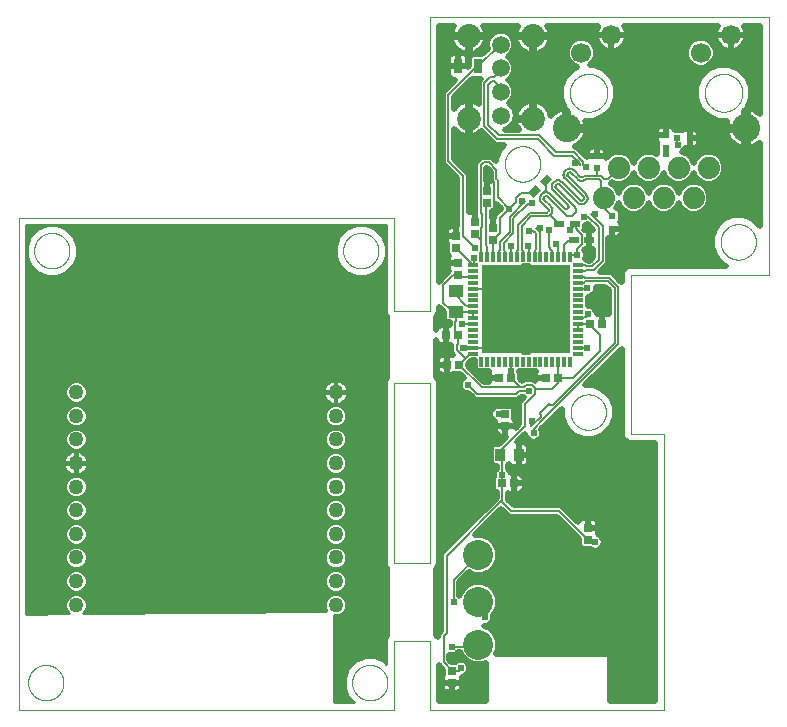
<source format=gbl>
G75*
%MOIN*%
%OFA0B0*%
%FSLAX25Y25*%
%IPPOS*%
%LPD*%
%AMOC8*
5,1,8,0,0,1.08239X$1,22.5*
%
%ADD10C,0.00000*%
%ADD11R,0.03400X0.02400*%
%ADD12R,0.03200X0.01200*%
%ADD13R,0.01200X0.03200*%
%ADD14R,0.29500X0.29500*%
%ADD15R,0.04724X0.03959*%
%ADD16C,0.07400*%
%ADD17C,0.09449*%
%ADD18C,0.06693*%
%ADD19C,0.05906*%
%ADD20C,0.07972*%
%ADD21C,0.10000*%
%ADD22R,0.02600X0.02600*%
%ADD23R,0.02400X0.02200*%
%ADD24R,0.02200X0.02400*%
%ADD25R,0.02800X0.04900*%
%ADD26R,0.02800X0.02800*%
%ADD27R,0.03200X0.04200*%
%ADD28C,0.05000*%
%ADD29C,0.01969*%
%ADD30C,0.02400*%
%ADD31C,0.00600*%
%ADD32C,0.01000*%
D10*
X0001000Y0012436D02*
X0001000Y0176436D01*
X0126000Y0176436D01*
X0126000Y0145436D01*
X0138000Y0145436D01*
X0138000Y0243436D01*
X0251000Y0243436D01*
X0251000Y0157436D01*
X0205000Y0157436D01*
X0205000Y0104436D01*
X0216000Y0104436D01*
X0216000Y0012436D01*
X0138000Y0012436D01*
X0138000Y0035436D01*
X0126000Y0035436D01*
X0126000Y0012436D01*
X0001000Y0012436D01*
X0004100Y0021436D02*
X0004102Y0021589D01*
X0004108Y0021742D01*
X0004118Y0021895D01*
X0004132Y0022048D01*
X0004150Y0022200D01*
X0004171Y0022351D01*
X0004197Y0022502D01*
X0004227Y0022653D01*
X0004260Y0022802D01*
X0004298Y0022951D01*
X0004339Y0023098D01*
X0004384Y0023245D01*
X0004433Y0023390D01*
X0004485Y0023534D01*
X0004542Y0023676D01*
X0004602Y0023817D01*
X0004665Y0023956D01*
X0004733Y0024094D01*
X0004803Y0024230D01*
X0004878Y0024364D01*
X0004955Y0024496D01*
X0005037Y0024626D01*
X0005121Y0024754D01*
X0005209Y0024879D01*
X0005300Y0025002D01*
X0005394Y0025123D01*
X0005491Y0025241D01*
X0005592Y0025357D01*
X0005695Y0025470D01*
X0005801Y0025581D01*
X0005910Y0025688D01*
X0006022Y0025793D01*
X0006136Y0025895D01*
X0006253Y0025994D01*
X0006373Y0026089D01*
X0006495Y0026182D01*
X0006619Y0026271D01*
X0006746Y0026358D01*
X0006875Y0026440D01*
X0007006Y0026520D01*
X0007139Y0026596D01*
X0007274Y0026668D01*
X0007411Y0026737D01*
X0007549Y0026803D01*
X0007689Y0026865D01*
X0007831Y0026923D01*
X0007974Y0026977D01*
X0008119Y0027028D01*
X0008264Y0027075D01*
X0008411Y0027118D01*
X0008559Y0027157D01*
X0008708Y0027193D01*
X0008858Y0027224D01*
X0009009Y0027252D01*
X0009160Y0027276D01*
X0009312Y0027296D01*
X0009465Y0027312D01*
X0009617Y0027324D01*
X0009770Y0027332D01*
X0009923Y0027336D01*
X0010077Y0027336D01*
X0010230Y0027332D01*
X0010383Y0027324D01*
X0010535Y0027312D01*
X0010688Y0027296D01*
X0010840Y0027276D01*
X0010991Y0027252D01*
X0011142Y0027224D01*
X0011292Y0027193D01*
X0011441Y0027157D01*
X0011589Y0027118D01*
X0011736Y0027075D01*
X0011881Y0027028D01*
X0012026Y0026977D01*
X0012169Y0026923D01*
X0012311Y0026865D01*
X0012451Y0026803D01*
X0012589Y0026737D01*
X0012726Y0026668D01*
X0012861Y0026596D01*
X0012994Y0026520D01*
X0013125Y0026440D01*
X0013254Y0026358D01*
X0013381Y0026271D01*
X0013505Y0026182D01*
X0013627Y0026089D01*
X0013747Y0025994D01*
X0013864Y0025895D01*
X0013978Y0025793D01*
X0014090Y0025688D01*
X0014199Y0025581D01*
X0014305Y0025470D01*
X0014408Y0025357D01*
X0014509Y0025241D01*
X0014606Y0025123D01*
X0014700Y0025002D01*
X0014791Y0024879D01*
X0014879Y0024754D01*
X0014963Y0024626D01*
X0015045Y0024496D01*
X0015122Y0024364D01*
X0015197Y0024230D01*
X0015267Y0024094D01*
X0015335Y0023956D01*
X0015398Y0023817D01*
X0015458Y0023676D01*
X0015515Y0023534D01*
X0015567Y0023390D01*
X0015616Y0023245D01*
X0015661Y0023098D01*
X0015702Y0022951D01*
X0015740Y0022802D01*
X0015773Y0022653D01*
X0015803Y0022502D01*
X0015829Y0022351D01*
X0015850Y0022200D01*
X0015868Y0022048D01*
X0015882Y0021895D01*
X0015892Y0021742D01*
X0015898Y0021589D01*
X0015900Y0021436D01*
X0015898Y0021283D01*
X0015892Y0021130D01*
X0015882Y0020977D01*
X0015868Y0020824D01*
X0015850Y0020672D01*
X0015829Y0020521D01*
X0015803Y0020370D01*
X0015773Y0020219D01*
X0015740Y0020070D01*
X0015702Y0019921D01*
X0015661Y0019774D01*
X0015616Y0019627D01*
X0015567Y0019482D01*
X0015515Y0019338D01*
X0015458Y0019196D01*
X0015398Y0019055D01*
X0015335Y0018916D01*
X0015267Y0018778D01*
X0015197Y0018642D01*
X0015122Y0018508D01*
X0015045Y0018376D01*
X0014963Y0018246D01*
X0014879Y0018118D01*
X0014791Y0017993D01*
X0014700Y0017870D01*
X0014606Y0017749D01*
X0014509Y0017631D01*
X0014408Y0017515D01*
X0014305Y0017402D01*
X0014199Y0017291D01*
X0014090Y0017184D01*
X0013978Y0017079D01*
X0013864Y0016977D01*
X0013747Y0016878D01*
X0013627Y0016783D01*
X0013505Y0016690D01*
X0013381Y0016601D01*
X0013254Y0016514D01*
X0013125Y0016432D01*
X0012994Y0016352D01*
X0012861Y0016276D01*
X0012726Y0016204D01*
X0012589Y0016135D01*
X0012451Y0016069D01*
X0012311Y0016007D01*
X0012169Y0015949D01*
X0012026Y0015895D01*
X0011881Y0015844D01*
X0011736Y0015797D01*
X0011589Y0015754D01*
X0011441Y0015715D01*
X0011292Y0015679D01*
X0011142Y0015648D01*
X0010991Y0015620D01*
X0010840Y0015596D01*
X0010688Y0015576D01*
X0010535Y0015560D01*
X0010383Y0015548D01*
X0010230Y0015540D01*
X0010077Y0015536D01*
X0009923Y0015536D01*
X0009770Y0015540D01*
X0009617Y0015548D01*
X0009465Y0015560D01*
X0009312Y0015576D01*
X0009160Y0015596D01*
X0009009Y0015620D01*
X0008858Y0015648D01*
X0008708Y0015679D01*
X0008559Y0015715D01*
X0008411Y0015754D01*
X0008264Y0015797D01*
X0008119Y0015844D01*
X0007974Y0015895D01*
X0007831Y0015949D01*
X0007689Y0016007D01*
X0007549Y0016069D01*
X0007411Y0016135D01*
X0007274Y0016204D01*
X0007139Y0016276D01*
X0007006Y0016352D01*
X0006875Y0016432D01*
X0006746Y0016514D01*
X0006619Y0016601D01*
X0006495Y0016690D01*
X0006373Y0016783D01*
X0006253Y0016878D01*
X0006136Y0016977D01*
X0006022Y0017079D01*
X0005910Y0017184D01*
X0005801Y0017291D01*
X0005695Y0017402D01*
X0005592Y0017515D01*
X0005491Y0017631D01*
X0005394Y0017749D01*
X0005300Y0017870D01*
X0005209Y0017993D01*
X0005121Y0018118D01*
X0005037Y0018246D01*
X0004955Y0018376D01*
X0004878Y0018508D01*
X0004803Y0018642D01*
X0004733Y0018778D01*
X0004665Y0018916D01*
X0004602Y0019055D01*
X0004542Y0019196D01*
X0004485Y0019338D01*
X0004433Y0019482D01*
X0004384Y0019627D01*
X0004339Y0019774D01*
X0004298Y0019921D01*
X0004260Y0020070D01*
X0004227Y0020219D01*
X0004197Y0020370D01*
X0004171Y0020521D01*
X0004150Y0020672D01*
X0004132Y0020824D01*
X0004118Y0020977D01*
X0004108Y0021130D01*
X0004102Y0021283D01*
X0004100Y0021436D01*
X0112100Y0021436D02*
X0112102Y0021589D01*
X0112108Y0021742D01*
X0112118Y0021895D01*
X0112132Y0022048D01*
X0112150Y0022200D01*
X0112171Y0022351D01*
X0112197Y0022502D01*
X0112227Y0022653D01*
X0112260Y0022802D01*
X0112298Y0022951D01*
X0112339Y0023098D01*
X0112384Y0023245D01*
X0112433Y0023390D01*
X0112485Y0023534D01*
X0112542Y0023676D01*
X0112602Y0023817D01*
X0112665Y0023956D01*
X0112733Y0024094D01*
X0112803Y0024230D01*
X0112878Y0024364D01*
X0112955Y0024496D01*
X0113037Y0024626D01*
X0113121Y0024754D01*
X0113209Y0024879D01*
X0113300Y0025002D01*
X0113394Y0025123D01*
X0113491Y0025241D01*
X0113592Y0025357D01*
X0113695Y0025470D01*
X0113801Y0025581D01*
X0113910Y0025688D01*
X0114022Y0025793D01*
X0114136Y0025895D01*
X0114253Y0025994D01*
X0114373Y0026089D01*
X0114495Y0026182D01*
X0114619Y0026271D01*
X0114746Y0026358D01*
X0114875Y0026440D01*
X0115006Y0026520D01*
X0115139Y0026596D01*
X0115274Y0026668D01*
X0115411Y0026737D01*
X0115549Y0026803D01*
X0115689Y0026865D01*
X0115831Y0026923D01*
X0115974Y0026977D01*
X0116119Y0027028D01*
X0116264Y0027075D01*
X0116411Y0027118D01*
X0116559Y0027157D01*
X0116708Y0027193D01*
X0116858Y0027224D01*
X0117009Y0027252D01*
X0117160Y0027276D01*
X0117312Y0027296D01*
X0117465Y0027312D01*
X0117617Y0027324D01*
X0117770Y0027332D01*
X0117923Y0027336D01*
X0118077Y0027336D01*
X0118230Y0027332D01*
X0118383Y0027324D01*
X0118535Y0027312D01*
X0118688Y0027296D01*
X0118840Y0027276D01*
X0118991Y0027252D01*
X0119142Y0027224D01*
X0119292Y0027193D01*
X0119441Y0027157D01*
X0119589Y0027118D01*
X0119736Y0027075D01*
X0119881Y0027028D01*
X0120026Y0026977D01*
X0120169Y0026923D01*
X0120311Y0026865D01*
X0120451Y0026803D01*
X0120589Y0026737D01*
X0120726Y0026668D01*
X0120861Y0026596D01*
X0120994Y0026520D01*
X0121125Y0026440D01*
X0121254Y0026358D01*
X0121381Y0026271D01*
X0121505Y0026182D01*
X0121627Y0026089D01*
X0121747Y0025994D01*
X0121864Y0025895D01*
X0121978Y0025793D01*
X0122090Y0025688D01*
X0122199Y0025581D01*
X0122305Y0025470D01*
X0122408Y0025357D01*
X0122509Y0025241D01*
X0122606Y0025123D01*
X0122700Y0025002D01*
X0122791Y0024879D01*
X0122879Y0024754D01*
X0122963Y0024626D01*
X0123045Y0024496D01*
X0123122Y0024364D01*
X0123197Y0024230D01*
X0123267Y0024094D01*
X0123335Y0023956D01*
X0123398Y0023817D01*
X0123458Y0023676D01*
X0123515Y0023534D01*
X0123567Y0023390D01*
X0123616Y0023245D01*
X0123661Y0023098D01*
X0123702Y0022951D01*
X0123740Y0022802D01*
X0123773Y0022653D01*
X0123803Y0022502D01*
X0123829Y0022351D01*
X0123850Y0022200D01*
X0123868Y0022048D01*
X0123882Y0021895D01*
X0123892Y0021742D01*
X0123898Y0021589D01*
X0123900Y0021436D01*
X0123898Y0021283D01*
X0123892Y0021130D01*
X0123882Y0020977D01*
X0123868Y0020824D01*
X0123850Y0020672D01*
X0123829Y0020521D01*
X0123803Y0020370D01*
X0123773Y0020219D01*
X0123740Y0020070D01*
X0123702Y0019921D01*
X0123661Y0019774D01*
X0123616Y0019627D01*
X0123567Y0019482D01*
X0123515Y0019338D01*
X0123458Y0019196D01*
X0123398Y0019055D01*
X0123335Y0018916D01*
X0123267Y0018778D01*
X0123197Y0018642D01*
X0123122Y0018508D01*
X0123045Y0018376D01*
X0122963Y0018246D01*
X0122879Y0018118D01*
X0122791Y0017993D01*
X0122700Y0017870D01*
X0122606Y0017749D01*
X0122509Y0017631D01*
X0122408Y0017515D01*
X0122305Y0017402D01*
X0122199Y0017291D01*
X0122090Y0017184D01*
X0121978Y0017079D01*
X0121864Y0016977D01*
X0121747Y0016878D01*
X0121627Y0016783D01*
X0121505Y0016690D01*
X0121381Y0016601D01*
X0121254Y0016514D01*
X0121125Y0016432D01*
X0120994Y0016352D01*
X0120861Y0016276D01*
X0120726Y0016204D01*
X0120589Y0016135D01*
X0120451Y0016069D01*
X0120311Y0016007D01*
X0120169Y0015949D01*
X0120026Y0015895D01*
X0119881Y0015844D01*
X0119736Y0015797D01*
X0119589Y0015754D01*
X0119441Y0015715D01*
X0119292Y0015679D01*
X0119142Y0015648D01*
X0118991Y0015620D01*
X0118840Y0015596D01*
X0118688Y0015576D01*
X0118535Y0015560D01*
X0118383Y0015548D01*
X0118230Y0015540D01*
X0118077Y0015536D01*
X0117923Y0015536D01*
X0117770Y0015540D01*
X0117617Y0015548D01*
X0117465Y0015560D01*
X0117312Y0015576D01*
X0117160Y0015596D01*
X0117009Y0015620D01*
X0116858Y0015648D01*
X0116708Y0015679D01*
X0116559Y0015715D01*
X0116411Y0015754D01*
X0116264Y0015797D01*
X0116119Y0015844D01*
X0115974Y0015895D01*
X0115831Y0015949D01*
X0115689Y0016007D01*
X0115549Y0016069D01*
X0115411Y0016135D01*
X0115274Y0016204D01*
X0115139Y0016276D01*
X0115006Y0016352D01*
X0114875Y0016432D01*
X0114746Y0016514D01*
X0114619Y0016601D01*
X0114495Y0016690D01*
X0114373Y0016783D01*
X0114253Y0016878D01*
X0114136Y0016977D01*
X0114022Y0017079D01*
X0113910Y0017184D01*
X0113801Y0017291D01*
X0113695Y0017402D01*
X0113592Y0017515D01*
X0113491Y0017631D01*
X0113394Y0017749D01*
X0113300Y0017870D01*
X0113209Y0017993D01*
X0113121Y0018118D01*
X0113037Y0018246D01*
X0112955Y0018376D01*
X0112878Y0018508D01*
X0112803Y0018642D01*
X0112733Y0018778D01*
X0112665Y0018916D01*
X0112602Y0019055D01*
X0112542Y0019196D01*
X0112485Y0019338D01*
X0112433Y0019482D01*
X0112384Y0019627D01*
X0112339Y0019774D01*
X0112298Y0019921D01*
X0112260Y0020070D01*
X0112227Y0020219D01*
X0112197Y0020370D01*
X0112171Y0020521D01*
X0112150Y0020672D01*
X0112132Y0020824D01*
X0112118Y0020977D01*
X0112108Y0021130D01*
X0112102Y0021283D01*
X0112100Y0021436D01*
X0126000Y0061436D02*
X0126000Y0121436D01*
X0138000Y0121436D01*
X0138000Y0061436D01*
X0126000Y0061436D01*
X0184921Y0111620D02*
X0184923Y0111773D01*
X0184929Y0111927D01*
X0184939Y0112080D01*
X0184953Y0112232D01*
X0184971Y0112385D01*
X0184993Y0112536D01*
X0185018Y0112687D01*
X0185048Y0112838D01*
X0185082Y0112988D01*
X0185119Y0113136D01*
X0185160Y0113284D01*
X0185205Y0113430D01*
X0185254Y0113576D01*
X0185307Y0113720D01*
X0185363Y0113862D01*
X0185423Y0114003D01*
X0185487Y0114143D01*
X0185554Y0114281D01*
X0185625Y0114417D01*
X0185700Y0114551D01*
X0185777Y0114683D01*
X0185859Y0114813D01*
X0185943Y0114941D01*
X0186031Y0115067D01*
X0186122Y0115190D01*
X0186216Y0115311D01*
X0186314Y0115429D01*
X0186414Y0115545D01*
X0186518Y0115658D01*
X0186624Y0115769D01*
X0186733Y0115877D01*
X0186845Y0115982D01*
X0186959Y0116083D01*
X0187077Y0116182D01*
X0187196Y0116278D01*
X0187318Y0116371D01*
X0187443Y0116460D01*
X0187570Y0116547D01*
X0187699Y0116629D01*
X0187830Y0116709D01*
X0187963Y0116785D01*
X0188098Y0116858D01*
X0188235Y0116927D01*
X0188374Y0116992D01*
X0188514Y0117054D01*
X0188656Y0117112D01*
X0188799Y0117167D01*
X0188944Y0117218D01*
X0189090Y0117265D01*
X0189237Y0117308D01*
X0189385Y0117347D01*
X0189534Y0117383D01*
X0189684Y0117414D01*
X0189835Y0117442D01*
X0189986Y0117466D01*
X0190139Y0117486D01*
X0190291Y0117502D01*
X0190444Y0117514D01*
X0190597Y0117522D01*
X0190750Y0117526D01*
X0190904Y0117526D01*
X0191057Y0117522D01*
X0191210Y0117514D01*
X0191363Y0117502D01*
X0191515Y0117486D01*
X0191668Y0117466D01*
X0191819Y0117442D01*
X0191970Y0117414D01*
X0192120Y0117383D01*
X0192269Y0117347D01*
X0192417Y0117308D01*
X0192564Y0117265D01*
X0192710Y0117218D01*
X0192855Y0117167D01*
X0192998Y0117112D01*
X0193140Y0117054D01*
X0193280Y0116992D01*
X0193419Y0116927D01*
X0193556Y0116858D01*
X0193691Y0116785D01*
X0193824Y0116709D01*
X0193955Y0116629D01*
X0194084Y0116547D01*
X0194211Y0116460D01*
X0194336Y0116371D01*
X0194458Y0116278D01*
X0194577Y0116182D01*
X0194695Y0116083D01*
X0194809Y0115982D01*
X0194921Y0115877D01*
X0195030Y0115769D01*
X0195136Y0115658D01*
X0195240Y0115545D01*
X0195340Y0115429D01*
X0195438Y0115311D01*
X0195532Y0115190D01*
X0195623Y0115067D01*
X0195711Y0114941D01*
X0195795Y0114813D01*
X0195877Y0114683D01*
X0195954Y0114551D01*
X0196029Y0114417D01*
X0196100Y0114281D01*
X0196167Y0114143D01*
X0196231Y0114003D01*
X0196291Y0113862D01*
X0196347Y0113720D01*
X0196400Y0113576D01*
X0196449Y0113430D01*
X0196494Y0113284D01*
X0196535Y0113136D01*
X0196572Y0112988D01*
X0196606Y0112838D01*
X0196636Y0112687D01*
X0196661Y0112536D01*
X0196683Y0112385D01*
X0196701Y0112232D01*
X0196715Y0112080D01*
X0196725Y0111927D01*
X0196731Y0111773D01*
X0196733Y0111620D01*
X0196731Y0111467D01*
X0196725Y0111313D01*
X0196715Y0111160D01*
X0196701Y0111008D01*
X0196683Y0110855D01*
X0196661Y0110704D01*
X0196636Y0110553D01*
X0196606Y0110402D01*
X0196572Y0110252D01*
X0196535Y0110104D01*
X0196494Y0109956D01*
X0196449Y0109810D01*
X0196400Y0109664D01*
X0196347Y0109520D01*
X0196291Y0109378D01*
X0196231Y0109237D01*
X0196167Y0109097D01*
X0196100Y0108959D01*
X0196029Y0108823D01*
X0195954Y0108689D01*
X0195877Y0108557D01*
X0195795Y0108427D01*
X0195711Y0108299D01*
X0195623Y0108173D01*
X0195532Y0108050D01*
X0195438Y0107929D01*
X0195340Y0107811D01*
X0195240Y0107695D01*
X0195136Y0107582D01*
X0195030Y0107471D01*
X0194921Y0107363D01*
X0194809Y0107258D01*
X0194695Y0107157D01*
X0194577Y0107058D01*
X0194458Y0106962D01*
X0194336Y0106869D01*
X0194211Y0106780D01*
X0194084Y0106693D01*
X0193955Y0106611D01*
X0193824Y0106531D01*
X0193691Y0106455D01*
X0193556Y0106382D01*
X0193419Y0106313D01*
X0193280Y0106248D01*
X0193140Y0106186D01*
X0192998Y0106128D01*
X0192855Y0106073D01*
X0192710Y0106022D01*
X0192564Y0105975D01*
X0192417Y0105932D01*
X0192269Y0105893D01*
X0192120Y0105857D01*
X0191970Y0105826D01*
X0191819Y0105798D01*
X0191668Y0105774D01*
X0191515Y0105754D01*
X0191363Y0105738D01*
X0191210Y0105726D01*
X0191057Y0105718D01*
X0190904Y0105714D01*
X0190750Y0105714D01*
X0190597Y0105718D01*
X0190444Y0105726D01*
X0190291Y0105738D01*
X0190139Y0105754D01*
X0189986Y0105774D01*
X0189835Y0105798D01*
X0189684Y0105826D01*
X0189534Y0105857D01*
X0189385Y0105893D01*
X0189237Y0105932D01*
X0189090Y0105975D01*
X0188944Y0106022D01*
X0188799Y0106073D01*
X0188656Y0106128D01*
X0188514Y0106186D01*
X0188374Y0106248D01*
X0188235Y0106313D01*
X0188098Y0106382D01*
X0187963Y0106455D01*
X0187830Y0106531D01*
X0187699Y0106611D01*
X0187570Y0106693D01*
X0187443Y0106780D01*
X0187318Y0106869D01*
X0187196Y0106962D01*
X0187077Y0107058D01*
X0186959Y0107157D01*
X0186845Y0107258D01*
X0186733Y0107363D01*
X0186624Y0107471D01*
X0186518Y0107582D01*
X0186414Y0107695D01*
X0186314Y0107811D01*
X0186216Y0107929D01*
X0186122Y0108050D01*
X0186031Y0108173D01*
X0185943Y0108299D01*
X0185859Y0108427D01*
X0185777Y0108557D01*
X0185700Y0108689D01*
X0185625Y0108823D01*
X0185554Y0108959D01*
X0185487Y0109097D01*
X0185423Y0109237D01*
X0185363Y0109378D01*
X0185307Y0109520D01*
X0185254Y0109664D01*
X0185205Y0109810D01*
X0185160Y0109956D01*
X0185119Y0110104D01*
X0185082Y0110252D01*
X0185048Y0110402D01*
X0185018Y0110553D01*
X0184993Y0110704D01*
X0184971Y0110855D01*
X0184953Y0111008D01*
X0184939Y0111160D01*
X0184929Y0111313D01*
X0184923Y0111467D01*
X0184921Y0111620D01*
X0234921Y0168339D02*
X0234923Y0168492D01*
X0234929Y0168646D01*
X0234939Y0168799D01*
X0234953Y0168951D01*
X0234971Y0169104D01*
X0234993Y0169255D01*
X0235018Y0169406D01*
X0235048Y0169557D01*
X0235082Y0169707D01*
X0235119Y0169855D01*
X0235160Y0170003D01*
X0235205Y0170149D01*
X0235254Y0170295D01*
X0235307Y0170439D01*
X0235363Y0170581D01*
X0235423Y0170722D01*
X0235487Y0170862D01*
X0235554Y0171000D01*
X0235625Y0171136D01*
X0235700Y0171270D01*
X0235777Y0171402D01*
X0235859Y0171532D01*
X0235943Y0171660D01*
X0236031Y0171786D01*
X0236122Y0171909D01*
X0236216Y0172030D01*
X0236314Y0172148D01*
X0236414Y0172264D01*
X0236518Y0172377D01*
X0236624Y0172488D01*
X0236733Y0172596D01*
X0236845Y0172701D01*
X0236959Y0172802D01*
X0237077Y0172901D01*
X0237196Y0172997D01*
X0237318Y0173090D01*
X0237443Y0173179D01*
X0237570Y0173266D01*
X0237699Y0173348D01*
X0237830Y0173428D01*
X0237963Y0173504D01*
X0238098Y0173577D01*
X0238235Y0173646D01*
X0238374Y0173711D01*
X0238514Y0173773D01*
X0238656Y0173831D01*
X0238799Y0173886D01*
X0238944Y0173937D01*
X0239090Y0173984D01*
X0239237Y0174027D01*
X0239385Y0174066D01*
X0239534Y0174102D01*
X0239684Y0174133D01*
X0239835Y0174161D01*
X0239986Y0174185D01*
X0240139Y0174205D01*
X0240291Y0174221D01*
X0240444Y0174233D01*
X0240597Y0174241D01*
X0240750Y0174245D01*
X0240904Y0174245D01*
X0241057Y0174241D01*
X0241210Y0174233D01*
X0241363Y0174221D01*
X0241515Y0174205D01*
X0241668Y0174185D01*
X0241819Y0174161D01*
X0241970Y0174133D01*
X0242120Y0174102D01*
X0242269Y0174066D01*
X0242417Y0174027D01*
X0242564Y0173984D01*
X0242710Y0173937D01*
X0242855Y0173886D01*
X0242998Y0173831D01*
X0243140Y0173773D01*
X0243280Y0173711D01*
X0243419Y0173646D01*
X0243556Y0173577D01*
X0243691Y0173504D01*
X0243824Y0173428D01*
X0243955Y0173348D01*
X0244084Y0173266D01*
X0244211Y0173179D01*
X0244336Y0173090D01*
X0244458Y0172997D01*
X0244577Y0172901D01*
X0244695Y0172802D01*
X0244809Y0172701D01*
X0244921Y0172596D01*
X0245030Y0172488D01*
X0245136Y0172377D01*
X0245240Y0172264D01*
X0245340Y0172148D01*
X0245438Y0172030D01*
X0245532Y0171909D01*
X0245623Y0171786D01*
X0245711Y0171660D01*
X0245795Y0171532D01*
X0245877Y0171402D01*
X0245954Y0171270D01*
X0246029Y0171136D01*
X0246100Y0171000D01*
X0246167Y0170862D01*
X0246231Y0170722D01*
X0246291Y0170581D01*
X0246347Y0170439D01*
X0246400Y0170295D01*
X0246449Y0170149D01*
X0246494Y0170003D01*
X0246535Y0169855D01*
X0246572Y0169707D01*
X0246606Y0169557D01*
X0246636Y0169406D01*
X0246661Y0169255D01*
X0246683Y0169104D01*
X0246701Y0168951D01*
X0246715Y0168799D01*
X0246725Y0168646D01*
X0246731Y0168492D01*
X0246733Y0168339D01*
X0246731Y0168186D01*
X0246725Y0168032D01*
X0246715Y0167879D01*
X0246701Y0167727D01*
X0246683Y0167574D01*
X0246661Y0167423D01*
X0246636Y0167272D01*
X0246606Y0167121D01*
X0246572Y0166971D01*
X0246535Y0166823D01*
X0246494Y0166675D01*
X0246449Y0166529D01*
X0246400Y0166383D01*
X0246347Y0166239D01*
X0246291Y0166097D01*
X0246231Y0165956D01*
X0246167Y0165816D01*
X0246100Y0165678D01*
X0246029Y0165542D01*
X0245954Y0165408D01*
X0245877Y0165276D01*
X0245795Y0165146D01*
X0245711Y0165018D01*
X0245623Y0164892D01*
X0245532Y0164769D01*
X0245438Y0164648D01*
X0245340Y0164530D01*
X0245240Y0164414D01*
X0245136Y0164301D01*
X0245030Y0164190D01*
X0244921Y0164082D01*
X0244809Y0163977D01*
X0244695Y0163876D01*
X0244577Y0163777D01*
X0244458Y0163681D01*
X0244336Y0163588D01*
X0244211Y0163499D01*
X0244084Y0163412D01*
X0243955Y0163330D01*
X0243824Y0163250D01*
X0243691Y0163174D01*
X0243556Y0163101D01*
X0243419Y0163032D01*
X0243280Y0162967D01*
X0243140Y0162905D01*
X0242998Y0162847D01*
X0242855Y0162792D01*
X0242710Y0162741D01*
X0242564Y0162694D01*
X0242417Y0162651D01*
X0242269Y0162612D01*
X0242120Y0162576D01*
X0241970Y0162545D01*
X0241819Y0162517D01*
X0241668Y0162493D01*
X0241515Y0162473D01*
X0241363Y0162457D01*
X0241210Y0162445D01*
X0241057Y0162437D01*
X0240904Y0162433D01*
X0240750Y0162433D01*
X0240597Y0162437D01*
X0240444Y0162445D01*
X0240291Y0162457D01*
X0240139Y0162473D01*
X0239986Y0162493D01*
X0239835Y0162517D01*
X0239684Y0162545D01*
X0239534Y0162576D01*
X0239385Y0162612D01*
X0239237Y0162651D01*
X0239090Y0162694D01*
X0238944Y0162741D01*
X0238799Y0162792D01*
X0238656Y0162847D01*
X0238514Y0162905D01*
X0238374Y0162967D01*
X0238235Y0163032D01*
X0238098Y0163101D01*
X0237963Y0163174D01*
X0237830Y0163250D01*
X0237699Y0163330D01*
X0237570Y0163412D01*
X0237443Y0163499D01*
X0237318Y0163588D01*
X0237196Y0163681D01*
X0237077Y0163777D01*
X0236959Y0163876D01*
X0236845Y0163977D01*
X0236733Y0164082D01*
X0236624Y0164190D01*
X0236518Y0164301D01*
X0236414Y0164414D01*
X0236314Y0164530D01*
X0236216Y0164648D01*
X0236122Y0164769D01*
X0236031Y0164892D01*
X0235943Y0165018D01*
X0235859Y0165146D01*
X0235777Y0165276D01*
X0235700Y0165408D01*
X0235625Y0165542D01*
X0235554Y0165678D01*
X0235487Y0165816D01*
X0235423Y0165956D01*
X0235363Y0166097D01*
X0235307Y0166239D01*
X0235254Y0166383D01*
X0235205Y0166529D01*
X0235160Y0166675D01*
X0235119Y0166823D01*
X0235082Y0166971D01*
X0235048Y0167121D01*
X0235018Y0167272D01*
X0234993Y0167423D01*
X0234971Y0167574D01*
X0234953Y0167727D01*
X0234939Y0167879D01*
X0234929Y0168032D01*
X0234923Y0168186D01*
X0234921Y0168339D01*
X0229639Y0218046D02*
X0229641Y0218204D01*
X0229647Y0218362D01*
X0229657Y0218520D01*
X0229671Y0218678D01*
X0229689Y0218835D01*
X0229710Y0218992D01*
X0229736Y0219148D01*
X0229766Y0219304D01*
X0229799Y0219459D01*
X0229837Y0219612D01*
X0229878Y0219765D01*
X0229923Y0219917D01*
X0229972Y0220068D01*
X0230025Y0220217D01*
X0230081Y0220365D01*
X0230141Y0220511D01*
X0230205Y0220656D01*
X0230273Y0220799D01*
X0230344Y0220941D01*
X0230418Y0221081D01*
X0230496Y0221218D01*
X0230578Y0221354D01*
X0230662Y0221488D01*
X0230751Y0221619D01*
X0230842Y0221748D01*
X0230937Y0221875D01*
X0231034Y0222000D01*
X0231135Y0222122D01*
X0231239Y0222241D01*
X0231346Y0222358D01*
X0231456Y0222472D01*
X0231569Y0222583D01*
X0231684Y0222692D01*
X0231802Y0222797D01*
X0231923Y0222899D01*
X0232046Y0222999D01*
X0232172Y0223095D01*
X0232300Y0223188D01*
X0232430Y0223278D01*
X0232563Y0223364D01*
X0232698Y0223448D01*
X0232834Y0223527D01*
X0232973Y0223604D01*
X0233114Y0223676D01*
X0233256Y0223746D01*
X0233400Y0223811D01*
X0233546Y0223873D01*
X0233693Y0223931D01*
X0233842Y0223986D01*
X0233992Y0224037D01*
X0234143Y0224084D01*
X0234295Y0224127D01*
X0234448Y0224166D01*
X0234603Y0224202D01*
X0234758Y0224233D01*
X0234914Y0224261D01*
X0235070Y0224285D01*
X0235227Y0224305D01*
X0235385Y0224321D01*
X0235542Y0224333D01*
X0235701Y0224341D01*
X0235859Y0224345D01*
X0236017Y0224345D01*
X0236175Y0224341D01*
X0236334Y0224333D01*
X0236491Y0224321D01*
X0236649Y0224305D01*
X0236806Y0224285D01*
X0236962Y0224261D01*
X0237118Y0224233D01*
X0237273Y0224202D01*
X0237428Y0224166D01*
X0237581Y0224127D01*
X0237733Y0224084D01*
X0237884Y0224037D01*
X0238034Y0223986D01*
X0238183Y0223931D01*
X0238330Y0223873D01*
X0238476Y0223811D01*
X0238620Y0223746D01*
X0238762Y0223676D01*
X0238903Y0223604D01*
X0239042Y0223527D01*
X0239178Y0223448D01*
X0239313Y0223364D01*
X0239446Y0223278D01*
X0239576Y0223188D01*
X0239704Y0223095D01*
X0239830Y0222999D01*
X0239953Y0222899D01*
X0240074Y0222797D01*
X0240192Y0222692D01*
X0240307Y0222583D01*
X0240420Y0222472D01*
X0240530Y0222358D01*
X0240637Y0222241D01*
X0240741Y0222122D01*
X0240842Y0222000D01*
X0240939Y0221875D01*
X0241034Y0221748D01*
X0241125Y0221619D01*
X0241214Y0221488D01*
X0241298Y0221354D01*
X0241380Y0221218D01*
X0241458Y0221081D01*
X0241532Y0220941D01*
X0241603Y0220799D01*
X0241671Y0220656D01*
X0241735Y0220511D01*
X0241795Y0220365D01*
X0241851Y0220217D01*
X0241904Y0220068D01*
X0241953Y0219917D01*
X0241998Y0219765D01*
X0242039Y0219612D01*
X0242077Y0219459D01*
X0242110Y0219304D01*
X0242140Y0219148D01*
X0242166Y0218992D01*
X0242187Y0218835D01*
X0242205Y0218678D01*
X0242219Y0218520D01*
X0242229Y0218362D01*
X0242235Y0218204D01*
X0242237Y0218046D01*
X0242235Y0217888D01*
X0242229Y0217730D01*
X0242219Y0217572D01*
X0242205Y0217414D01*
X0242187Y0217257D01*
X0242166Y0217100D01*
X0242140Y0216944D01*
X0242110Y0216788D01*
X0242077Y0216633D01*
X0242039Y0216480D01*
X0241998Y0216327D01*
X0241953Y0216175D01*
X0241904Y0216024D01*
X0241851Y0215875D01*
X0241795Y0215727D01*
X0241735Y0215581D01*
X0241671Y0215436D01*
X0241603Y0215293D01*
X0241532Y0215151D01*
X0241458Y0215011D01*
X0241380Y0214874D01*
X0241298Y0214738D01*
X0241214Y0214604D01*
X0241125Y0214473D01*
X0241034Y0214344D01*
X0240939Y0214217D01*
X0240842Y0214092D01*
X0240741Y0213970D01*
X0240637Y0213851D01*
X0240530Y0213734D01*
X0240420Y0213620D01*
X0240307Y0213509D01*
X0240192Y0213400D01*
X0240074Y0213295D01*
X0239953Y0213193D01*
X0239830Y0213093D01*
X0239704Y0212997D01*
X0239576Y0212904D01*
X0239446Y0212814D01*
X0239313Y0212728D01*
X0239178Y0212644D01*
X0239042Y0212565D01*
X0238903Y0212488D01*
X0238762Y0212416D01*
X0238620Y0212346D01*
X0238476Y0212281D01*
X0238330Y0212219D01*
X0238183Y0212161D01*
X0238034Y0212106D01*
X0237884Y0212055D01*
X0237733Y0212008D01*
X0237581Y0211965D01*
X0237428Y0211926D01*
X0237273Y0211890D01*
X0237118Y0211859D01*
X0236962Y0211831D01*
X0236806Y0211807D01*
X0236649Y0211787D01*
X0236491Y0211771D01*
X0236334Y0211759D01*
X0236175Y0211751D01*
X0236017Y0211747D01*
X0235859Y0211747D01*
X0235701Y0211751D01*
X0235542Y0211759D01*
X0235385Y0211771D01*
X0235227Y0211787D01*
X0235070Y0211807D01*
X0234914Y0211831D01*
X0234758Y0211859D01*
X0234603Y0211890D01*
X0234448Y0211926D01*
X0234295Y0211965D01*
X0234143Y0212008D01*
X0233992Y0212055D01*
X0233842Y0212106D01*
X0233693Y0212161D01*
X0233546Y0212219D01*
X0233400Y0212281D01*
X0233256Y0212346D01*
X0233114Y0212416D01*
X0232973Y0212488D01*
X0232834Y0212565D01*
X0232698Y0212644D01*
X0232563Y0212728D01*
X0232430Y0212814D01*
X0232300Y0212904D01*
X0232172Y0212997D01*
X0232046Y0213093D01*
X0231923Y0213193D01*
X0231802Y0213295D01*
X0231684Y0213400D01*
X0231569Y0213509D01*
X0231456Y0213620D01*
X0231346Y0213734D01*
X0231239Y0213851D01*
X0231135Y0213970D01*
X0231034Y0214092D01*
X0230937Y0214217D01*
X0230842Y0214344D01*
X0230751Y0214473D01*
X0230662Y0214604D01*
X0230578Y0214738D01*
X0230496Y0214874D01*
X0230418Y0215011D01*
X0230344Y0215151D01*
X0230273Y0215293D01*
X0230205Y0215436D01*
X0230141Y0215581D01*
X0230081Y0215727D01*
X0230025Y0215875D01*
X0229972Y0216024D01*
X0229923Y0216175D01*
X0229878Y0216327D01*
X0229837Y0216480D01*
X0229799Y0216633D01*
X0229766Y0216788D01*
X0229736Y0216944D01*
X0229710Y0217100D01*
X0229689Y0217257D01*
X0229671Y0217414D01*
X0229657Y0217572D01*
X0229647Y0217730D01*
X0229641Y0217888D01*
X0229639Y0218046D01*
X0184639Y0218046D02*
X0184641Y0218204D01*
X0184647Y0218362D01*
X0184657Y0218520D01*
X0184671Y0218678D01*
X0184689Y0218835D01*
X0184710Y0218992D01*
X0184736Y0219148D01*
X0184766Y0219304D01*
X0184799Y0219459D01*
X0184837Y0219612D01*
X0184878Y0219765D01*
X0184923Y0219917D01*
X0184972Y0220068D01*
X0185025Y0220217D01*
X0185081Y0220365D01*
X0185141Y0220511D01*
X0185205Y0220656D01*
X0185273Y0220799D01*
X0185344Y0220941D01*
X0185418Y0221081D01*
X0185496Y0221218D01*
X0185578Y0221354D01*
X0185662Y0221488D01*
X0185751Y0221619D01*
X0185842Y0221748D01*
X0185937Y0221875D01*
X0186034Y0222000D01*
X0186135Y0222122D01*
X0186239Y0222241D01*
X0186346Y0222358D01*
X0186456Y0222472D01*
X0186569Y0222583D01*
X0186684Y0222692D01*
X0186802Y0222797D01*
X0186923Y0222899D01*
X0187046Y0222999D01*
X0187172Y0223095D01*
X0187300Y0223188D01*
X0187430Y0223278D01*
X0187563Y0223364D01*
X0187698Y0223448D01*
X0187834Y0223527D01*
X0187973Y0223604D01*
X0188114Y0223676D01*
X0188256Y0223746D01*
X0188400Y0223811D01*
X0188546Y0223873D01*
X0188693Y0223931D01*
X0188842Y0223986D01*
X0188992Y0224037D01*
X0189143Y0224084D01*
X0189295Y0224127D01*
X0189448Y0224166D01*
X0189603Y0224202D01*
X0189758Y0224233D01*
X0189914Y0224261D01*
X0190070Y0224285D01*
X0190227Y0224305D01*
X0190385Y0224321D01*
X0190542Y0224333D01*
X0190701Y0224341D01*
X0190859Y0224345D01*
X0191017Y0224345D01*
X0191175Y0224341D01*
X0191334Y0224333D01*
X0191491Y0224321D01*
X0191649Y0224305D01*
X0191806Y0224285D01*
X0191962Y0224261D01*
X0192118Y0224233D01*
X0192273Y0224202D01*
X0192428Y0224166D01*
X0192581Y0224127D01*
X0192733Y0224084D01*
X0192884Y0224037D01*
X0193034Y0223986D01*
X0193183Y0223931D01*
X0193330Y0223873D01*
X0193476Y0223811D01*
X0193620Y0223746D01*
X0193762Y0223676D01*
X0193903Y0223604D01*
X0194042Y0223527D01*
X0194178Y0223448D01*
X0194313Y0223364D01*
X0194446Y0223278D01*
X0194576Y0223188D01*
X0194704Y0223095D01*
X0194830Y0222999D01*
X0194953Y0222899D01*
X0195074Y0222797D01*
X0195192Y0222692D01*
X0195307Y0222583D01*
X0195420Y0222472D01*
X0195530Y0222358D01*
X0195637Y0222241D01*
X0195741Y0222122D01*
X0195842Y0222000D01*
X0195939Y0221875D01*
X0196034Y0221748D01*
X0196125Y0221619D01*
X0196214Y0221488D01*
X0196298Y0221354D01*
X0196380Y0221218D01*
X0196458Y0221081D01*
X0196532Y0220941D01*
X0196603Y0220799D01*
X0196671Y0220656D01*
X0196735Y0220511D01*
X0196795Y0220365D01*
X0196851Y0220217D01*
X0196904Y0220068D01*
X0196953Y0219917D01*
X0196998Y0219765D01*
X0197039Y0219612D01*
X0197077Y0219459D01*
X0197110Y0219304D01*
X0197140Y0219148D01*
X0197166Y0218992D01*
X0197187Y0218835D01*
X0197205Y0218678D01*
X0197219Y0218520D01*
X0197229Y0218362D01*
X0197235Y0218204D01*
X0197237Y0218046D01*
X0197235Y0217888D01*
X0197229Y0217730D01*
X0197219Y0217572D01*
X0197205Y0217414D01*
X0197187Y0217257D01*
X0197166Y0217100D01*
X0197140Y0216944D01*
X0197110Y0216788D01*
X0197077Y0216633D01*
X0197039Y0216480D01*
X0196998Y0216327D01*
X0196953Y0216175D01*
X0196904Y0216024D01*
X0196851Y0215875D01*
X0196795Y0215727D01*
X0196735Y0215581D01*
X0196671Y0215436D01*
X0196603Y0215293D01*
X0196532Y0215151D01*
X0196458Y0215011D01*
X0196380Y0214874D01*
X0196298Y0214738D01*
X0196214Y0214604D01*
X0196125Y0214473D01*
X0196034Y0214344D01*
X0195939Y0214217D01*
X0195842Y0214092D01*
X0195741Y0213970D01*
X0195637Y0213851D01*
X0195530Y0213734D01*
X0195420Y0213620D01*
X0195307Y0213509D01*
X0195192Y0213400D01*
X0195074Y0213295D01*
X0194953Y0213193D01*
X0194830Y0213093D01*
X0194704Y0212997D01*
X0194576Y0212904D01*
X0194446Y0212814D01*
X0194313Y0212728D01*
X0194178Y0212644D01*
X0194042Y0212565D01*
X0193903Y0212488D01*
X0193762Y0212416D01*
X0193620Y0212346D01*
X0193476Y0212281D01*
X0193330Y0212219D01*
X0193183Y0212161D01*
X0193034Y0212106D01*
X0192884Y0212055D01*
X0192733Y0212008D01*
X0192581Y0211965D01*
X0192428Y0211926D01*
X0192273Y0211890D01*
X0192118Y0211859D01*
X0191962Y0211831D01*
X0191806Y0211807D01*
X0191649Y0211787D01*
X0191491Y0211771D01*
X0191334Y0211759D01*
X0191175Y0211751D01*
X0191017Y0211747D01*
X0190859Y0211747D01*
X0190701Y0211751D01*
X0190542Y0211759D01*
X0190385Y0211771D01*
X0190227Y0211787D01*
X0190070Y0211807D01*
X0189914Y0211831D01*
X0189758Y0211859D01*
X0189603Y0211890D01*
X0189448Y0211926D01*
X0189295Y0211965D01*
X0189143Y0212008D01*
X0188992Y0212055D01*
X0188842Y0212106D01*
X0188693Y0212161D01*
X0188546Y0212219D01*
X0188400Y0212281D01*
X0188256Y0212346D01*
X0188114Y0212416D01*
X0187973Y0212488D01*
X0187834Y0212565D01*
X0187698Y0212644D01*
X0187563Y0212728D01*
X0187430Y0212814D01*
X0187300Y0212904D01*
X0187172Y0212997D01*
X0187046Y0213093D01*
X0186923Y0213193D01*
X0186802Y0213295D01*
X0186684Y0213400D01*
X0186569Y0213509D01*
X0186456Y0213620D01*
X0186346Y0213734D01*
X0186239Y0213851D01*
X0186135Y0213970D01*
X0186034Y0214092D01*
X0185937Y0214217D01*
X0185842Y0214344D01*
X0185751Y0214473D01*
X0185662Y0214604D01*
X0185578Y0214738D01*
X0185496Y0214874D01*
X0185418Y0215011D01*
X0185344Y0215151D01*
X0185273Y0215293D01*
X0185205Y0215436D01*
X0185141Y0215581D01*
X0185081Y0215727D01*
X0185025Y0215875D01*
X0184972Y0216024D01*
X0184923Y0216175D01*
X0184878Y0216327D01*
X0184837Y0216480D01*
X0184799Y0216633D01*
X0184766Y0216788D01*
X0184736Y0216944D01*
X0184710Y0217100D01*
X0184689Y0217257D01*
X0184671Y0217414D01*
X0184657Y0217572D01*
X0184647Y0217730D01*
X0184641Y0217888D01*
X0184639Y0218046D01*
X0163023Y0194348D02*
X0163025Y0194501D01*
X0163031Y0194655D01*
X0163041Y0194808D01*
X0163055Y0194960D01*
X0163073Y0195113D01*
X0163095Y0195264D01*
X0163120Y0195415D01*
X0163150Y0195566D01*
X0163184Y0195716D01*
X0163221Y0195864D01*
X0163262Y0196012D01*
X0163307Y0196158D01*
X0163356Y0196304D01*
X0163409Y0196448D01*
X0163465Y0196590D01*
X0163525Y0196731D01*
X0163589Y0196871D01*
X0163656Y0197009D01*
X0163727Y0197145D01*
X0163802Y0197279D01*
X0163879Y0197411D01*
X0163961Y0197541D01*
X0164045Y0197669D01*
X0164133Y0197795D01*
X0164224Y0197918D01*
X0164318Y0198039D01*
X0164416Y0198157D01*
X0164516Y0198273D01*
X0164620Y0198386D01*
X0164726Y0198497D01*
X0164835Y0198605D01*
X0164947Y0198710D01*
X0165061Y0198811D01*
X0165179Y0198910D01*
X0165298Y0199006D01*
X0165420Y0199099D01*
X0165545Y0199188D01*
X0165672Y0199275D01*
X0165801Y0199357D01*
X0165932Y0199437D01*
X0166065Y0199513D01*
X0166200Y0199586D01*
X0166337Y0199655D01*
X0166476Y0199720D01*
X0166616Y0199782D01*
X0166758Y0199840D01*
X0166901Y0199895D01*
X0167046Y0199946D01*
X0167192Y0199993D01*
X0167339Y0200036D01*
X0167487Y0200075D01*
X0167636Y0200111D01*
X0167786Y0200142D01*
X0167937Y0200170D01*
X0168088Y0200194D01*
X0168241Y0200214D01*
X0168393Y0200230D01*
X0168546Y0200242D01*
X0168699Y0200250D01*
X0168852Y0200254D01*
X0169006Y0200254D01*
X0169159Y0200250D01*
X0169312Y0200242D01*
X0169465Y0200230D01*
X0169617Y0200214D01*
X0169770Y0200194D01*
X0169921Y0200170D01*
X0170072Y0200142D01*
X0170222Y0200111D01*
X0170371Y0200075D01*
X0170519Y0200036D01*
X0170666Y0199993D01*
X0170812Y0199946D01*
X0170957Y0199895D01*
X0171100Y0199840D01*
X0171242Y0199782D01*
X0171382Y0199720D01*
X0171521Y0199655D01*
X0171658Y0199586D01*
X0171793Y0199513D01*
X0171926Y0199437D01*
X0172057Y0199357D01*
X0172186Y0199275D01*
X0172313Y0199188D01*
X0172438Y0199099D01*
X0172560Y0199006D01*
X0172679Y0198910D01*
X0172797Y0198811D01*
X0172911Y0198710D01*
X0173023Y0198605D01*
X0173132Y0198497D01*
X0173238Y0198386D01*
X0173342Y0198273D01*
X0173442Y0198157D01*
X0173540Y0198039D01*
X0173634Y0197918D01*
X0173725Y0197795D01*
X0173813Y0197669D01*
X0173897Y0197541D01*
X0173979Y0197411D01*
X0174056Y0197279D01*
X0174131Y0197145D01*
X0174202Y0197009D01*
X0174269Y0196871D01*
X0174333Y0196731D01*
X0174393Y0196590D01*
X0174449Y0196448D01*
X0174502Y0196304D01*
X0174551Y0196158D01*
X0174596Y0196012D01*
X0174637Y0195864D01*
X0174674Y0195716D01*
X0174708Y0195566D01*
X0174738Y0195415D01*
X0174763Y0195264D01*
X0174785Y0195113D01*
X0174803Y0194960D01*
X0174817Y0194808D01*
X0174827Y0194655D01*
X0174833Y0194501D01*
X0174835Y0194348D01*
X0174833Y0194195D01*
X0174827Y0194041D01*
X0174817Y0193888D01*
X0174803Y0193736D01*
X0174785Y0193583D01*
X0174763Y0193432D01*
X0174738Y0193281D01*
X0174708Y0193130D01*
X0174674Y0192980D01*
X0174637Y0192832D01*
X0174596Y0192684D01*
X0174551Y0192538D01*
X0174502Y0192392D01*
X0174449Y0192248D01*
X0174393Y0192106D01*
X0174333Y0191965D01*
X0174269Y0191825D01*
X0174202Y0191687D01*
X0174131Y0191551D01*
X0174056Y0191417D01*
X0173979Y0191285D01*
X0173897Y0191155D01*
X0173813Y0191027D01*
X0173725Y0190901D01*
X0173634Y0190778D01*
X0173540Y0190657D01*
X0173442Y0190539D01*
X0173342Y0190423D01*
X0173238Y0190310D01*
X0173132Y0190199D01*
X0173023Y0190091D01*
X0172911Y0189986D01*
X0172797Y0189885D01*
X0172679Y0189786D01*
X0172560Y0189690D01*
X0172438Y0189597D01*
X0172313Y0189508D01*
X0172186Y0189421D01*
X0172057Y0189339D01*
X0171926Y0189259D01*
X0171793Y0189183D01*
X0171658Y0189110D01*
X0171521Y0189041D01*
X0171382Y0188976D01*
X0171242Y0188914D01*
X0171100Y0188856D01*
X0170957Y0188801D01*
X0170812Y0188750D01*
X0170666Y0188703D01*
X0170519Y0188660D01*
X0170371Y0188621D01*
X0170222Y0188585D01*
X0170072Y0188554D01*
X0169921Y0188526D01*
X0169770Y0188502D01*
X0169617Y0188482D01*
X0169465Y0188466D01*
X0169312Y0188454D01*
X0169159Y0188446D01*
X0169006Y0188442D01*
X0168852Y0188442D01*
X0168699Y0188446D01*
X0168546Y0188454D01*
X0168393Y0188466D01*
X0168241Y0188482D01*
X0168088Y0188502D01*
X0167937Y0188526D01*
X0167786Y0188554D01*
X0167636Y0188585D01*
X0167487Y0188621D01*
X0167339Y0188660D01*
X0167192Y0188703D01*
X0167046Y0188750D01*
X0166901Y0188801D01*
X0166758Y0188856D01*
X0166616Y0188914D01*
X0166476Y0188976D01*
X0166337Y0189041D01*
X0166200Y0189110D01*
X0166065Y0189183D01*
X0165932Y0189259D01*
X0165801Y0189339D01*
X0165672Y0189421D01*
X0165545Y0189508D01*
X0165420Y0189597D01*
X0165298Y0189690D01*
X0165179Y0189786D01*
X0165061Y0189885D01*
X0164947Y0189986D01*
X0164835Y0190091D01*
X0164726Y0190199D01*
X0164620Y0190310D01*
X0164516Y0190423D01*
X0164416Y0190539D01*
X0164318Y0190657D01*
X0164224Y0190778D01*
X0164133Y0190901D01*
X0164045Y0191027D01*
X0163961Y0191155D01*
X0163879Y0191285D01*
X0163802Y0191417D01*
X0163727Y0191551D01*
X0163656Y0191687D01*
X0163589Y0191825D01*
X0163525Y0191965D01*
X0163465Y0192106D01*
X0163409Y0192248D01*
X0163356Y0192392D01*
X0163307Y0192538D01*
X0163262Y0192684D01*
X0163221Y0192832D01*
X0163184Y0192980D01*
X0163150Y0193130D01*
X0163120Y0193281D01*
X0163095Y0193432D01*
X0163073Y0193583D01*
X0163055Y0193736D01*
X0163041Y0193888D01*
X0163031Y0194041D01*
X0163025Y0194195D01*
X0163023Y0194348D01*
X0109100Y0165436D02*
X0109102Y0165589D01*
X0109108Y0165742D01*
X0109118Y0165895D01*
X0109132Y0166048D01*
X0109150Y0166200D01*
X0109171Y0166351D01*
X0109197Y0166502D01*
X0109227Y0166653D01*
X0109260Y0166802D01*
X0109298Y0166951D01*
X0109339Y0167098D01*
X0109384Y0167245D01*
X0109433Y0167390D01*
X0109485Y0167534D01*
X0109542Y0167676D01*
X0109602Y0167817D01*
X0109665Y0167956D01*
X0109733Y0168094D01*
X0109803Y0168230D01*
X0109878Y0168364D01*
X0109955Y0168496D01*
X0110037Y0168626D01*
X0110121Y0168754D01*
X0110209Y0168879D01*
X0110300Y0169002D01*
X0110394Y0169123D01*
X0110491Y0169241D01*
X0110592Y0169357D01*
X0110695Y0169470D01*
X0110801Y0169581D01*
X0110910Y0169688D01*
X0111022Y0169793D01*
X0111136Y0169895D01*
X0111253Y0169994D01*
X0111373Y0170089D01*
X0111495Y0170182D01*
X0111619Y0170271D01*
X0111746Y0170358D01*
X0111875Y0170440D01*
X0112006Y0170520D01*
X0112139Y0170596D01*
X0112274Y0170668D01*
X0112411Y0170737D01*
X0112549Y0170803D01*
X0112689Y0170865D01*
X0112831Y0170923D01*
X0112974Y0170977D01*
X0113119Y0171028D01*
X0113264Y0171075D01*
X0113411Y0171118D01*
X0113559Y0171157D01*
X0113708Y0171193D01*
X0113858Y0171224D01*
X0114009Y0171252D01*
X0114160Y0171276D01*
X0114312Y0171296D01*
X0114465Y0171312D01*
X0114617Y0171324D01*
X0114770Y0171332D01*
X0114923Y0171336D01*
X0115077Y0171336D01*
X0115230Y0171332D01*
X0115383Y0171324D01*
X0115535Y0171312D01*
X0115688Y0171296D01*
X0115840Y0171276D01*
X0115991Y0171252D01*
X0116142Y0171224D01*
X0116292Y0171193D01*
X0116441Y0171157D01*
X0116589Y0171118D01*
X0116736Y0171075D01*
X0116881Y0171028D01*
X0117026Y0170977D01*
X0117169Y0170923D01*
X0117311Y0170865D01*
X0117451Y0170803D01*
X0117589Y0170737D01*
X0117726Y0170668D01*
X0117861Y0170596D01*
X0117994Y0170520D01*
X0118125Y0170440D01*
X0118254Y0170358D01*
X0118381Y0170271D01*
X0118505Y0170182D01*
X0118627Y0170089D01*
X0118747Y0169994D01*
X0118864Y0169895D01*
X0118978Y0169793D01*
X0119090Y0169688D01*
X0119199Y0169581D01*
X0119305Y0169470D01*
X0119408Y0169357D01*
X0119509Y0169241D01*
X0119606Y0169123D01*
X0119700Y0169002D01*
X0119791Y0168879D01*
X0119879Y0168754D01*
X0119963Y0168626D01*
X0120045Y0168496D01*
X0120122Y0168364D01*
X0120197Y0168230D01*
X0120267Y0168094D01*
X0120335Y0167956D01*
X0120398Y0167817D01*
X0120458Y0167676D01*
X0120515Y0167534D01*
X0120567Y0167390D01*
X0120616Y0167245D01*
X0120661Y0167098D01*
X0120702Y0166951D01*
X0120740Y0166802D01*
X0120773Y0166653D01*
X0120803Y0166502D01*
X0120829Y0166351D01*
X0120850Y0166200D01*
X0120868Y0166048D01*
X0120882Y0165895D01*
X0120892Y0165742D01*
X0120898Y0165589D01*
X0120900Y0165436D01*
X0120898Y0165283D01*
X0120892Y0165130D01*
X0120882Y0164977D01*
X0120868Y0164824D01*
X0120850Y0164672D01*
X0120829Y0164521D01*
X0120803Y0164370D01*
X0120773Y0164219D01*
X0120740Y0164070D01*
X0120702Y0163921D01*
X0120661Y0163774D01*
X0120616Y0163627D01*
X0120567Y0163482D01*
X0120515Y0163338D01*
X0120458Y0163196D01*
X0120398Y0163055D01*
X0120335Y0162916D01*
X0120267Y0162778D01*
X0120197Y0162642D01*
X0120122Y0162508D01*
X0120045Y0162376D01*
X0119963Y0162246D01*
X0119879Y0162118D01*
X0119791Y0161993D01*
X0119700Y0161870D01*
X0119606Y0161749D01*
X0119509Y0161631D01*
X0119408Y0161515D01*
X0119305Y0161402D01*
X0119199Y0161291D01*
X0119090Y0161184D01*
X0118978Y0161079D01*
X0118864Y0160977D01*
X0118747Y0160878D01*
X0118627Y0160783D01*
X0118505Y0160690D01*
X0118381Y0160601D01*
X0118254Y0160514D01*
X0118125Y0160432D01*
X0117994Y0160352D01*
X0117861Y0160276D01*
X0117726Y0160204D01*
X0117589Y0160135D01*
X0117451Y0160069D01*
X0117311Y0160007D01*
X0117169Y0159949D01*
X0117026Y0159895D01*
X0116881Y0159844D01*
X0116736Y0159797D01*
X0116589Y0159754D01*
X0116441Y0159715D01*
X0116292Y0159679D01*
X0116142Y0159648D01*
X0115991Y0159620D01*
X0115840Y0159596D01*
X0115688Y0159576D01*
X0115535Y0159560D01*
X0115383Y0159548D01*
X0115230Y0159540D01*
X0115077Y0159536D01*
X0114923Y0159536D01*
X0114770Y0159540D01*
X0114617Y0159548D01*
X0114465Y0159560D01*
X0114312Y0159576D01*
X0114160Y0159596D01*
X0114009Y0159620D01*
X0113858Y0159648D01*
X0113708Y0159679D01*
X0113559Y0159715D01*
X0113411Y0159754D01*
X0113264Y0159797D01*
X0113119Y0159844D01*
X0112974Y0159895D01*
X0112831Y0159949D01*
X0112689Y0160007D01*
X0112549Y0160069D01*
X0112411Y0160135D01*
X0112274Y0160204D01*
X0112139Y0160276D01*
X0112006Y0160352D01*
X0111875Y0160432D01*
X0111746Y0160514D01*
X0111619Y0160601D01*
X0111495Y0160690D01*
X0111373Y0160783D01*
X0111253Y0160878D01*
X0111136Y0160977D01*
X0111022Y0161079D01*
X0110910Y0161184D01*
X0110801Y0161291D01*
X0110695Y0161402D01*
X0110592Y0161515D01*
X0110491Y0161631D01*
X0110394Y0161749D01*
X0110300Y0161870D01*
X0110209Y0161993D01*
X0110121Y0162118D01*
X0110037Y0162246D01*
X0109955Y0162376D01*
X0109878Y0162508D01*
X0109803Y0162642D01*
X0109733Y0162778D01*
X0109665Y0162916D01*
X0109602Y0163055D01*
X0109542Y0163196D01*
X0109485Y0163338D01*
X0109433Y0163482D01*
X0109384Y0163627D01*
X0109339Y0163774D01*
X0109298Y0163921D01*
X0109260Y0164070D01*
X0109227Y0164219D01*
X0109197Y0164370D01*
X0109171Y0164521D01*
X0109150Y0164672D01*
X0109132Y0164824D01*
X0109118Y0164977D01*
X0109108Y0165130D01*
X0109102Y0165283D01*
X0109100Y0165436D01*
X0006100Y0165436D02*
X0006102Y0165589D01*
X0006108Y0165742D01*
X0006118Y0165895D01*
X0006132Y0166048D01*
X0006150Y0166200D01*
X0006171Y0166351D01*
X0006197Y0166502D01*
X0006227Y0166653D01*
X0006260Y0166802D01*
X0006298Y0166951D01*
X0006339Y0167098D01*
X0006384Y0167245D01*
X0006433Y0167390D01*
X0006485Y0167534D01*
X0006542Y0167676D01*
X0006602Y0167817D01*
X0006665Y0167956D01*
X0006733Y0168094D01*
X0006803Y0168230D01*
X0006878Y0168364D01*
X0006955Y0168496D01*
X0007037Y0168626D01*
X0007121Y0168754D01*
X0007209Y0168879D01*
X0007300Y0169002D01*
X0007394Y0169123D01*
X0007491Y0169241D01*
X0007592Y0169357D01*
X0007695Y0169470D01*
X0007801Y0169581D01*
X0007910Y0169688D01*
X0008022Y0169793D01*
X0008136Y0169895D01*
X0008253Y0169994D01*
X0008373Y0170089D01*
X0008495Y0170182D01*
X0008619Y0170271D01*
X0008746Y0170358D01*
X0008875Y0170440D01*
X0009006Y0170520D01*
X0009139Y0170596D01*
X0009274Y0170668D01*
X0009411Y0170737D01*
X0009549Y0170803D01*
X0009689Y0170865D01*
X0009831Y0170923D01*
X0009974Y0170977D01*
X0010119Y0171028D01*
X0010264Y0171075D01*
X0010411Y0171118D01*
X0010559Y0171157D01*
X0010708Y0171193D01*
X0010858Y0171224D01*
X0011009Y0171252D01*
X0011160Y0171276D01*
X0011312Y0171296D01*
X0011465Y0171312D01*
X0011617Y0171324D01*
X0011770Y0171332D01*
X0011923Y0171336D01*
X0012077Y0171336D01*
X0012230Y0171332D01*
X0012383Y0171324D01*
X0012535Y0171312D01*
X0012688Y0171296D01*
X0012840Y0171276D01*
X0012991Y0171252D01*
X0013142Y0171224D01*
X0013292Y0171193D01*
X0013441Y0171157D01*
X0013589Y0171118D01*
X0013736Y0171075D01*
X0013881Y0171028D01*
X0014026Y0170977D01*
X0014169Y0170923D01*
X0014311Y0170865D01*
X0014451Y0170803D01*
X0014589Y0170737D01*
X0014726Y0170668D01*
X0014861Y0170596D01*
X0014994Y0170520D01*
X0015125Y0170440D01*
X0015254Y0170358D01*
X0015381Y0170271D01*
X0015505Y0170182D01*
X0015627Y0170089D01*
X0015747Y0169994D01*
X0015864Y0169895D01*
X0015978Y0169793D01*
X0016090Y0169688D01*
X0016199Y0169581D01*
X0016305Y0169470D01*
X0016408Y0169357D01*
X0016509Y0169241D01*
X0016606Y0169123D01*
X0016700Y0169002D01*
X0016791Y0168879D01*
X0016879Y0168754D01*
X0016963Y0168626D01*
X0017045Y0168496D01*
X0017122Y0168364D01*
X0017197Y0168230D01*
X0017267Y0168094D01*
X0017335Y0167956D01*
X0017398Y0167817D01*
X0017458Y0167676D01*
X0017515Y0167534D01*
X0017567Y0167390D01*
X0017616Y0167245D01*
X0017661Y0167098D01*
X0017702Y0166951D01*
X0017740Y0166802D01*
X0017773Y0166653D01*
X0017803Y0166502D01*
X0017829Y0166351D01*
X0017850Y0166200D01*
X0017868Y0166048D01*
X0017882Y0165895D01*
X0017892Y0165742D01*
X0017898Y0165589D01*
X0017900Y0165436D01*
X0017898Y0165283D01*
X0017892Y0165130D01*
X0017882Y0164977D01*
X0017868Y0164824D01*
X0017850Y0164672D01*
X0017829Y0164521D01*
X0017803Y0164370D01*
X0017773Y0164219D01*
X0017740Y0164070D01*
X0017702Y0163921D01*
X0017661Y0163774D01*
X0017616Y0163627D01*
X0017567Y0163482D01*
X0017515Y0163338D01*
X0017458Y0163196D01*
X0017398Y0163055D01*
X0017335Y0162916D01*
X0017267Y0162778D01*
X0017197Y0162642D01*
X0017122Y0162508D01*
X0017045Y0162376D01*
X0016963Y0162246D01*
X0016879Y0162118D01*
X0016791Y0161993D01*
X0016700Y0161870D01*
X0016606Y0161749D01*
X0016509Y0161631D01*
X0016408Y0161515D01*
X0016305Y0161402D01*
X0016199Y0161291D01*
X0016090Y0161184D01*
X0015978Y0161079D01*
X0015864Y0160977D01*
X0015747Y0160878D01*
X0015627Y0160783D01*
X0015505Y0160690D01*
X0015381Y0160601D01*
X0015254Y0160514D01*
X0015125Y0160432D01*
X0014994Y0160352D01*
X0014861Y0160276D01*
X0014726Y0160204D01*
X0014589Y0160135D01*
X0014451Y0160069D01*
X0014311Y0160007D01*
X0014169Y0159949D01*
X0014026Y0159895D01*
X0013881Y0159844D01*
X0013736Y0159797D01*
X0013589Y0159754D01*
X0013441Y0159715D01*
X0013292Y0159679D01*
X0013142Y0159648D01*
X0012991Y0159620D01*
X0012840Y0159596D01*
X0012688Y0159576D01*
X0012535Y0159560D01*
X0012383Y0159548D01*
X0012230Y0159540D01*
X0012077Y0159536D01*
X0011923Y0159536D01*
X0011770Y0159540D01*
X0011617Y0159548D01*
X0011465Y0159560D01*
X0011312Y0159576D01*
X0011160Y0159596D01*
X0011009Y0159620D01*
X0010858Y0159648D01*
X0010708Y0159679D01*
X0010559Y0159715D01*
X0010411Y0159754D01*
X0010264Y0159797D01*
X0010119Y0159844D01*
X0009974Y0159895D01*
X0009831Y0159949D01*
X0009689Y0160007D01*
X0009549Y0160069D01*
X0009411Y0160135D01*
X0009274Y0160204D01*
X0009139Y0160276D01*
X0009006Y0160352D01*
X0008875Y0160432D01*
X0008746Y0160514D01*
X0008619Y0160601D01*
X0008495Y0160690D01*
X0008373Y0160783D01*
X0008253Y0160878D01*
X0008136Y0160977D01*
X0008022Y0161079D01*
X0007910Y0161184D01*
X0007801Y0161291D01*
X0007695Y0161402D01*
X0007592Y0161515D01*
X0007491Y0161631D01*
X0007394Y0161749D01*
X0007300Y0161870D01*
X0007209Y0161993D01*
X0007121Y0162118D01*
X0007037Y0162246D01*
X0006955Y0162376D01*
X0006878Y0162508D01*
X0006803Y0162642D01*
X0006733Y0162778D01*
X0006665Y0162916D01*
X0006602Y0163055D01*
X0006542Y0163196D01*
X0006485Y0163338D01*
X0006433Y0163482D01*
X0006384Y0163627D01*
X0006339Y0163774D01*
X0006298Y0163921D01*
X0006260Y0164070D01*
X0006227Y0164219D01*
X0006197Y0164370D01*
X0006171Y0164521D01*
X0006150Y0164672D01*
X0006132Y0164824D01*
X0006118Y0164977D01*
X0006108Y0165130D01*
X0006102Y0165283D01*
X0006100Y0165436D01*
D11*
G36*
X0175012Y0185551D02*
X0172609Y0183148D01*
X0170912Y0184845D01*
X0173315Y0187248D01*
X0175012Y0185551D01*
G37*
G36*
X0178688Y0189228D02*
X0176285Y0186825D01*
X0174588Y0188522D01*
X0176991Y0190925D01*
X0178688Y0189228D01*
G37*
X0181200Y0174436D03*
X0186400Y0174436D03*
X0186043Y0169146D03*
X0191243Y0169146D03*
D12*
X0187483Y0160641D03*
X0187483Y0158672D03*
X0187483Y0156704D03*
X0187483Y0154735D03*
X0187483Y0152767D03*
X0187483Y0150798D03*
X0187483Y0148830D03*
X0187483Y0146861D03*
X0187483Y0144893D03*
X0187483Y0142924D03*
X0187483Y0140956D03*
X0187483Y0138987D03*
X0187483Y0137019D03*
X0187483Y0135050D03*
X0187483Y0133082D03*
X0187483Y0131113D03*
X0152483Y0131113D03*
X0152483Y0133082D03*
X0152483Y0135050D03*
X0152483Y0137019D03*
X0152483Y0138987D03*
X0152483Y0140956D03*
X0152483Y0142924D03*
X0152483Y0144893D03*
X0152483Y0146861D03*
X0152483Y0148830D03*
X0152483Y0150798D03*
X0152483Y0152767D03*
X0152483Y0154735D03*
X0152483Y0156704D03*
X0152483Y0158672D03*
X0152483Y0160641D03*
D13*
X0155219Y0163377D03*
X0157187Y0163377D03*
X0159156Y0163377D03*
X0161124Y0163377D03*
X0163093Y0163377D03*
X0165061Y0163377D03*
X0167030Y0163377D03*
X0168998Y0163377D03*
X0170967Y0163377D03*
X0172935Y0163377D03*
X0174904Y0163377D03*
X0176872Y0163377D03*
X0178841Y0163377D03*
X0180809Y0163377D03*
X0182778Y0163377D03*
X0184746Y0163377D03*
X0184746Y0128377D03*
X0182778Y0128377D03*
X0180809Y0128377D03*
X0178841Y0128377D03*
X0176872Y0128377D03*
X0174904Y0128377D03*
X0172935Y0128377D03*
X0170967Y0128377D03*
X0168998Y0128377D03*
X0167030Y0128377D03*
X0165061Y0128377D03*
X0163093Y0128377D03*
X0161124Y0128377D03*
X0159156Y0128377D03*
X0157187Y0128377D03*
X0155219Y0128377D03*
D14*
X0169983Y0145877D03*
D15*
X0146639Y0145112D03*
X0146639Y0151827D03*
D16*
X0195938Y0183046D03*
X0205938Y0183046D03*
X0215938Y0183046D03*
X0225938Y0183046D03*
X0230938Y0193046D03*
X0220938Y0193046D03*
X0210938Y0193046D03*
X0200938Y0193046D03*
D17*
X0183595Y0206216D03*
X0243438Y0206216D03*
D18*
X0228339Y0231354D03*
X0238339Y0237338D03*
X0198536Y0237338D03*
X0188536Y0231354D03*
D19*
X0161693Y0234087D03*
X0161693Y0226213D03*
X0161693Y0218339D03*
X0161693Y0210465D03*
D20*
X0150984Y0209402D03*
X0172402Y0209402D03*
X0172402Y0236961D03*
X0150984Y0236961D03*
D21*
X0154213Y0064008D03*
X0154213Y0048260D03*
X0154213Y0034087D03*
D22*
X0157200Y0181436D03*
X0157200Y0185436D03*
D23*
X0193600Y0192986D03*
X0193600Y0197086D03*
X0198800Y0176886D03*
X0198800Y0172786D03*
X0216600Y0199786D03*
X0216600Y0203886D03*
D24*
X0220550Y0202836D03*
X0224650Y0202836D03*
D25*
X0154150Y0226836D03*
X0147450Y0226836D03*
D26*
X0153000Y0175036D03*
X0153000Y0171036D03*
X0146800Y0170236D03*
X0146800Y0166236D03*
X0147400Y0161236D03*
X0147400Y0157236D03*
X0159000Y0169036D03*
X0159000Y0173036D03*
X0147400Y0137236D03*
X0143400Y0137236D03*
X0143800Y0127436D03*
X0147800Y0127436D03*
X0161000Y0122836D03*
X0165000Y0122836D03*
X0176600Y0123036D03*
X0180600Y0123036D03*
X0191400Y0141036D03*
X0195400Y0141036D03*
X0163200Y0110836D03*
X0163200Y0106836D03*
X0162200Y0087836D03*
X0166200Y0087836D03*
X0190800Y0073036D03*
X0190800Y0069036D03*
X0145400Y0025436D03*
X0145400Y0021436D03*
D27*
X0161550Y0097436D03*
X0167650Y0097436D03*
D28*
X0106614Y0094680D03*
X0106614Y0086806D03*
X0106614Y0078932D03*
X0106614Y0071058D03*
X0106614Y0063184D03*
X0106614Y0055310D03*
X0106614Y0047436D03*
X0106614Y0102554D03*
X0106614Y0110428D03*
X0106614Y0118302D03*
X0020000Y0118302D03*
X0020000Y0110428D03*
X0020000Y0102554D03*
X0020000Y0094680D03*
X0020000Y0086806D03*
X0020000Y0078932D03*
X0020000Y0071058D03*
X0020000Y0063184D03*
X0020000Y0055310D03*
X0020000Y0047436D03*
D29*
X0140033Y0047842D02*
X0141716Y0047842D01*
X0141716Y0045875D02*
X0140033Y0045875D01*
X0140033Y0043908D02*
X0141716Y0043908D01*
X0141716Y0041941D02*
X0140033Y0041941D01*
X0140033Y0039974D02*
X0141716Y0039974D01*
X0141716Y0038817D02*
X0140716Y0037817D01*
X0140716Y0036678D01*
X0140530Y0037127D01*
X0140033Y0037624D01*
X0140033Y0059249D01*
X0140530Y0059746D01*
X0140984Y0060843D01*
X0140984Y0122030D01*
X0140530Y0123127D01*
X0140033Y0123624D01*
X0140033Y0135510D01*
X0140151Y0135070D01*
X0140412Y0134618D01*
X0140782Y0134248D01*
X0141234Y0133987D01*
X0141739Y0133852D01*
X0143400Y0133852D01*
X0145061Y0133852D01*
X0145216Y0133893D01*
X0145216Y0131386D01*
X0145898Y0130703D01*
X0145461Y0130820D01*
X0143800Y0130820D01*
X0142139Y0130820D01*
X0141634Y0130685D01*
X0141182Y0130424D01*
X0140812Y0130055D01*
X0140551Y0129602D01*
X0140416Y0129097D01*
X0140416Y0127436D01*
X0140416Y0125775D01*
X0140551Y0125270D01*
X0140812Y0124818D01*
X0141182Y0124448D01*
X0141634Y0124187D01*
X0142139Y0124052D01*
X0143800Y0124052D01*
X0145461Y0124052D01*
X0145966Y0124187D01*
X0146418Y0124448D01*
X0146422Y0124452D01*
X0148120Y0124452D01*
X0149435Y0123137D01*
X0149186Y0123034D01*
X0148402Y0122251D01*
X0147978Y0121227D01*
X0147978Y0120120D01*
X0148402Y0119096D01*
X0149186Y0118313D01*
X0150209Y0117889D01*
X0150882Y0117889D01*
X0151916Y0116856D01*
X0153020Y0115752D01*
X0167380Y0115752D01*
X0168380Y0116752D01*
X0169047Y0116752D01*
X0169284Y0116515D01*
X0167716Y0114947D01*
X0167716Y0113386D01*
X0167716Y0107617D01*
X0166584Y0106485D01*
X0166584Y0106836D01*
X0163200Y0106836D01*
X0163200Y0103452D01*
X0163551Y0103452D01*
X0161220Y0101120D01*
X0159294Y0101120D01*
X0158366Y0100192D01*
X0158366Y0094680D01*
X0159294Y0093752D01*
X0160316Y0093752D01*
X0160316Y0092689D01*
X0159840Y0092213D01*
X0159416Y0091190D01*
X0159416Y0090092D01*
X0159216Y0089892D01*
X0159216Y0085780D01*
X0160144Y0084852D01*
X0160316Y0084852D01*
X0160316Y0083017D01*
X0142820Y0065520D01*
X0141716Y0064417D01*
X0141716Y0038817D01*
X0140906Y0038007D02*
X0140033Y0038007D01*
X0144484Y0030802D02*
X0144846Y0030652D01*
X0145954Y0030652D01*
X0146977Y0031076D01*
X0147453Y0031552D01*
X0148136Y0031552D01*
X0148631Y0030357D01*
X0150483Y0028505D01*
X0152903Y0027502D01*
X0155522Y0027502D01*
X0156865Y0028059D01*
X0156865Y0015420D01*
X0140984Y0015420D01*
X0140984Y0027187D01*
X0142416Y0025756D01*
X0142416Y0024058D01*
X0142412Y0024055D01*
X0142151Y0023602D01*
X0142016Y0023097D01*
X0142016Y0021436D01*
X0142016Y0019775D01*
X0142151Y0019270D01*
X0142412Y0018818D01*
X0142782Y0018448D01*
X0143234Y0018187D01*
X0143739Y0018052D01*
X0145400Y0018052D01*
X0147061Y0018052D01*
X0147566Y0018187D01*
X0148018Y0018448D01*
X0148388Y0018818D01*
X0148649Y0019270D01*
X0148784Y0019775D01*
X0148784Y0021436D01*
X0145400Y0021436D01*
X0145400Y0018052D01*
X0145400Y0021436D01*
X0145400Y0021436D01*
X0145400Y0021436D01*
X0142016Y0021436D01*
X0145400Y0021436D01*
X0145400Y0021436D01*
X0148784Y0021436D01*
X0148784Y0023097D01*
X0148689Y0023452D01*
X0148954Y0023452D01*
X0149977Y0023876D01*
X0150760Y0024659D01*
X0151184Y0025682D01*
X0151184Y0026790D01*
X0150760Y0027813D01*
X0149977Y0028597D01*
X0148954Y0029020D01*
X0147846Y0029020D01*
X0146823Y0028597D01*
X0146647Y0028420D01*
X0145080Y0028420D01*
X0144484Y0029017D01*
X0144484Y0030802D01*
X0144484Y0030139D02*
X0148848Y0030139D01*
X0150401Y0028172D02*
X0151285Y0028172D01*
X0151184Y0026205D02*
X0156865Y0026205D01*
X0156865Y0024238D02*
X0150340Y0024238D01*
X0148784Y0022271D02*
X0156865Y0022271D01*
X0156865Y0020304D02*
X0148784Y0020304D01*
X0147826Y0018337D02*
X0156865Y0018337D01*
X0156865Y0016370D02*
X0140984Y0016370D01*
X0140984Y0018337D02*
X0142974Y0018337D01*
X0142016Y0020304D02*
X0140984Y0020304D01*
X0140984Y0022271D02*
X0142016Y0022271D01*
X0142416Y0024238D02*
X0140984Y0024238D01*
X0140984Y0026205D02*
X0141966Y0026205D01*
X0145400Y0020304D02*
X0145400Y0020304D01*
X0145400Y0018337D02*
X0145400Y0018337D01*
X0160077Y0031040D02*
X0160797Y0032777D01*
X0160797Y0035396D01*
X0159794Y0037816D01*
X0157942Y0039668D01*
X0156051Y0040452D01*
X0156954Y0040452D01*
X0157977Y0040876D01*
X0158760Y0041659D01*
X0159184Y0042682D01*
X0159184Y0043790D01*
X0159146Y0043882D01*
X0159794Y0044530D01*
X0160797Y0046950D01*
X0160797Y0049570D01*
X0159794Y0051990D01*
X0157942Y0053842D01*
X0155522Y0054844D01*
X0152903Y0054844D01*
X0150483Y0053842D01*
X0148631Y0051990D01*
X0147914Y0050260D01*
X0147884Y0050289D01*
X0147884Y0055015D01*
X0151057Y0058188D01*
X0152903Y0057424D01*
X0155522Y0057424D01*
X0157942Y0058426D01*
X0159794Y0060278D01*
X0160797Y0062698D01*
X0160797Y0065318D01*
X0159794Y0067738D01*
X0157942Y0069590D01*
X0155522Y0070592D01*
X0153221Y0070592D01*
X0161900Y0079271D01*
X0164420Y0076752D01*
X0180347Y0076752D01*
X0187816Y0069283D01*
X0187816Y0066980D01*
X0188744Y0066052D01*
X0191447Y0066052D01*
X0191623Y0065876D01*
X0192646Y0065452D01*
X0193754Y0065452D01*
X0194777Y0065876D01*
X0195560Y0066659D01*
X0195984Y0067682D01*
X0195984Y0068790D01*
X0195560Y0069813D01*
X0194777Y0070597D01*
X0194056Y0070895D01*
X0194184Y0071375D01*
X0194184Y0073036D01*
X0190800Y0073036D01*
X0190800Y0073036D01*
X0194184Y0073036D01*
X0194184Y0074697D01*
X0194049Y0075202D01*
X0193788Y0075655D01*
X0193418Y0076024D01*
X0192966Y0076285D01*
X0192461Y0076420D01*
X0190800Y0076420D01*
X0190800Y0073036D01*
X0190800Y0076420D01*
X0189139Y0076420D01*
X0188634Y0076285D01*
X0188182Y0076024D01*
X0187812Y0075655D01*
X0187551Y0075202D01*
X0187482Y0074946D01*
X0181908Y0080520D01*
X0165980Y0080520D01*
X0164084Y0082417D01*
X0164084Y0084574D01*
X0164539Y0084452D01*
X0166200Y0084452D01*
X0167861Y0084452D01*
X0168366Y0084587D01*
X0168818Y0084848D01*
X0169188Y0085218D01*
X0169449Y0085670D01*
X0169584Y0086175D01*
X0169584Y0087836D01*
X0166200Y0087836D01*
X0166200Y0084452D01*
X0166200Y0087836D01*
X0166200Y0087836D01*
X0166200Y0087836D01*
X0169584Y0087836D01*
X0169584Y0089497D01*
X0169449Y0090002D01*
X0169188Y0090455D01*
X0168818Y0090824D01*
X0168366Y0091085D01*
X0167861Y0091220D01*
X0166200Y0091220D01*
X0164972Y0091220D01*
X0164560Y0092213D01*
X0164084Y0092689D01*
X0164084Y0094030D01*
X0164356Y0094302D01*
X0164462Y0094118D01*
X0164832Y0093748D01*
X0165284Y0093487D01*
X0165789Y0093352D01*
X0167650Y0093352D01*
X0169511Y0093352D01*
X0170016Y0093487D01*
X0170468Y0093748D01*
X0170838Y0094118D01*
X0171099Y0094570D01*
X0171234Y0095075D01*
X0171234Y0097436D01*
X0167650Y0097436D01*
X0167650Y0093352D01*
X0167650Y0097436D01*
X0167650Y0097436D01*
X0167650Y0097436D01*
X0171234Y0097436D01*
X0171234Y0099797D01*
X0171099Y0100302D01*
X0170838Y0100755D01*
X0170468Y0101124D01*
X0170016Y0101385D01*
X0169511Y0101520D01*
X0167650Y0101520D01*
X0166949Y0101520D01*
X0169876Y0104448D01*
X0169876Y0104022D01*
X0170300Y0102998D01*
X0171084Y0102215D01*
X0172107Y0101791D01*
X0173214Y0101791D01*
X0174238Y0102215D01*
X0175021Y0102998D01*
X0175445Y0104022D01*
X0175445Y0105129D01*
X0175141Y0105864D01*
X0177357Y0108080D01*
X0180605Y0111328D01*
X0181937Y0112660D01*
X0181937Y0109852D01*
X0183290Y0106585D01*
X0185791Y0104084D01*
X0189058Y0102731D01*
X0192595Y0102731D01*
X0195862Y0104084D01*
X0198363Y0106585D01*
X0199717Y0109852D01*
X0199717Y0113389D01*
X0198363Y0116656D01*
X0195862Y0119157D01*
X0192595Y0120510D01*
X0189787Y0120510D01*
X0202016Y0132739D01*
X0202016Y0103843D01*
X0202470Y0102746D01*
X0203310Y0101906D01*
X0204406Y0101452D01*
X0213016Y0101452D01*
X0213016Y0015420D01*
X0198017Y0015420D01*
X0198017Y0030288D01*
X0197264Y0031040D01*
X0160077Y0031040D01*
X0160519Y0032106D02*
X0213016Y0032106D01*
X0213016Y0030139D02*
X0198017Y0030139D01*
X0198017Y0028172D02*
X0213016Y0028172D01*
X0213016Y0026205D02*
X0198017Y0026205D01*
X0198017Y0024238D02*
X0213016Y0024238D01*
X0213016Y0022271D02*
X0198017Y0022271D01*
X0198017Y0020304D02*
X0213016Y0020304D01*
X0213016Y0018337D02*
X0198017Y0018337D01*
X0198017Y0016370D02*
X0213016Y0016370D01*
X0213016Y0034073D02*
X0160797Y0034073D01*
X0160530Y0036040D02*
X0213016Y0036040D01*
X0213016Y0038007D02*
X0159603Y0038007D01*
X0157204Y0039974D02*
X0213016Y0039974D01*
X0213016Y0041941D02*
X0158877Y0041941D01*
X0159173Y0043908D02*
X0213016Y0043908D01*
X0213016Y0045875D02*
X0160352Y0045875D01*
X0160797Y0047842D02*
X0213016Y0047842D01*
X0213016Y0049810D02*
X0160697Y0049810D01*
X0159883Y0051777D02*
X0213016Y0051777D01*
X0213016Y0053744D02*
X0158040Y0053744D01*
X0156135Y0057678D02*
X0213016Y0057678D01*
X0213016Y0059645D02*
X0159161Y0059645D01*
X0160347Y0061612D02*
X0213016Y0061612D01*
X0213016Y0063579D02*
X0160797Y0063579D01*
X0160702Y0065546D02*
X0192420Y0065546D01*
X0193980Y0065546D02*
X0213016Y0065546D01*
X0213016Y0067513D02*
X0195914Y0067513D01*
X0195699Y0069480D02*
X0213016Y0069480D01*
X0213016Y0071447D02*
X0194184Y0071447D01*
X0194184Y0073414D02*
X0213016Y0073414D01*
X0213016Y0075381D02*
X0193946Y0075381D01*
X0190800Y0075381D02*
X0190800Y0075381D01*
X0190800Y0073414D02*
X0190800Y0073414D01*
X0190800Y0073036D02*
X0190800Y0073036D01*
X0187654Y0075381D02*
X0187047Y0075381D01*
X0185080Y0077348D02*
X0213016Y0077348D01*
X0213016Y0079315D02*
X0183113Y0079315D01*
X0181718Y0075381D02*
X0158009Y0075381D01*
X0159976Y0077348D02*
X0163824Y0077348D01*
X0165219Y0081282D02*
X0213016Y0081282D01*
X0213016Y0083249D02*
X0164084Y0083249D01*
X0166200Y0085216D02*
X0166200Y0085216D01*
X0166200Y0087183D02*
X0166200Y0087183D01*
X0166200Y0087836D02*
X0166200Y0091220D01*
X0166200Y0087836D01*
X0166200Y0087836D01*
X0166200Y0089150D02*
X0166200Y0089150D01*
X0166200Y0091117D02*
X0166200Y0091117D01*
X0168248Y0091117D02*
X0213016Y0091117D01*
X0213016Y0093084D02*
X0164084Y0093084D01*
X0160316Y0093084D02*
X0140984Y0093084D01*
X0140984Y0095051D02*
X0158366Y0095051D01*
X0158366Y0097018D02*
X0140984Y0097018D01*
X0140984Y0098985D02*
X0158366Y0098985D01*
X0159125Y0100952D02*
X0140984Y0100952D01*
X0140984Y0102919D02*
X0163018Y0102919D01*
X0163200Y0103452D02*
X0163200Y0106836D01*
X0163200Y0106836D01*
X0163200Y0106836D01*
X0159816Y0106836D01*
X0159816Y0105175D01*
X0159951Y0104670D01*
X0160212Y0104218D01*
X0160582Y0103848D01*
X0161034Y0103587D01*
X0161539Y0103452D01*
X0163200Y0103452D01*
X0163200Y0104886D02*
X0163200Y0104886D01*
X0163200Y0106836D02*
X0163200Y0106836D01*
X0159816Y0106836D01*
X0159816Y0108497D01*
X0159820Y0108512D01*
X0159423Y0108676D01*
X0158640Y0109459D01*
X0158216Y0110482D01*
X0158216Y0111590D01*
X0158640Y0112613D01*
X0159423Y0113397D01*
X0160446Y0113820D01*
X0165256Y0113820D01*
X0166184Y0112892D01*
X0166184Y0109458D01*
X0166188Y0109455D01*
X0166449Y0109002D01*
X0166584Y0108497D01*
X0166584Y0106836D01*
X0163200Y0106836D01*
X0166584Y0106853D02*
X0166952Y0106853D01*
X0166498Y0108820D02*
X0167716Y0108820D01*
X0167716Y0110787D02*
X0166184Y0110787D01*
X0166184Y0112754D02*
X0167716Y0112754D01*
X0167716Y0114721D02*
X0140984Y0114721D01*
X0140984Y0112754D02*
X0158780Y0112754D01*
X0158216Y0110787D02*
X0140984Y0110787D01*
X0140984Y0108820D02*
X0159279Y0108820D01*
X0159816Y0106853D02*
X0140984Y0106853D01*
X0140984Y0104886D02*
X0159893Y0104886D01*
X0167650Y0101520D02*
X0167650Y0097436D01*
X0167650Y0097436D01*
X0167650Y0101520D01*
X0167650Y0100952D02*
X0167650Y0100952D01*
X0167650Y0098985D02*
X0167650Y0098985D01*
X0167650Y0097018D02*
X0167650Y0097018D01*
X0167650Y0095051D02*
X0167650Y0095051D01*
X0171228Y0095051D02*
X0213016Y0095051D01*
X0213016Y0097018D02*
X0171234Y0097018D01*
X0171234Y0098985D02*
X0213016Y0098985D01*
X0213016Y0100952D02*
X0170640Y0100952D01*
X0170380Y0102919D02*
X0168347Y0102919D01*
X0174942Y0102919D02*
X0188604Y0102919D01*
X0184989Y0104886D02*
X0175445Y0104886D01*
X0176130Y0106853D02*
X0183179Y0106853D01*
X0182365Y0108820D02*
X0178097Y0108820D01*
X0180064Y0110787D02*
X0181937Y0110787D01*
X0180605Y0111328D02*
X0180605Y0111328D01*
X0176600Y0123036D02*
X0173216Y0123036D01*
X0173216Y0122155D01*
X0172750Y0122620D01*
X0169450Y0122620D01*
X0168665Y0121836D01*
X0167984Y0122517D01*
X0167984Y0124892D01*
X0167846Y0125031D01*
X0167846Y0125193D01*
X0173349Y0125193D01*
X0173216Y0124697D01*
X0173216Y0123036D01*
X0176600Y0123036D01*
X0176600Y0123036D01*
X0173216Y0122589D02*
X0172782Y0122589D01*
X0173216Y0124556D02*
X0167984Y0124556D01*
X0167984Y0122589D02*
X0169418Y0122589D01*
X0169111Y0116688D02*
X0168317Y0116688D01*
X0161000Y0122836D02*
X0157616Y0122836D01*
X0157616Y0121720D01*
X0156180Y0121720D01*
X0150784Y0127117D01*
X0150784Y0127756D01*
X0151584Y0128556D01*
X0151958Y0128929D01*
X0153035Y0128929D01*
X0153035Y0126121D01*
X0153963Y0125193D01*
X0157861Y0125193D01*
X0157751Y0125002D01*
X0157616Y0124497D01*
X0157616Y0122836D01*
X0161000Y0122836D01*
X0161000Y0122836D01*
X0157616Y0122589D02*
X0155312Y0122589D01*
X0153345Y0124556D02*
X0157631Y0124556D01*
X0153035Y0126523D02*
X0151378Y0126523D01*
X0151519Y0128490D02*
X0153035Y0128490D01*
X0151584Y0128556D02*
X0151584Y0128556D01*
X0150011Y0133082D02*
X0148984Y0133082D01*
X0150011Y0133082D01*
X0150011Y0133082D01*
X0150011Y0133082D01*
X0148984Y0133082D02*
X0148984Y0133082D01*
X0145216Y0132424D02*
X0140033Y0132424D01*
X0140033Y0130457D02*
X0141239Y0130457D01*
X0140416Y0128490D02*
X0140033Y0128490D01*
X0140416Y0127436D02*
X0143800Y0127436D01*
X0143800Y0124052D01*
X0143800Y0127436D01*
X0143800Y0127436D01*
X0140416Y0127436D01*
X0140416Y0126523D02*
X0140033Y0126523D01*
X0140033Y0124556D02*
X0141074Y0124556D01*
X0140753Y0122589D02*
X0148741Y0122589D01*
X0147978Y0120622D02*
X0140984Y0120622D01*
X0140984Y0118655D02*
X0148844Y0118655D01*
X0152083Y0116688D02*
X0140984Y0116688D01*
X0143800Y0124556D02*
X0143800Y0124556D01*
X0143800Y0126523D02*
X0143800Y0126523D01*
X0143800Y0127436D02*
X0143800Y0127436D01*
X0143800Y0130820D01*
X0143800Y0127436D01*
X0143800Y0127436D01*
X0143800Y0128490D02*
X0143800Y0128490D01*
X0143800Y0130457D02*
X0143800Y0130457D01*
X0143400Y0133852D02*
X0143400Y0137236D01*
X0143400Y0137236D01*
X0143400Y0133852D01*
X0143400Y0134391D02*
X0143400Y0134391D01*
X0143400Y0136358D02*
X0143400Y0136358D01*
X0143400Y0137236D02*
X0143400Y0140620D01*
X0141739Y0140620D01*
X0141234Y0140485D01*
X0140782Y0140224D01*
X0140412Y0139855D01*
X0140151Y0139402D01*
X0140033Y0138962D01*
X0140033Y0143249D01*
X0140530Y0143746D01*
X0140984Y0144843D01*
X0140984Y0146787D01*
X0141620Y0146152D01*
X0142693Y0145079D01*
X0142693Y0142476D01*
X0143621Y0141548D01*
X0144616Y0141548D01*
X0144616Y0140620D01*
X0143400Y0140620D01*
X0143400Y0137236D01*
X0143400Y0137236D01*
X0143400Y0138325D02*
X0143400Y0138325D01*
X0143400Y0140292D02*
X0143400Y0140292D01*
X0142910Y0142259D02*
X0140033Y0142259D01*
X0140033Y0140292D02*
X0140900Y0140292D01*
X0140729Y0144226D02*
X0142693Y0144226D01*
X0141578Y0146193D02*
X0140984Y0146193D01*
X0140984Y0155085D02*
X0140984Y0240452D01*
X0146141Y0240452D01*
X0145878Y0240090D01*
X0145451Y0239252D01*
X0145161Y0238359D01*
X0145014Y0237431D01*
X0145014Y0237305D01*
X0150640Y0237305D01*
X0150640Y0236616D01*
X0151329Y0236616D01*
X0151329Y0237305D01*
X0156955Y0237305D01*
X0156955Y0237431D01*
X0156808Y0238359D01*
X0156517Y0239252D01*
X0156091Y0240090D01*
X0155828Y0240452D01*
X0167558Y0240452D01*
X0167295Y0240090D01*
X0166869Y0239252D01*
X0166578Y0238359D01*
X0166431Y0237431D01*
X0166431Y0237305D01*
X0172057Y0237305D01*
X0172057Y0236616D01*
X0172746Y0236616D01*
X0172746Y0230990D01*
X0172871Y0230990D01*
X0173800Y0231137D01*
X0174693Y0231428D01*
X0175531Y0231854D01*
X0176291Y0232407D01*
X0176956Y0233071D01*
X0177508Y0233831D01*
X0177935Y0234669D01*
X0178225Y0235563D01*
X0178372Y0236491D01*
X0178372Y0236616D01*
X0172746Y0236616D01*
X0172746Y0237305D01*
X0178372Y0237305D01*
X0178372Y0237431D01*
X0178225Y0238359D01*
X0177935Y0239252D01*
X0177508Y0240090D01*
X0177245Y0240452D01*
X0194210Y0240452D01*
X0193977Y0240132D01*
X0193596Y0239384D01*
X0193337Y0238586D01*
X0193206Y0237757D01*
X0193205Y0237338D01*
X0198536Y0237338D01*
X0198536Y0237338D01*
X0193206Y0237338D01*
X0193206Y0236918D01*
X0193337Y0236090D01*
X0193596Y0235292D01*
X0193977Y0234544D01*
X0194470Y0233865D01*
X0195063Y0233272D01*
X0195742Y0232779D01*
X0196490Y0232398D01*
X0197288Y0232138D01*
X0198117Y0232007D01*
X0198536Y0232007D01*
X0198536Y0237338D01*
X0203867Y0237338D01*
X0203867Y0237757D01*
X0203736Y0238586D01*
X0203476Y0239384D01*
X0203095Y0240132D01*
X0202863Y0240452D01*
X0234013Y0240452D01*
X0233780Y0240132D01*
X0233399Y0239384D01*
X0233140Y0238586D01*
X0233009Y0237757D01*
X0233009Y0237338D01*
X0238339Y0237338D01*
X0238339Y0237338D01*
X0233009Y0237338D01*
X0233009Y0236918D01*
X0233140Y0236090D01*
X0233399Y0235292D01*
X0233780Y0234544D01*
X0234273Y0233865D01*
X0234867Y0233272D01*
X0235545Y0232779D01*
X0236293Y0232398D01*
X0237091Y0232138D01*
X0237920Y0232007D01*
X0238339Y0232007D01*
X0238339Y0237338D01*
X0238339Y0237338D01*
X0243670Y0237338D01*
X0243670Y0237757D01*
X0243539Y0238586D01*
X0243280Y0239384D01*
X0242899Y0240132D01*
X0242666Y0240452D01*
X0248016Y0240452D01*
X0248016Y0211125D01*
X0247871Y0211270D01*
X0247173Y0211806D01*
X0246411Y0212245D01*
X0245599Y0212582D01*
X0244749Y0212810D01*
X0244028Y0212905D01*
X0244028Y0206806D01*
X0242847Y0206806D01*
X0242847Y0205625D01*
X0236749Y0205625D01*
X0236844Y0204904D01*
X0237072Y0204055D01*
X0237408Y0203242D01*
X0237848Y0202481D01*
X0238383Y0201783D01*
X0239005Y0201161D01*
X0239703Y0200626D01*
X0240464Y0200186D01*
X0241277Y0199849D01*
X0242126Y0199622D01*
X0242847Y0199527D01*
X0242847Y0205625D01*
X0244028Y0205625D01*
X0244028Y0199527D01*
X0244749Y0199622D01*
X0245599Y0199849D01*
X0246411Y0200186D01*
X0247173Y0200626D01*
X0247871Y0201161D01*
X0248016Y0201306D01*
X0248016Y0173722D01*
X0245862Y0175875D01*
X0242595Y0177228D01*
X0239058Y0177228D01*
X0235791Y0175875D01*
X0233290Y0173374D01*
X0231937Y0170107D01*
X0231937Y0166570D01*
X0233290Y0163303D01*
X0235791Y0160802D01*
X0236713Y0160420D01*
X0204406Y0160420D01*
X0203310Y0159966D01*
X0202470Y0159127D01*
X0202016Y0158030D01*
X0202016Y0154934D01*
X0201580Y0155369D01*
X0198629Y0158320D01*
X0194598Y0158320D01*
X0196380Y0160103D01*
X0197484Y0161207D01*
X0197484Y0169702D01*
X0198800Y0169702D01*
X0200261Y0169702D01*
X0200766Y0169837D01*
X0201218Y0170098D01*
X0201588Y0170468D01*
X0201849Y0170920D01*
X0201984Y0171425D01*
X0201984Y0172786D01*
X0198800Y0172786D01*
X0198800Y0169702D01*
X0198800Y0172786D01*
X0198800Y0172786D01*
X0198800Y0172786D01*
X0201984Y0172786D01*
X0201984Y0174147D01*
X0201849Y0174652D01*
X0201588Y0175105D01*
X0201573Y0175119D01*
X0201584Y0175130D01*
X0201584Y0178642D01*
X0200656Y0179570D01*
X0199935Y0179570D01*
X0200418Y0180053D01*
X0200938Y0181309D01*
X0201458Y0180053D01*
X0202945Y0178567D01*
X0204887Y0177762D01*
X0206989Y0177762D01*
X0208931Y0178567D01*
X0210418Y0180053D01*
X0210938Y0181309D01*
X0211458Y0180053D01*
X0212945Y0178567D01*
X0214887Y0177762D01*
X0216989Y0177762D01*
X0218931Y0178567D01*
X0220418Y0180053D01*
X0220938Y0181309D01*
X0221458Y0180053D01*
X0222945Y0178567D01*
X0224887Y0177762D01*
X0226989Y0177762D01*
X0228931Y0178567D01*
X0230418Y0180053D01*
X0231222Y0181995D01*
X0231222Y0184098D01*
X0230418Y0186040D01*
X0228931Y0187526D01*
X0226989Y0188331D01*
X0224887Y0188331D01*
X0222945Y0187526D01*
X0221458Y0186040D01*
X0220938Y0184784D01*
X0220418Y0186040D01*
X0218931Y0187526D01*
X0216989Y0188331D01*
X0214887Y0188331D01*
X0212945Y0187526D01*
X0211458Y0186040D01*
X0210938Y0184784D01*
X0210418Y0186040D01*
X0208931Y0187526D01*
X0206989Y0188331D01*
X0204887Y0188331D01*
X0202945Y0187526D01*
X0201458Y0186040D01*
X0200938Y0184784D01*
X0200418Y0186040D01*
X0198931Y0187526D01*
X0198331Y0187775D01*
X0198778Y0188222D01*
X0199887Y0187762D01*
X0201989Y0187762D01*
X0203931Y0188567D01*
X0205418Y0190053D01*
X0205938Y0191309D01*
X0206458Y0190053D01*
X0207945Y0188567D01*
X0209887Y0187762D01*
X0211989Y0187762D01*
X0213931Y0188567D01*
X0215418Y0190053D01*
X0215938Y0191309D01*
X0216458Y0190053D01*
X0217945Y0188567D01*
X0219887Y0187762D01*
X0221989Y0187762D01*
X0223931Y0188567D01*
X0225418Y0190053D01*
X0225938Y0191309D01*
X0226458Y0190053D01*
X0227945Y0188567D01*
X0229887Y0187762D01*
X0231989Y0187762D01*
X0233931Y0188567D01*
X0235418Y0190053D01*
X0236222Y0191995D01*
X0236222Y0194098D01*
X0235418Y0196040D01*
X0233931Y0197526D01*
X0231989Y0198331D01*
X0229887Y0198331D01*
X0227945Y0197526D01*
X0226458Y0196040D01*
X0225938Y0194784D01*
X0225418Y0196040D01*
X0223931Y0197526D01*
X0222028Y0198314D01*
X0222177Y0198376D01*
X0222960Y0199159D01*
X0223177Y0199682D01*
X0223289Y0199652D01*
X0224650Y0199652D01*
X0226011Y0199652D01*
X0226516Y0199787D01*
X0226968Y0200048D01*
X0227338Y0200418D01*
X0227599Y0200870D01*
X0227734Y0201375D01*
X0227734Y0202836D01*
X0224650Y0202836D01*
X0224650Y0199652D01*
X0224650Y0202836D01*
X0224650Y0202836D01*
X0224650Y0202836D01*
X0227734Y0202836D01*
X0227734Y0204297D01*
X0227599Y0204802D01*
X0227338Y0205255D01*
X0226968Y0205624D01*
X0226516Y0205885D01*
X0226011Y0206020D01*
X0224650Y0206020D01*
X0223289Y0206020D01*
X0222784Y0205885D01*
X0222332Y0205624D01*
X0222317Y0205610D01*
X0222306Y0205620D01*
X0219684Y0205620D01*
X0219649Y0205752D01*
X0219388Y0206205D01*
X0219018Y0206574D01*
X0218566Y0206835D01*
X0218061Y0206970D01*
X0216600Y0206970D01*
X0215139Y0206970D01*
X0214634Y0206835D01*
X0214182Y0206574D01*
X0213812Y0206205D01*
X0213551Y0205752D01*
X0213416Y0205247D01*
X0213416Y0203886D01*
X0213416Y0202525D01*
X0213551Y0202020D01*
X0213812Y0201568D01*
X0213827Y0201553D01*
X0213816Y0201542D01*
X0213816Y0197574D01*
X0211989Y0198331D01*
X0209887Y0198331D01*
X0207945Y0197526D01*
X0206458Y0196040D01*
X0205938Y0194784D01*
X0205418Y0196040D01*
X0203931Y0197526D01*
X0201989Y0198331D01*
X0199887Y0198331D01*
X0197945Y0197526D01*
X0196784Y0196366D01*
X0196784Y0197086D01*
X0193600Y0197086D01*
X0193600Y0197086D01*
X0190416Y0197086D01*
X0190416Y0196534D01*
X0187933Y0199017D01*
X0186829Y0200120D01*
X0186410Y0200120D01*
X0186569Y0200186D01*
X0187330Y0200626D01*
X0188028Y0201161D01*
X0188650Y0201783D01*
X0189185Y0202481D01*
X0189625Y0203242D01*
X0189962Y0204055D01*
X0190189Y0204904D01*
X0190284Y0205625D01*
X0184186Y0205625D01*
X0184186Y0206806D01*
X0190284Y0206806D01*
X0190189Y0207527D01*
X0189962Y0208377D01*
X0189802Y0208763D01*
X0192784Y0208763D01*
X0196196Y0210176D01*
X0198808Y0212788D01*
X0200221Y0216200D01*
X0200221Y0219893D01*
X0198808Y0223305D01*
X0196196Y0225917D01*
X0192784Y0227330D01*
X0191486Y0227330D01*
X0192716Y0228561D01*
X0193467Y0230373D01*
X0193467Y0232334D01*
X0192716Y0234147D01*
X0191329Y0235534D01*
X0189517Y0236284D01*
X0187555Y0236284D01*
X0185743Y0235534D01*
X0184356Y0234147D01*
X0183606Y0232334D01*
X0183606Y0230373D01*
X0184356Y0228561D01*
X0185743Y0227173D01*
X0187228Y0226558D01*
X0185679Y0225917D01*
X0183068Y0223305D01*
X0181654Y0219893D01*
X0181654Y0216200D01*
X0183068Y0212788D01*
X0184186Y0211670D01*
X0184186Y0206806D01*
X0183005Y0206806D01*
X0183005Y0212905D01*
X0182284Y0212810D01*
X0181434Y0212582D01*
X0180622Y0212245D01*
X0179860Y0211806D01*
X0179162Y0211270D01*
X0178541Y0210649D01*
X0178299Y0210333D01*
X0178225Y0210800D01*
X0177935Y0211693D01*
X0177508Y0212531D01*
X0176956Y0213291D01*
X0176291Y0213956D01*
X0175531Y0214508D01*
X0174693Y0214935D01*
X0173800Y0215225D01*
X0172871Y0215372D01*
X0172746Y0215372D01*
X0172746Y0209746D01*
X0172057Y0209746D01*
X0172057Y0209057D01*
X0166431Y0209057D01*
X0166431Y0208932D01*
X0166578Y0208003D01*
X0166869Y0207110D01*
X0167295Y0206272D01*
X0167696Y0205720D01*
X0163069Y0205720D01*
X0163588Y0205889D01*
X0164280Y0206242D01*
X0164909Y0206699D01*
X0165459Y0207248D01*
X0165915Y0207877D01*
X0166268Y0208569D01*
X0166508Y0209308D01*
X0166578Y0209746D01*
X0172057Y0209746D01*
X0172057Y0215372D01*
X0171932Y0215372D01*
X0171003Y0215225D01*
X0170110Y0214935D01*
X0169272Y0214508D01*
X0168512Y0213956D01*
X0167848Y0213291D01*
X0167295Y0212531D01*
X0166869Y0211693D01*
X0166619Y0210924D01*
X0166508Y0211621D01*
X0166268Y0212360D01*
X0165915Y0213052D01*
X0165459Y0213681D01*
X0164909Y0214230D01*
X0164383Y0214612D01*
X0165539Y0215769D01*
X0166230Y0217436D01*
X0166230Y0219241D01*
X0165539Y0220909D01*
X0164263Y0222185D01*
X0164044Y0222276D01*
X0164263Y0222366D01*
X0165539Y0223643D01*
X0166230Y0225310D01*
X0166230Y0227115D01*
X0165539Y0228783D01*
X0164263Y0230059D01*
X0164044Y0230150D01*
X0164263Y0230240D01*
X0165539Y0231517D01*
X0166230Y0233184D01*
X0166230Y0234989D01*
X0165539Y0236657D01*
X0164263Y0237933D01*
X0162595Y0238624D01*
X0160790Y0238624D01*
X0159123Y0237933D01*
X0157847Y0236657D01*
X0157156Y0234989D01*
X0157156Y0233184D01*
X0157354Y0232705D01*
X0155520Y0230870D01*
X0152094Y0230870D01*
X0151166Y0229942D01*
X0151166Y0227067D01*
X0150834Y0226735D01*
X0150834Y0226836D01*
X0147450Y0226836D01*
X0147450Y0226836D01*
X0144066Y0226836D01*
X0144066Y0224125D01*
X0144201Y0223620D01*
X0144462Y0223168D01*
X0144832Y0222798D01*
X0145284Y0222537D01*
X0145789Y0222402D01*
X0146501Y0222402D01*
X0143420Y0219320D01*
X0142316Y0218217D01*
X0142316Y0194486D01*
X0143420Y0193382D01*
X0147216Y0189586D01*
X0147216Y0173620D01*
X0146800Y0173620D01*
X0146800Y0170236D01*
X0143416Y0170236D01*
X0143416Y0168575D01*
X0143551Y0168070D01*
X0143812Y0167618D01*
X0143816Y0167614D01*
X0143816Y0164180D01*
X0144313Y0163683D01*
X0144151Y0163402D01*
X0144016Y0162897D01*
X0144016Y0161236D01*
X0144016Y0159575D01*
X0144151Y0159070D01*
X0144412Y0158618D01*
X0144416Y0158614D01*
X0144416Y0158517D01*
X0140984Y0155085D01*
X0140984Y0156028D02*
X0141927Y0156028D01*
X0140984Y0157995D02*
X0143894Y0157995D01*
X0144016Y0159962D02*
X0140984Y0159962D01*
X0140984Y0161929D02*
X0144016Y0161929D01*
X0144016Y0161236D02*
X0147400Y0161236D01*
X0144016Y0161236D01*
X0144099Y0163896D02*
X0140984Y0163896D01*
X0140984Y0165863D02*
X0143816Y0165863D01*
X0143689Y0167830D02*
X0140984Y0167830D01*
X0140984Y0169797D02*
X0143416Y0169797D01*
X0143416Y0170236D02*
X0146800Y0170236D01*
X0146800Y0170236D01*
X0146800Y0173620D01*
X0145139Y0173620D01*
X0144634Y0173485D01*
X0144182Y0173224D01*
X0143812Y0172855D01*
X0143551Y0172402D01*
X0143416Y0171897D01*
X0143416Y0170236D01*
X0143416Y0171764D02*
X0140984Y0171764D01*
X0140984Y0173731D02*
X0147216Y0173731D01*
X0147216Y0175698D02*
X0140984Y0175698D01*
X0140984Y0177666D02*
X0147216Y0177666D01*
X0147216Y0179633D02*
X0140984Y0179633D01*
X0140984Y0181600D02*
X0147216Y0181600D01*
X0147216Y0183567D02*
X0140984Y0183567D01*
X0140984Y0185534D02*
X0147216Y0185534D01*
X0147216Y0187501D02*
X0140984Y0187501D01*
X0140984Y0189468D02*
X0147216Y0189468D01*
X0145367Y0191435D02*
X0140984Y0191435D01*
X0140984Y0193402D02*
X0143400Y0193402D01*
X0142316Y0195369D02*
X0140984Y0195369D01*
X0140984Y0197336D02*
X0142316Y0197336D01*
X0142316Y0199303D02*
X0140984Y0199303D01*
X0140984Y0201270D02*
X0142316Y0201270D01*
X0142316Y0203237D02*
X0140984Y0203237D01*
X0140984Y0205204D02*
X0142316Y0205204D01*
X0142316Y0207171D02*
X0140984Y0207171D01*
X0140984Y0209138D02*
X0142316Y0209138D01*
X0142316Y0211105D02*
X0140984Y0211105D01*
X0140984Y0213072D02*
X0142316Y0213072D01*
X0142316Y0215039D02*
X0140984Y0215039D01*
X0140984Y0217006D02*
X0142316Y0217006D01*
X0143072Y0218973D02*
X0140984Y0218973D01*
X0140984Y0220940D02*
X0145039Y0220940D01*
X0144723Y0222907D02*
X0140984Y0222907D01*
X0140984Y0224874D02*
X0144066Y0224874D01*
X0144066Y0226836D02*
X0147450Y0226836D01*
X0147450Y0226836D01*
X0150834Y0226836D01*
X0150834Y0229547D01*
X0150699Y0230052D01*
X0150438Y0230505D01*
X0150068Y0230874D01*
X0149622Y0231131D01*
X0150514Y0230990D01*
X0150640Y0230990D01*
X0150640Y0236616D01*
X0145014Y0236616D01*
X0145014Y0236491D01*
X0145161Y0235563D01*
X0145451Y0234669D01*
X0145878Y0233831D01*
X0146430Y0233071D01*
X0147095Y0232407D01*
X0147855Y0231854D01*
X0148692Y0231428D01*
X0149480Y0231172D01*
X0149111Y0231270D01*
X0147450Y0231270D01*
X0147450Y0226836D01*
X0147450Y0231270D01*
X0145789Y0231270D01*
X0145284Y0231135D01*
X0144832Y0230874D01*
X0144462Y0230505D01*
X0144201Y0230052D01*
X0144066Y0229547D01*
X0144066Y0226836D01*
X0144066Y0226841D02*
X0140984Y0226841D01*
X0140984Y0228808D02*
X0144066Y0228808D01*
X0144733Y0230775D02*
X0140984Y0230775D01*
X0140984Y0232742D02*
X0146759Y0232742D01*
X0147450Y0230775D02*
X0147450Y0230775D01*
X0147450Y0228808D02*
X0147450Y0228808D01*
X0147450Y0226841D02*
X0147450Y0226841D01*
X0147450Y0226836D02*
X0147450Y0226836D01*
X0150834Y0226841D02*
X0150940Y0226841D01*
X0150834Y0228808D02*
X0151166Y0228808D01*
X0151998Y0230775D02*
X0150167Y0230775D01*
X0151329Y0230990D02*
X0151454Y0230990D01*
X0152382Y0231137D01*
X0153276Y0231428D01*
X0154113Y0231854D01*
X0154874Y0232407D01*
X0155538Y0233071D01*
X0156091Y0233831D01*
X0156517Y0234669D01*
X0156808Y0235563D01*
X0156955Y0236491D01*
X0156955Y0236616D01*
X0151329Y0236616D01*
X0151329Y0230990D01*
X0151329Y0232742D02*
X0150640Y0232742D01*
X0150640Y0234709D02*
X0151329Y0234709D01*
X0151329Y0236676D02*
X0157866Y0236676D01*
X0157156Y0234709D02*
X0156530Y0234709D01*
X0157339Y0232742D02*
X0155209Y0232742D01*
X0150640Y0236676D02*
X0140984Y0236676D01*
X0140984Y0238643D02*
X0145253Y0238643D01*
X0145438Y0234709D02*
X0140984Y0234709D01*
X0152230Y0222802D02*
X0146084Y0216656D01*
X0146084Y0212815D01*
X0146430Y0213291D01*
X0147095Y0213956D01*
X0147855Y0214508D01*
X0148692Y0214935D01*
X0149586Y0215225D01*
X0150514Y0215372D01*
X0150640Y0215372D01*
X0150640Y0209746D01*
X0151329Y0209746D01*
X0151329Y0215372D01*
X0151454Y0215372D01*
X0152382Y0215225D01*
X0153276Y0214935D01*
X0154113Y0214508D01*
X0154316Y0214361D01*
X0154316Y0222065D01*
X0155052Y0222802D01*
X0152230Y0222802D01*
X0150368Y0220940D02*
X0154316Y0220940D01*
X0154316Y0218973D02*
X0148401Y0218973D01*
X0146434Y0217006D02*
X0154316Y0217006D01*
X0154316Y0215039D02*
X0152956Y0215039D01*
X0151329Y0215039D02*
X0150640Y0215039D01*
X0149013Y0215039D02*
X0146084Y0215039D01*
X0146084Y0213072D02*
X0146271Y0213072D01*
X0150640Y0213072D02*
X0151329Y0213072D01*
X0151329Y0211105D02*
X0150640Y0211105D01*
X0150640Y0209057D02*
X0151329Y0209057D01*
X0151329Y0203431D01*
X0151454Y0203431D01*
X0152382Y0203578D01*
X0153276Y0203869D01*
X0154113Y0204295D01*
X0154874Y0204848D01*
X0155275Y0205248D01*
X0155420Y0205103D01*
X0159771Y0200752D01*
X0162761Y0200752D01*
X0161393Y0199384D01*
X0160039Y0196116D01*
X0160039Y0195262D01*
X0158580Y0196720D01*
X0155220Y0196720D01*
X0154220Y0195720D01*
X0153116Y0194617D01*
X0153116Y0178420D01*
X0153000Y0178420D01*
X0153000Y0175036D01*
X0153000Y0178420D01*
X0151339Y0178420D01*
X0150984Y0178325D01*
X0150984Y0191147D01*
X0149880Y0192251D01*
X0146084Y0196047D01*
X0146084Y0205988D01*
X0146430Y0205512D01*
X0147095Y0204848D01*
X0147855Y0204295D01*
X0148692Y0203869D01*
X0149586Y0203578D01*
X0150514Y0203431D01*
X0150640Y0203431D01*
X0150640Y0209057D01*
X0150640Y0207171D02*
X0151329Y0207171D01*
X0151329Y0205204D02*
X0150640Y0205204D01*
X0146739Y0205204D02*
X0146084Y0205204D01*
X0146084Y0203237D02*
X0157286Y0203237D01*
X0155319Y0205204D02*
X0155230Y0205204D01*
X0159253Y0201270D02*
X0146084Y0201270D01*
X0146084Y0199303D02*
X0161359Y0199303D01*
X0160544Y0197336D02*
X0146084Y0197336D01*
X0146762Y0195369D02*
X0153868Y0195369D01*
X0153116Y0193402D02*
X0148729Y0193402D01*
X0150696Y0191435D02*
X0153116Y0191435D01*
X0153116Y0189468D02*
X0150984Y0189468D01*
X0150984Y0187501D02*
X0153116Y0187501D01*
X0153116Y0185534D02*
X0150984Y0185534D01*
X0150984Y0183567D02*
X0153116Y0183567D01*
X0153116Y0181600D02*
X0150984Y0181600D01*
X0150984Y0179633D02*
X0153116Y0179633D01*
X0153000Y0177666D02*
X0153000Y0177666D01*
X0153000Y0175698D02*
X0153000Y0175698D01*
X0153000Y0175036D02*
X0153000Y0175036D01*
X0158584Y0176420D02*
X0158584Y0178552D01*
X0159156Y0178552D01*
X0160084Y0179480D01*
X0160084Y0181132D01*
X0161629Y0179588D01*
X0161629Y0179348D01*
X0160520Y0178239D01*
X0159416Y0177135D01*
X0159416Y0176420D01*
X0159000Y0176420D01*
X0159000Y0173036D01*
X0159000Y0176420D01*
X0158584Y0176420D01*
X0159000Y0175698D02*
X0159000Y0175698D01*
X0159000Y0173731D02*
X0159000Y0173731D01*
X0159000Y0173036D02*
X0159000Y0173036D01*
X0158584Y0177666D02*
X0159946Y0177666D01*
X0160084Y0179633D02*
X0161584Y0179633D01*
X0157200Y0185436D02*
X0157200Y0185436D01*
X0157200Y0188720D01*
X0158316Y0188720D01*
X0158316Y0191656D01*
X0157020Y0192952D01*
X0156884Y0192952D01*
X0156884Y0188720D01*
X0157200Y0188720D01*
X0157200Y0185436D01*
X0157200Y0185534D02*
X0157200Y0185534D01*
X0157200Y0187501D02*
X0157200Y0187501D01*
X0156884Y0189468D02*
X0158316Y0189468D01*
X0158316Y0191435D02*
X0156884Y0191435D01*
X0159932Y0195369D02*
X0160039Y0195369D01*
X0165381Y0207171D02*
X0166849Y0207171D01*
X0166453Y0209138D02*
X0172057Y0209138D01*
X0172057Y0211105D02*
X0172746Y0211105D01*
X0172746Y0213072D02*
X0172057Y0213072D01*
X0172057Y0215039D02*
X0172746Y0215039D01*
X0174373Y0215039D02*
X0182135Y0215039D01*
X0181654Y0217006D02*
X0166052Y0217006D01*
X0166230Y0218973D02*
X0181654Y0218973D01*
X0182088Y0220940D02*
X0165508Y0220940D01*
X0164803Y0222907D02*
X0182903Y0222907D01*
X0184636Y0224874D02*
X0166049Y0224874D01*
X0166230Y0226841D02*
X0186546Y0226841D01*
X0184254Y0228808D02*
X0165514Y0228808D01*
X0164798Y0230775D02*
X0183606Y0230775D01*
X0183774Y0232742D02*
X0176626Y0232742D01*
X0177948Y0234709D02*
X0184919Y0234709D01*
X0192154Y0234709D02*
X0193893Y0234709D01*
X0193298Y0232742D02*
X0195814Y0232742D01*
X0198536Y0232742D02*
X0198536Y0232742D01*
X0198536Y0232007D02*
X0198956Y0232007D01*
X0199784Y0232138D01*
X0200582Y0232398D01*
X0201330Y0232779D01*
X0202009Y0233272D01*
X0202602Y0233865D01*
X0203095Y0234544D01*
X0203476Y0235292D01*
X0203736Y0236090D01*
X0203867Y0236918D01*
X0203867Y0237338D01*
X0198536Y0237338D01*
X0198536Y0237338D01*
X0198536Y0237338D01*
X0198536Y0232007D01*
X0198536Y0234709D02*
X0198536Y0234709D01*
X0198536Y0236676D02*
X0198536Y0236676D01*
X0201258Y0232742D02*
X0223577Y0232742D01*
X0223409Y0232334D02*
X0223409Y0230373D01*
X0224159Y0228561D01*
X0225546Y0227173D01*
X0227359Y0226423D01*
X0229320Y0226423D01*
X0231132Y0227173D01*
X0232519Y0228561D01*
X0233270Y0230373D01*
X0233270Y0232334D01*
X0232519Y0234147D01*
X0231132Y0235534D01*
X0229320Y0236284D01*
X0227359Y0236284D01*
X0225546Y0235534D01*
X0224159Y0234147D01*
X0223409Y0232334D01*
X0223409Y0230775D02*
X0193467Y0230775D01*
X0192819Y0228808D02*
X0224057Y0228808D01*
X0226349Y0226841D02*
X0193965Y0226841D01*
X0197239Y0224874D02*
X0229636Y0224874D01*
X0230679Y0225917D02*
X0228068Y0223305D01*
X0226654Y0219893D01*
X0226654Y0216200D01*
X0228068Y0212788D01*
X0230679Y0210176D01*
X0234091Y0208763D01*
X0237232Y0208763D01*
X0237072Y0208377D01*
X0236844Y0207527D01*
X0236749Y0206806D01*
X0242847Y0206806D01*
X0242847Y0211827D01*
X0243808Y0212788D01*
X0245221Y0216200D01*
X0245221Y0219893D01*
X0243808Y0223305D01*
X0241196Y0225917D01*
X0237784Y0227330D01*
X0234091Y0227330D01*
X0230679Y0225917D01*
X0230329Y0226841D02*
X0232911Y0226841D01*
X0232622Y0228808D02*
X0248016Y0228808D01*
X0248016Y0230775D02*
X0233270Y0230775D01*
X0233101Y0232742D02*
X0235617Y0232742D01*
X0238339Y0232742D02*
X0238339Y0232742D01*
X0238339Y0232007D02*
X0238759Y0232007D01*
X0239588Y0232138D01*
X0240386Y0232398D01*
X0241133Y0232779D01*
X0241812Y0233272D01*
X0242405Y0233865D01*
X0242899Y0234544D01*
X0243280Y0235292D01*
X0243539Y0236090D01*
X0243670Y0236918D01*
X0243670Y0237338D01*
X0238339Y0237338D01*
X0238339Y0237338D01*
X0238339Y0232007D01*
X0238339Y0234709D02*
X0238339Y0234709D01*
X0238339Y0236676D02*
X0238339Y0236676D01*
X0241061Y0232742D02*
X0248016Y0232742D01*
X0248016Y0234709D02*
X0242983Y0234709D01*
X0243632Y0236676D02*
X0248016Y0236676D01*
X0248016Y0238643D02*
X0243520Y0238643D01*
X0233158Y0238643D02*
X0203717Y0238643D01*
X0203829Y0236676D02*
X0233047Y0236676D01*
X0233696Y0234709D02*
X0231957Y0234709D01*
X0224722Y0234709D02*
X0203180Y0234709D01*
X0193244Y0236676D02*
X0172746Y0236676D01*
X0172057Y0236676D02*
X0165520Y0236676D01*
X0166431Y0236616D02*
X0166431Y0236491D01*
X0166578Y0235563D01*
X0166869Y0234669D01*
X0167295Y0233831D01*
X0167848Y0233071D01*
X0168512Y0232407D01*
X0169272Y0231854D01*
X0170110Y0231428D01*
X0171003Y0231137D01*
X0171932Y0230990D01*
X0172057Y0230990D01*
X0172057Y0236616D01*
X0166431Y0236616D01*
X0166230Y0234709D02*
X0166855Y0234709D01*
X0166047Y0232742D02*
X0168177Y0232742D01*
X0172057Y0232742D02*
X0172746Y0232742D01*
X0172746Y0234709D02*
X0172057Y0234709D01*
X0178133Y0238643D02*
X0193355Y0238643D01*
X0198973Y0222907D02*
X0227903Y0222907D01*
X0227088Y0220940D02*
X0199788Y0220940D01*
X0200221Y0218973D02*
X0226654Y0218973D01*
X0226654Y0217006D02*
X0200221Y0217006D01*
X0199740Y0215039D02*
X0227135Y0215039D01*
X0227950Y0213072D02*
X0198926Y0213072D01*
X0197125Y0211105D02*
X0229751Y0211105D01*
X0233186Y0209138D02*
X0193689Y0209138D01*
X0190236Y0207171D02*
X0236797Y0207171D01*
X0236804Y0205204D02*
X0227367Y0205204D01*
X0227734Y0203237D02*
X0237411Y0203237D01*
X0238896Y0201270D02*
X0227706Y0201270D01*
X0224650Y0201270D02*
X0224650Y0201270D01*
X0224650Y0202836D02*
X0224650Y0206020D01*
X0224650Y0202836D01*
X0224650Y0202836D01*
X0224650Y0203237D02*
X0224650Y0203237D01*
X0224650Y0205204D02*
X0224650Y0205204D01*
X0223020Y0199303D02*
X0248016Y0199303D01*
X0247979Y0201270D02*
X0248016Y0201270D01*
X0248016Y0197336D02*
X0234122Y0197336D01*
X0235696Y0195369D02*
X0248016Y0195369D01*
X0248016Y0193402D02*
X0236222Y0193402D01*
X0235990Y0191435D02*
X0248016Y0191435D01*
X0248016Y0189468D02*
X0234832Y0189468D01*
X0230627Y0185534D02*
X0248016Y0185534D01*
X0248016Y0187501D02*
X0228957Y0187501D01*
X0227044Y0189468D02*
X0224832Y0189468D01*
X0222919Y0187501D02*
X0218957Y0187501D01*
X0220627Y0185534D02*
X0221248Y0185534D01*
X0217044Y0189468D02*
X0214832Y0189468D01*
X0212919Y0187501D02*
X0208957Y0187501D01*
X0210627Y0185534D02*
X0211248Y0185534D01*
X0207044Y0189468D02*
X0204832Y0189468D01*
X0202919Y0187501D02*
X0198957Y0187501D01*
X0200627Y0185534D02*
X0201248Y0185534D01*
X0201879Y0179633D02*
X0199997Y0179633D01*
X0201584Y0177666D02*
X0248016Y0177666D01*
X0248016Y0179633D02*
X0229997Y0179633D01*
X0231058Y0181600D02*
X0248016Y0181600D01*
X0248016Y0183567D02*
X0231222Y0183567D01*
X0235615Y0175698D02*
X0201584Y0175698D01*
X0201984Y0173731D02*
X0233648Y0173731D01*
X0232624Y0171764D02*
X0201984Y0171764D01*
X0200618Y0169797D02*
X0231937Y0169797D01*
X0231937Y0167830D02*
X0197484Y0167830D01*
X0197484Y0165863D02*
X0232230Y0165863D01*
X0233045Y0163896D02*
X0197484Y0163896D01*
X0197484Y0161929D02*
X0234664Y0161929D01*
X0246039Y0175698D02*
X0248016Y0175698D01*
X0248006Y0173731D02*
X0248016Y0173731D01*
X0227754Y0197336D02*
X0224122Y0197336D01*
X0225696Y0195369D02*
X0226180Y0195369D01*
X0216600Y0203886D02*
X0216600Y0203886D01*
X0213416Y0203886D01*
X0216600Y0203886D01*
X0216600Y0203886D01*
X0216600Y0206970D01*
X0216600Y0203886D01*
X0216600Y0205204D02*
X0216600Y0205204D01*
X0213416Y0205204D02*
X0190229Y0205204D01*
X0189622Y0203237D02*
X0213416Y0203237D01*
X0213816Y0201270D02*
X0188137Y0201270D01*
X0187647Y0199303D02*
X0190753Y0199303D01*
X0190812Y0199405D02*
X0190551Y0198952D01*
X0190416Y0198447D01*
X0190416Y0197086D01*
X0193600Y0197086D01*
X0193600Y0197086D01*
X0196784Y0197086D01*
X0196784Y0198447D01*
X0196649Y0198952D01*
X0196388Y0199405D01*
X0196018Y0199774D01*
X0195566Y0200035D01*
X0195061Y0200170D01*
X0193600Y0200170D01*
X0192139Y0200170D01*
X0191634Y0200035D01*
X0191182Y0199774D01*
X0190812Y0199405D01*
X0190416Y0197336D02*
X0189614Y0197336D01*
X0193600Y0197336D02*
X0193600Y0197336D01*
X0193600Y0197086D02*
X0193600Y0200170D01*
X0193600Y0197086D01*
X0193600Y0197086D01*
X0193600Y0199303D02*
X0193600Y0199303D01*
X0196447Y0199303D02*
X0213816Y0199303D01*
X0207754Y0197336D02*
X0204122Y0197336D01*
X0205696Y0195369D02*
X0206180Y0195369D01*
X0197754Y0197336D02*
X0196784Y0197336D01*
X0184186Y0207171D02*
X0183005Y0207171D01*
X0183005Y0209138D02*
X0184186Y0209138D01*
X0184186Y0211105D02*
X0183005Y0211105D01*
X0182950Y0213072D02*
X0177115Y0213072D01*
X0178126Y0211105D02*
X0178997Y0211105D01*
X0170430Y0215039D02*
X0164809Y0215039D01*
X0165901Y0213072D02*
X0167688Y0213072D01*
X0166677Y0211105D02*
X0166590Y0211105D01*
X0166670Y0238643D02*
X0156715Y0238643D01*
X0209997Y0179633D02*
X0211879Y0179633D01*
X0219997Y0179633D02*
X0221879Y0179633D01*
X0203306Y0159962D02*
X0196239Y0159962D01*
X0198954Y0157995D02*
X0202016Y0157995D01*
X0202016Y0156028D02*
X0200921Y0156028D01*
X0197716Y0152207D02*
X0197716Y0144199D01*
X0197566Y0144285D01*
X0197061Y0144420D01*
X0195400Y0144420D01*
X0193739Y0144420D01*
X0193667Y0144401D01*
X0193667Y0144790D01*
X0193243Y0145813D01*
X0192460Y0146597D01*
X0191436Y0147020D01*
X0190667Y0147020D01*
X0190667Y0150087D01*
X0191118Y0150087D01*
X0192142Y0150511D01*
X0192925Y0151295D01*
X0193349Y0152318D01*
X0193349Y0153352D01*
X0196571Y0153352D01*
X0197716Y0152207D01*
X0197716Y0152094D02*
X0193256Y0152094D01*
X0191215Y0150127D02*
X0197716Y0150127D01*
X0197716Y0148160D02*
X0190667Y0148160D01*
X0192863Y0146193D02*
X0197716Y0146193D01*
X0197668Y0144226D02*
X0197716Y0144226D01*
X0195400Y0144226D02*
X0195400Y0144226D01*
X0195400Y0144420D02*
X0195400Y0141036D01*
X0195400Y0141036D01*
X0195400Y0144420D01*
X0195400Y0142259D02*
X0195400Y0142259D01*
X0201701Y0132424D02*
X0202016Y0132424D01*
X0202016Y0130457D02*
X0199734Y0130457D01*
X0197767Y0128490D02*
X0202016Y0128490D01*
X0202016Y0126523D02*
X0195800Y0126523D01*
X0193833Y0124556D02*
X0202016Y0124556D01*
X0202016Y0122589D02*
X0191866Y0122589D01*
X0189899Y0120622D02*
X0202016Y0120622D01*
X0202016Y0118655D02*
X0196364Y0118655D01*
X0198331Y0116688D02*
X0202016Y0116688D01*
X0202016Y0114721D02*
X0199165Y0114721D01*
X0199717Y0112754D02*
X0202016Y0112754D01*
X0202016Y0110787D02*
X0199717Y0110787D01*
X0199289Y0108820D02*
X0202016Y0108820D01*
X0202016Y0106853D02*
X0198474Y0106853D01*
X0196664Y0104886D02*
X0202016Y0104886D01*
X0202398Y0102919D02*
X0193049Y0102919D01*
X0213016Y0089150D02*
X0169584Y0089150D01*
X0169584Y0087183D02*
X0213016Y0087183D01*
X0213016Y0085216D02*
X0169186Y0085216D01*
X0160316Y0083249D02*
X0140984Y0083249D01*
X0140984Y0085216D02*
X0159780Y0085216D01*
X0159216Y0087183D02*
X0140984Y0087183D01*
X0140984Y0089150D02*
X0159216Y0089150D01*
X0159416Y0091117D02*
X0140984Y0091117D01*
X0140984Y0081282D02*
X0158581Y0081282D01*
X0156614Y0079315D02*
X0140984Y0079315D01*
X0140984Y0077348D02*
X0154647Y0077348D01*
X0152680Y0075381D02*
X0140984Y0075381D01*
X0140984Y0073414D02*
X0150713Y0073414D01*
X0148746Y0071447D02*
X0140984Y0071447D01*
X0140984Y0069480D02*
X0146779Y0069480D01*
X0144812Y0067513D02*
X0140984Y0067513D01*
X0140984Y0065546D02*
X0142845Y0065546D01*
X0141716Y0063579D02*
X0140984Y0063579D01*
X0140984Y0061612D02*
X0141716Y0061612D01*
X0141716Y0059645D02*
X0140429Y0059645D01*
X0140033Y0057678D02*
X0141716Y0057678D01*
X0141716Y0055711D02*
X0140033Y0055711D01*
X0140033Y0053744D02*
X0141716Y0053744D01*
X0141716Y0051777D02*
X0140033Y0051777D01*
X0140033Y0049810D02*
X0141716Y0049810D01*
X0147884Y0051777D02*
X0148543Y0051777D01*
X0147884Y0053744D02*
X0150385Y0053744D01*
X0148580Y0055711D02*
X0213016Y0055711D01*
X0187816Y0067513D02*
X0159888Y0067513D01*
X0158052Y0069480D02*
X0187619Y0069480D01*
X0185652Y0071447D02*
X0154075Y0071447D01*
X0156042Y0073414D02*
X0183685Y0073414D01*
X0152290Y0057678D02*
X0150547Y0057678D01*
X0168998Y0131561D02*
X0168998Y0144893D01*
X0170967Y0144893D01*
X0170967Y0131561D01*
X0168998Y0131561D01*
X0168998Y0132424D02*
X0170967Y0132424D01*
X0170967Y0134391D02*
X0168998Y0134391D01*
X0168998Y0136358D02*
X0170967Y0136358D01*
X0170967Y0138325D02*
X0168998Y0138325D01*
X0168998Y0140292D02*
X0170967Y0140292D01*
X0170967Y0142259D02*
X0168998Y0142259D01*
X0168998Y0144226D02*
X0170967Y0144226D01*
X0170967Y0146861D02*
X0168998Y0146861D01*
X0168998Y0160193D01*
X0170967Y0160193D01*
X0170967Y0146861D01*
X0170967Y0148160D02*
X0168998Y0148160D01*
X0168998Y0150127D02*
X0170967Y0150127D01*
X0170967Y0152094D02*
X0168998Y0152094D01*
X0168998Y0154061D02*
X0170967Y0154061D01*
X0170967Y0156028D02*
X0168998Y0156028D01*
X0168998Y0157995D02*
X0170967Y0157995D01*
X0170967Y0159962D02*
X0168998Y0159962D01*
X0189454Y0165720D02*
X0189696Y0165962D01*
X0191242Y0165962D01*
X0191242Y0169146D01*
X0191243Y0169146D01*
X0191243Y0165962D01*
X0192516Y0165962D01*
X0192516Y0163265D01*
X0191371Y0162120D01*
X0190780Y0162120D01*
X0190376Y0162525D01*
X0190039Y0162525D01*
X0189739Y0162825D01*
X0189712Y0162825D01*
X0189984Y0163482D01*
X0189984Y0164590D01*
X0189560Y0165613D01*
X0189454Y0165720D01*
X0189597Y0165863D02*
X0192516Y0165863D01*
X0192516Y0163896D02*
X0189984Y0163896D01*
X0191242Y0167830D02*
X0191243Y0167830D01*
X0191242Y0169147D02*
X0191242Y0172331D01*
X0189696Y0172331D01*
X0189565Y0172461D01*
X0189684Y0172580D01*
X0189684Y0173991D01*
X0190093Y0173991D01*
X0190686Y0174237D01*
X0192516Y0172407D01*
X0192516Y0172331D01*
X0191243Y0172331D01*
X0191243Y0169147D01*
X0191242Y0169147D01*
X0191242Y0169797D02*
X0191243Y0169797D01*
X0191242Y0171764D02*
X0191243Y0171764D01*
X0191191Y0173731D02*
X0189684Y0173731D01*
X0198800Y0171764D02*
X0198800Y0171764D01*
X0198800Y0169797D02*
X0198800Y0169797D01*
X0242847Y0201270D02*
X0244028Y0201270D01*
X0244028Y0203237D02*
X0242847Y0203237D01*
X0242847Y0205204D02*
X0244028Y0205204D01*
X0244028Y0207171D02*
X0242847Y0207171D01*
X0242847Y0209138D02*
X0244028Y0209138D01*
X0244028Y0211105D02*
X0242847Y0211105D01*
X0243926Y0213072D02*
X0248016Y0213072D01*
X0248016Y0215039D02*
X0244740Y0215039D01*
X0245221Y0217006D02*
X0248016Y0217006D01*
X0248016Y0218973D02*
X0245221Y0218973D01*
X0244788Y0220940D02*
X0248016Y0220940D01*
X0248016Y0222907D02*
X0243973Y0222907D01*
X0242239Y0224874D02*
X0248016Y0224874D01*
X0248016Y0226841D02*
X0238965Y0226841D01*
X0146800Y0171764D02*
X0146800Y0171764D01*
X0146800Y0170236D02*
X0146800Y0170236D01*
X0147400Y0161236D02*
X0147400Y0161236D01*
X0140639Y0134391D02*
X0140033Y0134391D01*
D30*
X0142800Y0132636D03*
X0149200Y0133036D03*
X0148600Y0141036D03*
X0148600Y0123036D03*
X0150763Y0120673D03*
X0157400Y0122836D03*
X0165061Y0125236D03*
X0173000Y0123036D03*
X0171100Y0118636D03*
X0172139Y0108697D03*
X0172661Y0104576D03*
X0161000Y0111036D03*
X0142800Y0106236D03*
X0162200Y0090636D03*
X0193200Y0068236D03*
X0175800Y0043236D03*
X0156400Y0043236D03*
X0146000Y0048236D03*
X0145400Y0033436D03*
X0148400Y0026236D03*
X0144400Y0018436D03*
X0190260Y0133082D03*
X0190883Y0144236D03*
X0195400Y0144036D03*
X0190565Y0152872D03*
X0187200Y0164036D03*
X0180000Y0167636D03*
X0177861Y0172330D03*
X0174661Y0173097D03*
X0171139Y0171976D03*
X0170700Y0166836D03*
X0165000Y0167036D03*
X0168000Y0159636D03*
X0152819Y0163036D03*
X0152919Y0166436D03*
X0153000Y0177036D03*
X0151400Y0180836D03*
X0152600Y0190036D03*
X0157400Y0190436D03*
X0164413Y0179468D03*
X0168739Y0182097D03*
X0172061Y0181176D03*
X0184600Y0172236D03*
X0191000Y0172636D03*
X0189539Y0176776D03*
X0193061Y0177497D03*
X0190100Y0193236D03*
X0186500Y0194636D03*
X0216600Y0197636D03*
X0220600Y0200736D03*
X0171200Y0136436D03*
X0166000Y0136236D03*
X0179000Y0133236D03*
D31*
X0180809Y0128377D02*
X0180809Y0123246D01*
X0180600Y0123036D01*
X0185800Y0123036D01*
X0194800Y0132036D01*
X0194800Y0137194D01*
X0190980Y0141014D01*
X0191378Y0141014D01*
X0191400Y0141036D01*
X0187602Y0140836D01*
X0187483Y0140956D01*
X0187483Y0138987D01*
X0187483Y0142924D02*
X0189215Y0142924D01*
X0189627Y0143336D01*
X0189983Y0143336D01*
X0190883Y0144236D01*
X0190460Y0152767D02*
X0187483Y0152767D01*
X0187483Y0154735D02*
X0189299Y0154735D01*
X0189800Y0155236D01*
X0197351Y0155236D01*
X0199600Y0152988D01*
X0199600Y0134685D01*
X0178976Y0114060D01*
X0178975Y0114061D02*
X0178941Y0114029D01*
X0178904Y0114000D01*
X0178864Y0113973D01*
X0178823Y0113950D01*
X0178781Y0113931D01*
X0178736Y0113914D01*
X0178691Y0113902D01*
X0178645Y0113892D01*
X0178598Y0113887D01*
X0178551Y0113885D01*
X0178504Y0113887D01*
X0178457Y0113892D01*
X0178411Y0113902D01*
X0178366Y0113914D01*
X0178321Y0113931D01*
X0178279Y0113950D01*
X0178238Y0113973D01*
X0178198Y0114000D01*
X0178161Y0114029D01*
X0178127Y0114061D01*
X0178127Y0114060D02*
X0178093Y0114092D01*
X0178056Y0114121D01*
X0178016Y0114148D01*
X0177975Y0114171D01*
X0177933Y0114190D01*
X0177888Y0114207D01*
X0177843Y0114219D01*
X0177797Y0114229D01*
X0177750Y0114234D01*
X0177703Y0114236D01*
X0177656Y0114234D01*
X0177609Y0114229D01*
X0177563Y0114219D01*
X0177518Y0114207D01*
X0177473Y0114190D01*
X0177431Y0114171D01*
X0177390Y0114148D01*
X0177350Y0114121D01*
X0177313Y0114092D01*
X0177279Y0114060D01*
X0174973Y0111755D01*
X0174974Y0111755D02*
X0174942Y0111721D01*
X0174913Y0111684D01*
X0174886Y0111644D01*
X0174863Y0111603D01*
X0174844Y0111561D01*
X0174827Y0111516D01*
X0174815Y0111471D01*
X0174805Y0111425D01*
X0174800Y0111378D01*
X0174798Y0111331D01*
X0174800Y0111284D01*
X0174805Y0111237D01*
X0174815Y0111191D01*
X0174827Y0111146D01*
X0174844Y0111101D01*
X0174863Y0111059D01*
X0174886Y0111018D01*
X0174913Y0110978D01*
X0174942Y0110941D01*
X0174974Y0110907D01*
X0174973Y0110906D02*
X0175005Y0110872D01*
X0175034Y0110835D01*
X0175061Y0110795D01*
X0175084Y0110754D01*
X0175103Y0110712D01*
X0175120Y0110667D01*
X0175132Y0110622D01*
X0175142Y0110576D01*
X0175147Y0110529D01*
X0175149Y0110482D01*
X0175147Y0110435D01*
X0175142Y0110388D01*
X0175132Y0110342D01*
X0175120Y0110297D01*
X0175103Y0110252D01*
X0175084Y0110210D01*
X0175061Y0110169D01*
X0175034Y0110129D01*
X0175005Y0110092D01*
X0174973Y0110058D01*
X0171776Y0106860D01*
X0172139Y0108697D01*
X0172624Y0106012D02*
X0172661Y0104576D01*
X0172624Y0106012D02*
X0175822Y0109210D01*
X0179824Y0113212D01*
X0200800Y0134188D01*
X0200800Y0153485D01*
X0197849Y0156436D01*
X0189800Y0156436D01*
X0189532Y0156704D01*
X0187483Y0156704D01*
X0187483Y0158672D02*
X0189636Y0158672D01*
X0190000Y0159036D01*
X0192649Y0159036D01*
X0195600Y0161988D01*
X0195600Y0173685D01*
X0191624Y0177660D01*
X0193061Y0177497D01*
X0190776Y0176812D02*
X0194400Y0173188D01*
X0194400Y0162485D01*
X0192151Y0160236D01*
X0190000Y0160236D01*
X0189595Y0160641D01*
X0187483Y0160641D01*
X0187200Y0164036D02*
X0185406Y0164036D01*
X0184746Y0163377D01*
X0182778Y0163377D02*
X0182778Y0167414D01*
X0184510Y0169146D01*
X0186043Y0169146D01*
X0188643Y0167574D02*
X0187200Y0166131D01*
X0187200Y0164036D01*
X0188643Y0167574D02*
X0188643Y0170719D01*
X0187000Y0172362D01*
X0186400Y0174436D01*
X0186400Y0174036D01*
X0184600Y0172236D01*
X0181200Y0174436D02*
X0181000Y0174436D01*
X0178024Y0177412D01*
X0178308Y0177696D01*
X0178024Y0177412D02*
X0177449Y0176836D01*
X0171849Y0176836D01*
X0168600Y0173588D01*
X0168600Y0165636D01*
X0168998Y0165238D01*
X0168998Y0163377D01*
X0167030Y0163377D02*
X0167030Y0165266D01*
X0167400Y0165636D01*
X0167400Y0174085D01*
X0171351Y0178036D01*
X0176951Y0178036D01*
X0177460Y0178544D01*
X0177459Y0178545D02*
X0177491Y0178579D01*
X0177520Y0178616D01*
X0177547Y0178656D01*
X0177570Y0178697D01*
X0177589Y0178739D01*
X0177606Y0178784D01*
X0177618Y0178829D01*
X0177628Y0178875D01*
X0177633Y0178922D01*
X0177635Y0178969D01*
X0177633Y0179016D01*
X0177628Y0179063D01*
X0177618Y0179109D01*
X0177606Y0179154D01*
X0177589Y0179199D01*
X0177570Y0179241D01*
X0177547Y0179282D01*
X0177520Y0179322D01*
X0177491Y0179359D01*
X0177459Y0179393D01*
X0177460Y0179393D02*
X0175232Y0181620D01*
X0176081Y0182469D02*
X0178308Y0180241D01*
X0178308Y0180242D02*
X0178365Y0180182D01*
X0178420Y0180119D01*
X0178471Y0180054D01*
X0178520Y0179986D01*
X0178565Y0179917D01*
X0178608Y0179845D01*
X0178646Y0179771D01*
X0178682Y0179696D01*
X0178713Y0179619D01*
X0178742Y0179541D01*
X0178766Y0179462D01*
X0178787Y0179381D01*
X0178804Y0179300D01*
X0178818Y0179218D01*
X0178827Y0179135D01*
X0178833Y0179052D01*
X0178835Y0178969D01*
X0178833Y0178886D01*
X0178827Y0178803D01*
X0178818Y0178720D01*
X0178804Y0178638D01*
X0178787Y0178557D01*
X0178766Y0178476D01*
X0178742Y0178397D01*
X0178713Y0178319D01*
X0178682Y0178242D01*
X0178646Y0178167D01*
X0178608Y0178093D01*
X0178565Y0178021D01*
X0178520Y0177952D01*
X0178471Y0177884D01*
X0178420Y0177819D01*
X0178365Y0177756D01*
X0178308Y0177696D01*
X0174661Y0173097D02*
X0173424Y0172860D01*
X0174600Y0171685D01*
X0174600Y0165836D01*
X0174904Y0165532D01*
X0174904Y0163377D01*
X0172935Y0163377D02*
X0172935Y0165372D01*
X0173400Y0165836D01*
X0173400Y0171188D01*
X0172576Y0172012D01*
X0171139Y0171976D01*
X0170700Y0166836D02*
X0170967Y0166569D01*
X0170967Y0163377D01*
X0165061Y0163377D02*
X0165061Y0166975D01*
X0165000Y0167036D01*
X0162600Y0167988D02*
X0165800Y0171188D01*
X0165800Y0176188D01*
X0170624Y0181012D01*
X0172061Y0181176D01*
X0169776Y0181860D02*
X0168739Y0182097D01*
X0169776Y0181860D02*
X0164600Y0176685D01*
X0164600Y0171685D01*
X0161400Y0168485D01*
X0161400Y0165636D01*
X0161124Y0165361D01*
X0161124Y0163377D01*
X0159156Y0163377D02*
X0159000Y0163533D01*
X0159000Y0169036D01*
X0160700Y0170736D01*
X0160773Y0170736D01*
X0161300Y0171263D01*
X0161300Y0176355D01*
X0164413Y0179468D01*
X0160600Y0183281D01*
X0160600Y0188933D01*
X0160200Y0189333D01*
X0160200Y0192436D01*
X0157800Y0194836D01*
X0156000Y0194836D01*
X0155000Y0193836D01*
X0155000Y0178006D01*
X0155300Y0177706D01*
X0155300Y0173263D01*
X0155000Y0172963D01*
X0155000Y0169036D01*
X0155219Y0168817D01*
X0155219Y0163377D01*
X0157187Y0163377D02*
X0157187Y0166776D01*
X0156700Y0167263D01*
X0156700Y0180936D01*
X0157200Y0181436D01*
X0159000Y0179363D02*
X0159000Y0173036D01*
X0155000Y0169036D02*
X0153000Y0171036D01*
X0149100Y0170255D02*
X0149100Y0190366D01*
X0144200Y0195266D01*
X0144200Y0217436D01*
X0153600Y0226836D01*
X0154150Y0226836D01*
X0161400Y0234087D01*
X0161693Y0234087D01*
X0161693Y0226213D02*
X0161693Y0225529D01*
X0159400Y0223236D01*
X0158151Y0223236D01*
X0156200Y0221285D01*
X0156200Y0206988D01*
X0160551Y0202636D01*
X0173951Y0202636D01*
X0179551Y0197036D01*
X0185551Y0197036D01*
X0188000Y0194588D01*
X0188000Y0194036D01*
X0186500Y0194636D01*
X0185924Y0192312D02*
X0188151Y0190085D01*
X0188152Y0190085D02*
X0188186Y0190053D01*
X0188223Y0190024D01*
X0188263Y0189997D01*
X0188304Y0189974D01*
X0188346Y0189955D01*
X0188391Y0189938D01*
X0188436Y0189926D01*
X0188482Y0189916D01*
X0188529Y0189911D01*
X0188576Y0189909D01*
X0188623Y0189911D01*
X0188670Y0189916D01*
X0188716Y0189926D01*
X0188761Y0189938D01*
X0188806Y0189955D01*
X0188848Y0189974D01*
X0188889Y0189997D01*
X0188929Y0190024D01*
X0188966Y0190053D01*
X0189000Y0190085D01*
X0189351Y0190436D01*
X0193600Y0190436D01*
X0193600Y0192986D01*
X0193600Y0190436D02*
X0195049Y0190436D01*
X0196024Y0189460D01*
X0197352Y0189460D01*
X0200938Y0193046D01*
X0195076Y0188712D02*
X0195076Y0183909D01*
X0195938Y0183046D01*
X0195938Y0179748D01*
X0198800Y0176886D01*
X0190776Y0176812D02*
X0189539Y0176776D01*
X0186170Y0177709D02*
X0185898Y0177437D01*
X0185838Y0177380D01*
X0185775Y0177325D01*
X0185710Y0177274D01*
X0185642Y0177225D01*
X0185573Y0177180D01*
X0185501Y0177137D01*
X0185427Y0177099D01*
X0185352Y0177063D01*
X0185275Y0177032D01*
X0185197Y0177003D01*
X0185118Y0176979D01*
X0185037Y0176958D01*
X0184956Y0176941D01*
X0184874Y0176927D01*
X0184791Y0176918D01*
X0184708Y0176912D01*
X0184625Y0176910D01*
X0184542Y0176912D01*
X0184459Y0176918D01*
X0184376Y0176927D01*
X0184294Y0176941D01*
X0184213Y0176958D01*
X0184132Y0176979D01*
X0184053Y0177003D01*
X0183975Y0177032D01*
X0183898Y0177063D01*
X0183823Y0177099D01*
X0183749Y0177137D01*
X0183677Y0177180D01*
X0183608Y0177225D01*
X0183540Y0177274D01*
X0183475Y0177325D01*
X0183412Y0177380D01*
X0183352Y0177437D01*
X0183353Y0177437D02*
X0177201Y0183589D01*
X0178050Y0184437D02*
X0177990Y0184494D01*
X0177927Y0184549D01*
X0177862Y0184600D01*
X0177794Y0184649D01*
X0177725Y0184694D01*
X0177653Y0184737D01*
X0177579Y0184775D01*
X0177504Y0184811D01*
X0177427Y0184842D01*
X0177349Y0184871D01*
X0177270Y0184895D01*
X0177189Y0184916D01*
X0177108Y0184933D01*
X0177026Y0184947D01*
X0176943Y0184956D01*
X0176860Y0184962D01*
X0176777Y0184964D01*
X0176694Y0184962D01*
X0176611Y0184956D01*
X0176528Y0184947D01*
X0176446Y0184933D01*
X0176365Y0184916D01*
X0176284Y0184895D01*
X0176205Y0184871D01*
X0176127Y0184842D01*
X0176050Y0184811D01*
X0175975Y0184775D01*
X0175901Y0184737D01*
X0175829Y0184694D01*
X0175760Y0184649D01*
X0175692Y0184600D01*
X0175627Y0184549D01*
X0175564Y0184494D01*
X0175504Y0184437D01*
X0176638Y0185572D01*
X0176638Y0188875D01*
X0179170Y0188103D02*
X0179441Y0188375D01*
X0180290Y0187526D02*
X0180018Y0187255D01*
X0179170Y0188103D02*
X0179113Y0188043D01*
X0179058Y0187980D01*
X0179007Y0187915D01*
X0178958Y0187847D01*
X0178913Y0187778D01*
X0178870Y0187706D01*
X0178832Y0187632D01*
X0178796Y0187557D01*
X0178765Y0187480D01*
X0178736Y0187402D01*
X0178712Y0187323D01*
X0178691Y0187242D01*
X0178674Y0187161D01*
X0178660Y0187079D01*
X0178651Y0186996D01*
X0178645Y0186913D01*
X0178643Y0186830D01*
X0178645Y0186747D01*
X0178651Y0186664D01*
X0178660Y0186581D01*
X0178674Y0186499D01*
X0178691Y0186418D01*
X0178712Y0186337D01*
X0178736Y0186258D01*
X0178765Y0186180D01*
X0178796Y0186103D01*
X0178832Y0186028D01*
X0178870Y0185954D01*
X0178913Y0185882D01*
X0178958Y0185813D01*
X0179007Y0185745D01*
X0179058Y0185680D01*
X0179113Y0185617D01*
X0179170Y0185557D01*
X0184138Y0180589D01*
X0184170Y0180555D01*
X0184199Y0180518D01*
X0184226Y0180478D01*
X0184249Y0180437D01*
X0184268Y0180395D01*
X0184285Y0180350D01*
X0184297Y0180305D01*
X0184307Y0180259D01*
X0184312Y0180212D01*
X0184314Y0180165D01*
X0184312Y0180118D01*
X0184307Y0180071D01*
X0184297Y0180025D01*
X0184285Y0179980D01*
X0184268Y0179935D01*
X0184249Y0179893D01*
X0184226Y0179852D01*
X0184199Y0179812D01*
X0184170Y0179775D01*
X0184138Y0179741D01*
X0183866Y0179469D01*
X0183832Y0179437D01*
X0183795Y0179408D01*
X0183755Y0179381D01*
X0183714Y0179358D01*
X0183672Y0179339D01*
X0183627Y0179322D01*
X0183582Y0179310D01*
X0183536Y0179300D01*
X0183489Y0179295D01*
X0183442Y0179293D01*
X0183395Y0179295D01*
X0183348Y0179300D01*
X0183302Y0179310D01*
X0183257Y0179322D01*
X0183212Y0179339D01*
X0183170Y0179358D01*
X0183129Y0179381D01*
X0183089Y0179408D01*
X0183052Y0179437D01*
X0183018Y0179469D01*
X0178050Y0184437D01*
X0177201Y0183588D02*
X0177167Y0183620D01*
X0177130Y0183649D01*
X0177090Y0183676D01*
X0177049Y0183699D01*
X0177007Y0183718D01*
X0176962Y0183735D01*
X0176917Y0183747D01*
X0176871Y0183757D01*
X0176824Y0183762D01*
X0176777Y0183764D01*
X0176730Y0183762D01*
X0176683Y0183757D01*
X0176637Y0183747D01*
X0176592Y0183735D01*
X0176547Y0183718D01*
X0176505Y0183699D01*
X0176464Y0183676D01*
X0176424Y0183649D01*
X0176387Y0183620D01*
X0176353Y0183588D01*
X0176353Y0183589D02*
X0176081Y0183317D01*
X0175232Y0184166D02*
X0175175Y0184106D01*
X0175120Y0184043D01*
X0175069Y0183978D01*
X0175020Y0183910D01*
X0174975Y0183841D01*
X0174932Y0183769D01*
X0174894Y0183695D01*
X0174858Y0183620D01*
X0174827Y0183543D01*
X0174798Y0183465D01*
X0174774Y0183386D01*
X0174753Y0183305D01*
X0174736Y0183224D01*
X0174722Y0183142D01*
X0174713Y0183059D01*
X0174707Y0182976D01*
X0174705Y0182893D01*
X0174707Y0182810D01*
X0174713Y0182727D01*
X0174722Y0182644D01*
X0174736Y0182562D01*
X0174753Y0182481D01*
X0174774Y0182400D01*
X0174798Y0182321D01*
X0174827Y0182243D01*
X0174858Y0182166D01*
X0174894Y0182091D01*
X0174932Y0182017D01*
X0174975Y0181945D01*
X0175020Y0181876D01*
X0175069Y0181808D01*
X0175120Y0181743D01*
X0175175Y0181680D01*
X0175232Y0181620D01*
X0176081Y0182469D02*
X0176049Y0182503D01*
X0176020Y0182540D01*
X0175993Y0182580D01*
X0175970Y0182621D01*
X0175951Y0182663D01*
X0175934Y0182708D01*
X0175922Y0182753D01*
X0175912Y0182799D01*
X0175907Y0182846D01*
X0175905Y0182893D01*
X0175907Y0182940D01*
X0175912Y0182987D01*
X0175922Y0183033D01*
X0175934Y0183078D01*
X0175951Y0183123D01*
X0175970Y0183165D01*
X0175993Y0183206D01*
X0176020Y0183246D01*
X0176049Y0183283D01*
X0176081Y0183317D01*
X0175232Y0184166D02*
X0175504Y0184437D01*
X0172962Y0185198D02*
X0172362Y0184598D01*
X0168270Y0184598D01*
X0166639Y0182967D01*
X0166639Y0181694D01*
X0164413Y0179468D01*
X0159400Y0179763D02*
X0159400Y0188436D01*
X0157400Y0190436D01*
X0159400Y0179763D02*
X0159000Y0179363D01*
X0153000Y0177036D02*
X0153000Y0175036D01*
X0149100Y0170255D02*
X0152919Y0166436D01*
X0152819Y0163036D02*
X0152819Y0160977D01*
X0152483Y0160641D01*
X0149000Y0164124D01*
X0146800Y0166236D01*
X0147400Y0157236D02*
X0145800Y0157236D01*
X0142400Y0153836D01*
X0142400Y0148036D01*
X0144600Y0145836D01*
X0145639Y0145836D01*
X0146639Y0144836D01*
X0146639Y0145112D01*
X0146858Y0144893D01*
X0152483Y0144893D01*
X0152483Y0142924D01*
X0152483Y0140956D02*
X0148680Y0140956D01*
X0148600Y0141036D01*
X0146639Y0142045D02*
X0146500Y0141906D01*
X0146500Y0138136D01*
X0147400Y0137236D01*
X0147400Y0134206D01*
X0147100Y0133906D01*
X0147100Y0132166D01*
X0149700Y0129566D01*
X0149700Y0129336D01*
X0147800Y0127436D01*
X0155400Y0119836D01*
X0168000Y0119836D01*
X0169330Y0119836D01*
X0170230Y0120736D01*
X0171970Y0120736D01*
X0173200Y0119506D01*
X0173200Y0119436D01*
X0173200Y0117766D01*
X0169600Y0114166D01*
X0169600Y0106836D01*
X0161550Y0098786D01*
X0161550Y0097436D01*
X0162200Y0096786D01*
X0162200Y0090636D01*
X0162200Y0087836D01*
X0162200Y0082236D01*
X0143600Y0063636D01*
X0143600Y0038036D01*
X0142600Y0037036D01*
X0142600Y0028236D01*
X0145400Y0025436D01*
X0147600Y0025436D01*
X0148400Y0026236D01*
X0145400Y0033436D02*
X0153562Y0033436D01*
X0154213Y0034087D01*
X0156400Y0043236D02*
X0154213Y0045424D01*
X0154213Y0048260D01*
X0146000Y0048236D02*
X0146000Y0055795D01*
X0154213Y0064008D01*
X0165200Y0078636D02*
X0162200Y0081636D01*
X0162200Y0082236D01*
X0165200Y0078636D02*
X0181127Y0078636D01*
X0189027Y0070736D01*
X0189100Y0070736D01*
X0190800Y0069036D01*
X0191600Y0068236D01*
X0193200Y0068236D01*
X0163200Y0110836D02*
X0163000Y0111036D01*
X0161000Y0111036D01*
X0166600Y0117636D02*
X0167600Y0118636D01*
X0171100Y0118636D01*
X0173200Y0119436D02*
X0178600Y0119436D01*
X0180600Y0121436D01*
X0180600Y0123036D01*
X0187483Y0133082D02*
X0190260Y0133082D01*
X0190460Y0152767D02*
X0190565Y0152872D01*
X0180809Y0163377D02*
X0180809Y0166827D01*
X0180000Y0167636D01*
X0178220Y0166446D02*
X0177900Y0166766D01*
X0177900Y0170397D01*
X0177861Y0170436D01*
X0177861Y0172330D01*
X0178220Y0166446D02*
X0178220Y0166057D01*
X0178841Y0165436D01*
X0178841Y0163377D01*
X0163093Y0163377D02*
X0163093Y0165143D01*
X0162600Y0165636D01*
X0162600Y0167988D01*
X0152483Y0156704D02*
X0147932Y0156704D01*
X0147400Y0157236D01*
X0146639Y0151827D02*
X0146639Y0150726D01*
X0149902Y0147464D01*
X0149902Y0147335D01*
X0150400Y0146836D01*
X0152457Y0146836D01*
X0152483Y0146861D01*
X0152483Y0152767D02*
X0163093Y0152767D01*
X0169983Y0145877D01*
X0169983Y0140219D01*
X0166000Y0136236D01*
X0165061Y0128377D02*
X0165061Y0125236D01*
X0165061Y0122898D01*
X0165000Y0122836D01*
X0168000Y0119836D01*
X0166600Y0117636D02*
X0153800Y0117636D01*
X0150763Y0120673D01*
X0149700Y0129336D02*
X0151477Y0131113D01*
X0152483Y0131113D01*
X0152483Y0133082D02*
X0149246Y0133082D01*
X0149200Y0133036D01*
X0152483Y0133082D02*
X0157187Y0133082D01*
X0169983Y0145877D01*
X0146639Y0144836D02*
X0146639Y0142045D01*
X0186170Y0177709D02*
X0186227Y0177769D01*
X0186282Y0177832D01*
X0186333Y0177897D01*
X0186382Y0177965D01*
X0186427Y0178034D01*
X0186470Y0178106D01*
X0186508Y0178180D01*
X0186544Y0178255D01*
X0186575Y0178332D01*
X0186604Y0178410D01*
X0186628Y0178489D01*
X0186649Y0178570D01*
X0186666Y0178651D01*
X0186680Y0178733D01*
X0186689Y0178816D01*
X0186695Y0178899D01*
X0186697Y0178982D01*
X0186695Y0179065D01*
X0186689Y0179148D01*
X0186680Y0179231D01*
X0186666Y0179313D01*
X0186649Y0179394D01*
X0186628Y0179475D01*
X0186604Y0179554D01*
X0186575Y0179632D01*
X0186544Y0179709D01*
X0186508Y0179784D01*
X0186470Y0179858D01*
X0186427Y0179930D01*
X0186382Y0179999D01*
X0186333Y0180067D01*
X0186282Y0180132D01*
X0186227Y0180195D01*
X0186170Y0180255D01*
X0180018Y0186406D01*
X0180019Y0186406D02*
X0179987Y0186440D01*
X0179958Y0186477D01*
X0179931Y0186517D01*
X0179908Y0186558D01*
X0179889Y0186600D01*
X0179872Y0186645D01*
X0179860Y0186690D01*
X0179850Y0186736D01*
X0179845Y0186783D01*
X0179843Y0186830D01*
X0179845Y0186877D01*
X0179850Y0186924D01*
X0179860Y0186970D01*
X0179872Y0187015D01*
X0179889Y0187060D01*
X0179908Y0187102D01*
X0179931Y0187143D01*
X0179958Y0187183D01*
X0179987Y0187220D01*
X0180019Y0187254D01*
X0179441Y0188375D02*
X0179501Y0188432D01*
X0179564Y0188487D01*
X0179629Y0188538D01*
X0179697Y0188587D01*
X0179766Y0188632D01*
X0179838Y0188675D01*
X0179912Y0188713D01*
X0179987Y0188749D01*
X0180064Y0188780D01*
X0180142Y0188809D01*
X0180221Y0188833D01*
X0180302Y0188854D01*
X0180383Y0188871D01*
X0180465Y0188885D01*
X0180548Y0188894D01*
X0180631Y0188900D01*
X0180714Y0188902D01*
X0180797Y0188900D01*
X0180880Y0188894D01*
X0180963Y0188885D01*
X0181045Y0188871D01*
X0181126Y0188854D01*
X0181207Y0188833D01*
X0181286Y0188809D01*
X0181364Y0188780D01*
X0181441Y0188749D01*
X0181516Y0188713D01*
X0181590Y0188675D01*
X0181662Y0188632D01*
X0181731Y0188587D01*
X0181799Y0188538D01*
X0181864Y0188487D01*
X0181927Y0188432D01*
X0181987Y0188375D01*
X0188138Y0182223D01*
X0188139Y0182223D02*
X0188173Y0182191D01*
X0188210Y0182162D01*
X0188250Y0182135D01*
X0188291Y0182112D01*
X0188333Y0182093D01*
X0188378Y0182076D01*
X0188423Y0182064D01*
X0188469Y0182054D01*
X0188516Y0182049D01*
X0188563Y0182047D01*
X0188610Y0182049D01*
X0188657Y0182054D01*
X0188703Y0182064D01*
X0188748Y0182076D01*
X0188793Y0182093D01*
X0188835Y0182112D01*
X0188876Y0182135D01*
X0188916Y0182162D01*
X0188953Y0182191D01*
X0188987Y0182223D01*
X0189259Y0182495D01*
X0189258Y0182495D02*
X0189290Y0182529D01*
X0189319Y0182566D01*
X0189346Y0182606D01*
X0189369Y0182647D01*
X0189388Y0182689D01*
X0189405Y0182734D01*
X0189417Y0182779D01*
X0189427Y0182825D01*
X0189432Y0182872D01*
X0189434Y0182919D01*
X0189432Y0182966D01*
X0189427Y0183013D01*
X0189417Y0183059D01*
X0189405Y0183104D01*
X0189388Y0183149D01*
X0189369Y0183191D01*
X0189346Y0183232D01*
X0189319Y0183272D01*
X0189290Y0183309D01*
X0189258Y0183343D01*
X0189259Y0183343D02*
X0183107Y0189495D01*
X0183956Y0190343D02*
X0190107Y0184192D01*
X0190164Y0184132D01*
X0190219Y0184069D01*
X0190270Y0184004D01*
X0190319Y0183936D01*
X0190364Y0183867D01*
X0190407Y0183795D01*
X0190445Y0183721D01*
X0190481Y0183646D01*
X0190512Y0183569D01*
X0190541Y0183491D01*
X0190565Y0183412D01*
X0190586Y0183331D01*
X0190603Y0183250D01*
X0190617Y0183168D01*
X0190626Y0183085D01*
X0190632Y0183002D01*
X0190634Y0182919D01*
X0190632Y0182836D01*
X0190626Y0182753D01*
X0190617Y0182670D01*
X0190603Y0182588D01*
X0190586Y0182507D01*
X0190565Y0182426D01*
X0190541Y0182347D01*
X0190512Y0182269D01*
X0190481Y0182192D01*
X0190445Y0182117D01*
X0190407Y0182043D01*
X0190364Y0181971D01*
X0190319Y0181902D01*
X0190270Y0181834D01*
X0190219Y0181769D01*
X0190164Y0181706D01*
X0190107Y0181646D01*
X0189835Y0181375D01*
X0189836Y0181374D02*
X0189776Y0181317D01*
X0189713Y0181262D01*
X0189648Y0181211D01*
X0189580Y0181162D01*
X0189511Y0181117D01*
X0189439Y0181074D01*
X0189365Y0181036D01*
X0189290Y0181000D01*
X0189213Y0180969D01*
X0189135Y0180940D01*
X0189056Y0180916D01*
X0188975Y0180895D01*
X0188894Y0180878D01*
X0188812Y0180864D01*
X0188729Y0180855D01*
X0188646Y0180849D01*
X0188563Y0180847D01*
X0188480Y0180849D01*
X0188397Y0180855D01*
X0188314Y0180864D01*
X0188232Y0180878D01*
X0188151Y0180895D01*
X0188070Y0180916D01*
X0187991Y0180940D01*
X0187913Y0180969D01*
X0187836Y0181000D01*
X0187761Y0181036D01*
X0187687Y0181074D01*
X0187615Y0181117D01*
X0187546Y0181162D01*
X0187478Y0181211D01*
X0187413Y0181262D01*
X0187350Y0181317D01*
X0187290Y0181374D01*
X0187290Y0181375D02*
X0181138Y0187526D01*
X0181104Y0187558D01*
X0181067Y0187587D01*
X0181027Y0187614D01*
X0180986Y0187637D01*
X0180944Y0187656D01*
X0180899Y0187673D01*
X0180854Y0187685D01*
X0180808Y0187695D01*
X0180761Y0187700D01*
X0180714Y0187702D01*
X0180667Y0187700D01*
X0180620Y0187695D01*
X0180574Y0187685D01*
X0180529Y0187673D01*
X0180484Y0187656D01*
X0180442Y0187637D01*
X0180401Y0187614D01*
X0180361Y0187587D01*
X0180324Y0187558D01*
X0180290Y0187526D01*
X0183956Y0191192D02*
X0184227Y0191463D01*
X0183378Y0192312D02*
X0183438Y0192369D01*
X0183501Y0192424D01*
X0183566Y0192475D01*
X0183634Y0192524D01*
X0183703Y0192569D01*
X0183775Y0192612D01*
X0183849Y0192650D01*
X0183924Y0192686D01*
X0184001Y0192717D01*
X0184079Y0192746D01*
X0184158Y0192770D01*
X0184239Y0192791D01*
X0184320Y0192808D01*
X0184402Y0192822D01*
X0184485Y0192831D01*
X0184568Y0192837D01*
X0184651Y0192839D01*
X0184734Y0192837D01*
X0184817Y0192831D01*
X0184900Y0192822D01*
X0184982Y0192808D01*
X0185063Y0192791D01*
X0185144Y0192770D01*
X0185223Y0192746D01*
X0185301Y0192717D01*
X0185378Y0192686D01*
X0185453Y0192650D01*
X0185527Y0192612D01*
X0185599Y0192569D01*
X0185668Y0192524D01*
X0185736Y0192475D01*
X0185801Y0192424D01*
X0185864Y0192369D01*
X0185924Y0192312D01*
X0185076Y0191463D02*
X0187303Y0189236D01*
X0187363Y0189179D01*
X0187426Y0189124D01*
X0187491Y0189073D01*
X0187559Y0189024D01*
X0187628Y0188979D01*
X0187700Y0188936D01*
X0187774Y0188898D01*
X0187849Y0188862D01*
X0187926Y0188831D01*
X0188004Y0188802D01*
X0188083Y0188778D01*
X0188164Y0188757D01*
X0188245Y0188740D01*
X0188327Y0188726D01*
X0188410Y0188717D01*
X0188493Y0188711D01*
X0188576Y0188709D01*
X0188659Y0188711D01*
X0188742Y0188717D01*
X0188825Y0188726D01*
X0188907Y0188740D01*
X0188988Y0188757D01*
X0189069Y0188778D01*
X0189148Y0188802D01*
X0189226Y0188831D01*
X0189303Y0188862D01*
X0189378Y0188898D01*
X0189452Y0188936D01*
X0189524Y0188979D01*
X0189593Y0189024D01*
X0189661Y0189073D01*
X0189726Y0189124D01*
X0189789Y0189179D01*
X0189849Y0189236D01*
X0194551Y0189236D01*
X0195076Y0188712D01*
X0190100Y0193236D02*
X0189200Y0194036D01*
X0189200Y0195085D01*
X0186049Y0198236D01*
X0180049Y0198236D01*
X0174449Y0203836D01*
X0161049Y0203836D01*
X0157400Y0207485D01*
X0157400Y0220788D01*
X0158649Y0222036D01*
X0159400Y0222036D01*
X0161693Y0219743D01*
X0161693Y0218339D01*
X0183379Y0192312D02*
X0183107Y0192040D01*
X0183107Y0192041D02*
X0183050Y0191981D01*
X0182995Y0191918D01*
X0182944Y0191853D01*
X0182895Y0191785D01*
X0182850Y0191716D01*
X0182807Y0191644D01*
X0182769Y0191570D01*
X0182733Y0191495D01*
X0182702Y0191418D01*
X0182673Y0191340D01*
X0182649Y0191261D01*
X0182628Y0191180D01*
X0182611Y0191099D01*
X0182597Y0191017D01*
X0182588Y0190934D01*
X0182582Y0190851D01*
X0182580Y0190768D01*
X0182582Y0190685D01*
X0182588Y0190602D01*
X0182597Y0190519D01*
X0182611Y0190437D01*
X0182628Y0190356D01*
X0182649Y0190275D01*
X0182673Y0190196D01*
X0182702Y0190118D01*
X0182733Y0190041D01*
X0182769Y0189966D01*
X0182807Y0189892D01*
X0182850Y0189820D01*
X0182895Y0189751D01*
X0182944Y0189683D01*
X0182995Y0189618D01*
X0183050Y0189555D01*
X0183107Y0189495D01*
X0183956Y0190344D02*
X0183924Y0190378D01*
X0183895Y0190415D01*
X0183868Y0190455D01*
X0183845Y0190496D01*
X0183826Y0190538D01*
X0183809Y0190583D01*
X0183797Y0190628D01*
X0183787Y0190674D01*
X0183782Y0190721D01*
X0183780Y0190768D01*
X0183782Y0190815D01*
X0183787Y0190862D01*
X0183797Y0190908D01*
X0183809Y0190953D01*
X0183826Y0190998D01*
X0183845Y0191040D01*
X0183868Y0191081D01*
X0183895Y0191121D01*
X0183924Y0191158D01*
X0183956Y0191192D01*
X0184227Y0191463D02*
X0184261Y0191495D01*
X0184298Y0191524D01*
X0184338Y0191551D01*
X0184379Y0191574D01*
X0184421Y0191593D01*
X0184466Y0191610D01*
X0184511Y0191622D01*
X0184557Y0191632D01*
X0184604Y0191637D01*
X0184651Y0191639D01*
X0184698Y0191637D01*
X0184745Y0191632D01*
X0184791Y0191622D01*
X0184836Y0191610D01*
X0184881Y0191593D01*
X0184923Y0191574D01*
X0184964Y0191551D01*
X0185004Y0191524D01*
X0185041Y0191495D01*
X0185075Y0191463D01*
X0216600Y0197636D02*
X0216600Y0199786D01*
X0220550Y0200786D02*
X0220600Y0200736D01*
X0220550Y0200786D02*
X0220550Y0202836D01*
D32*
X0123500Y0144939D02*
X0123881Y0144020D01*
X0124000Y0143901D01*
X0124000Y0122972D01*
X0123881Y0122852D01*
X0123500Y0121934D01*
X0123500Y0060939D01*
X0123881Y0060020D01*
X0124000Y0059901D01*
X0124000Y0036972D01*
X0123881Y0036852D01*
X0123500Y0035934D01*
X0123500Y0027816D01*
X0122758Y0028557D01*
X0119671Y0029836D01*
X0116329Y0029836D01*
X0113242Y0028557D01*
X0110879Y0026194D01*
X0109600Y0023107D01*
X0109600Y0019765D01*
X0110879Y0016678D01*
X0112621Y0014936D01*
X0106000Y0014936D01*
X0106000Y0043836D01*
X0107330Y0043836D01*
X0108653Y0044384D01*
X0109666Y0045397D01*
X0110214Y0046720D01*
X0110214Y0048152D01*
X0109666Y0049475D01*
X0108653Y0050488D01*
X0107330Y0051036D01*
X0105898Y0051036D01*
X0104575Y0050488D01*
X0103562Y0049475D01*
X0103014Y0048152D01*
X0103014Y0046720D01*
X0103552Y0045422D01*
X0022288Y0044633D01*
X0023052Y0045397D01*
X0023600Y0046720D01*
X0023600Y0048152D01*
X0023052Y0049475D01*
X0022039Y0050488D01*
X0020716Y0051036D01*
X0019284Y0051036D01*
X0017961Y0050488D01*
X0016948Y0049475D01*
X0016400Y0048152D01*
X0016400Y0046720D01*
X0016948Y0045397D01*
X0017756Y0044589D01*
X0003500Y0044451D01*
X0003500Y0173936D01*
X0123500Y0173936D01*
X0123500Y0144939D01*
X0123500Y0145238D02*
X0003500Y0145238D01*
X0003500Y0144240D02*
X0123790Y0144240D01*
X0124000Y0143241D02*
X0003500Y0143241D01*
X0003500Y0142243D02*
X0124000Y0142243D01*
X0124000Y0141244D02*
X0003500Y0141244D01*
X0003500Y0140246D02*
X0124000Y0140246D01*
X0124000Y0139247D02*
X0003500Y0139247D01*
X0003500Y0138249D02*
X0124000Y0138249D01*
X0124000Y0137250D02*
X0003500Y0137250D01*
X0003500Y0136252D02*
X0124000Y0136252D01*
X0124000Y0135253D02*
X0003500Y0135253D01*
X0003500Y0134255D02*
X0124000Y0134255D01*
X0124000Y0133256D02*
X0003500Y0133256D01*
X0003500Y0132258D02*
X0124000Y0132258D01*
X0124000Y0131259D02*
X0003500Y0131259D01*
X0003500Y0130261D02*
X0124000Y0130261D01*
X0124000Y0129262D02*
X0003500Y0129262D01*
X0003500Y0128264D02*
X0124000Y0128264D01*
X0124000Y0127265D02*
X0003500Y0127265D01*
X0003500Y0126267D02*
X0124000Y0126267D01*
X0124000Y0125268D02*
X0003500Y0125268D01*
X0003500Y0124269D02*
X0124000Y0124269D01*
X0124000Y0123271D02*
X0003500Y0123271D01*
X0003500Y0122272D02*
X0106070Y0122272D01*
X0106220Y0122302D02*
X0105447Y0122149D01*
X0104719Y0121847D01*
X0104064Y0121409D01*
X0103507Y0120852D01*
X0103069Y0120197D01*
X0102768Y0119469D01*
X0102614Y0118696D01*
X0102614Y0118590D01*
X0106327Y0118590D01*
X0106327Y0122302D01*
X0106220Y0122302D01*
X0106327Y0122272D02*
X0106902Y0122272D01*
X0106902Y0122302D02*
X0107008Y0122302D01*
X0107781Y0122149D01*
X0108509Y0121847D01*
X0109164Y0121409D01*
X0109721Y0120852D01*
X0110159Y0120197D01*
X0110460Y0119469D01*
X0110614Y0118696D01*
X0110614Y0118590D01*
X0106902Y0118590D01*
X0106902Y0118015D01*
X0110614Y0118015D01*
X0110614Y0117908D01*
X0110460Y0117136D01*
X0110159Y0116408D01*
X0109721Y0115753D01*
X0109164Y0115195D01*
X0108509Y0114758D01*
X0107781Y0114456D01*
X0107008Y0114302D01*
X0106902Y0114302D01*
X0106902Y0118015D01*
X0106327Y0118015D01*
X0106327Y0114302D01*
X0106220Y0114302D01*
X0105447Y0114456D01*
X0104719Y0114758D01*
X0104064Y0115195D01*
X0103507Y0115753D01*
X0103069Y0116408D01*
X0102768Y0117136D01*
X0102614Y0117908D01*
X0102614Y0118015D01*
X0106327Y0118015D01*
X0106327Y0118590D01*
X0106902Y0118590D01*
X0106902Y0122302D01*
X0107158Y0122272D02*
X0123640Y0122272D01*
X0123500Y0121274D02*
X0109299Y0121274D01*
X0110107Y0120275D02*
X0123500Y0120275D01*
X0123500Y0119277D02*
X0110499Y0119277D01*
X0110489Y0117280D02*
X0123500Y0117280D01*
X0123500Y0118278D02*
X0106902Y0118278D01*
X0106327Y0118278D02*
X0023600Y0118278D01*
X0023600Y0117586D02*
X0023052Y0116263D01*
X0022039Y0115250D01*
X0020716Y0114702D01*
X0019284Y0114702D01*
X0017961Y0115250D01*
X0016948Y0116263D01*
X0016400Y0117586D01*
X0016400Y0119018D01*
X0016948Y0120342D01*
X0017961Y0121354D01*
X0019284Y0121902D01*
X0020716Y0121902D01*
X0022039Y0121354D01*
X0023052Y0120342D01*
X0023600Y0119018D01*
X0023600Y0117586D01*
X0023473Y0117280D02*
X0102739Y0117280D01*
X0103154Y0116281D02*
X0023059Y0116281D01*
X0022072Y0115283D02*
X0103977Y0115283D01*
X0104575Y0113480D02*
X0103562Y0112468D01*
X0103014Y0111144D01*
X0103014Y0109712D01*
X0103562Y0108389D01*
X0104575Y0107376D01*
X0105898Y0106828D01*
X0107330Y0106828D01*
X0108653Y0107376D01*
X0109666Y0108389D01*
X0110214Y0109712D01*
X0110214Y0111144D01*
X0109666Y0112468D01*
X0108653Y0113480D01*
X0107330Y0114028D01*
X0105898Y0114028D01*
X0104575Y0113480D01*
X0104381Y0113286D02*
X0022234Y0113286D01*
X0022039Y0113480D02*
X0020716Y0114028D01*
X0019284Y0114028D01*
X0017961Y0113480D01*
X0016948Y0112468D01*
X0016400Y0111144D01*
X0016400Y0109712D01*
X0016948Y0108389D01*
X0017961Y0107376D01*
X0019284Y0106828D01*
X0020716Y0106828D01*
X0022039Y0107376D01*
X0023052Y0108389D01*
X0023600Y0109712D01*
X0023600Y0111144D01*
X0023052Y0112468D01*
X0022039Y0113480D01*
X0023127Y0112287D02*
X0103488Y0112287D01*
X0103074Y0111289D02*
X0023540Y0111289D01*
X0023600Y0110290D02*
X0103014Y0110290D01*
X0103188Y0109292D02*
X0023426Y0109292D01*
X0022956Y0108293D02*
X0103658Y0108293D01*
X0104772Y0107295D02*
X0021842Y0107295D01*
X0020716Y0106154D02*
X0019284Y0106154D01*
X0017961Y0105606D01*
X0016948Y0104594D01*
X0016400Y0103270D01*
X0016400Y0101838D01*
X0016948Y0100515D01*
X0017961Y0099502D01*
X0019284Y0098954D01*
X0020716Y0098954D01*
X0022039Y0099502D01*
X0023052Y0100515D01*
X0023600Y0101838D01*
X0023600Y0103270D01*
X0023052Y0104594D01*
X0022039Y0105606D01*
X0020716Y0106154D01*
X0022348Y0105298D02*
X0104266Y0105298D01*
X0104575Y0105606D02*
X0103562Y0104594D01*
X0103014Y0103270D01*
X0103014Y0101838D01*
X0103562Y0100515D01*
X0104575Y0099502D01*
X0105898Y0098954D01*
X0107330Y0098954D01*
X0108653Y0099502D01*
X0109666Y0100515D01*
X0110214Y0101838D01*
X0110214Y0103270D01*
X0109666Y0104594D01*
X0108653Y0105606D01*
X0107330Y0106154D01*
X0105898Y0106154D01*
X0104575Y0105606D01*
X0103440Y0104299D02*
X0023174Y0104299D01*
X0023587Y0103301D02*
X0103027Y0103301D01*
X0103014Y0102302D02*
X0023600Y0102302D01*
X0023379Y0101304D02*
X0103236Y0101304D01*
X0103772Y0100305D02*
X0022842Y0100305D01*
X0021567Y0099307D02*
X0105047Y0099307D01*
X0105898Y0098280D02*
X0104575Y0097732D01*
X0103562Y0096720D01*
X0103014Y0095396D01*
X0103014Y0093964D01*
X0103562Y0092641D01*
X0104575Y0091628D01*
X0105898Y0091080D01*
X0107330Y0091080D01*
X0108653Y0091628D01*
X0109666Y0092641D01*
X0110214Y0093964D01*
X0110214Y0095396D01*
X0109666Y0096720D01*
X0108653Y0097732D01*
X0107330Y0098280D01*
X0105898Y0098280D01*
X0104152Y0097310D02*
X0023027Y0097310D01*
X0023107Y0097230D02*
X0022550Y0097787D01*
X0021895Y0098225D01*
X0021167Y0098527D01*
X0020394Y0098680D01*
X0020287Y0098680D01*
X0020287Y0094968D01*
X0019713Y0094968D01*
X0019713Y0098680D01*
X0019606Y0098680D01*
X0018833Y0098527D01*
X0018105Y0098225D01*
X0017450Y0097787D01*
X0016893Y0097230D01*
X0016455Y0096575D01*
X0016154Y0095847D01*
X0016000Y0095074D01*
X0016000Y0094968D01*
X0019713Y0094968D01*
X0019713Y0094393D01*
X0020287Y0094393D01*
X0020287Y0090680D01*
X0020394Y0090680D01*
X0021167Y0090834D01*
X0021895Y0091136D01*
X0022550Y0091573D01*
X0023107Y0092130D01*
X0023545Y0092786D01*
X0023846Y0093514D01*
X0024000Y0094286D01*
X0024000Y0094393D01*
X0020287Y0094393D01*
X0020287Y0094968D01*
X0024000Y0094968D01*
X0024000Y0095074D01*
X0023846Y0095847D01*
X0023545Y0096575D01*
X0023107Y0097230D01*
X0023654Y0096311D02*
X0103393Y0096311D01*
X0103014Y0095313D02*
X0023953Y0095313D01*
X0024000Y0094314D02*
X0103014Y0094314D01*
X0103283Y0093316D02*
X0023764Y0093316D01*
X0023232Y0092317D02*
X0103886Y0092317D01*
X0105323Y0091319D02*
X0022169Y0091319D01*
X0022039Y0089858D02*
X0020716Y0090406D01*
X0019284Y0090406D01*
X0017961Y0089858D01*
X0016948Y0088846D01*
X0016400Y0087522D01*
X0016400Y0086090D01*
X0016948Y0084767D01*
X0017961Y0083754D01*
X0019284Y0083206D01*
X0020716Y0083206D01*
X0022039Y0083754D01*
X0023052Y0084767D01*
X0023600Y0086090D01*
X0023600Y0087522D01*
X0023052Y0088846D01*
X0022039Y0089858D01*
X0022576Y0089322D02*
X0104038Y0089322D01*
X0103562Y0088846D02*
X0104575Y0089858D01*
X0105898Y0090406D01*
X0107330Y0090406D01*
X0108653Y0089858D01*
X0109666Y0088846D01*
X0110214Y0087522D01*
X0110214Y0086090D01*
X0109666Y0084767D01*
X0108653Y0083754D01*
X0107330Y0083206D01*
X0105898Y0083206D01*
X0104575Y0083754D01*
X0103562Y0084767D01*
X0103014Y0086090D01*
X0103014Y0087522D01*
X0103562Y0088846D01*
X0103346Y0088323D02*
X0023268Y0088323D01*
X0023600Y0087325D02*
X0103014Y0087325D01*
X0103014Y0086326D02*
X0023600Y0086326D01*
X0023284Y0085328D02*
X0103330Y0085328D01*
X0104000Y0084329D02*
X0022614Y0084329D01*
X0021016Y0083331D02*
X0105598Y0083331D01*
X0105898Y0082532D02*
X0104575Y0081984D01*
X0103562Y0080972D01*
X0103014Y0079648D01*
X0103014Y0078216D01*
X0103562Y0076893D01*
X0104575Y0075880D01*
X0105898Y0075332D01*
X0107330Y0075332D01*
X0108653Y0075880D01*
X0109666Y0076893D01*
X0110214Y0078216D01*
X0110214Y0079648D01*
X0109666Y0080972D01*
X0108653Y0081984D01*
X0107330Y0082532D01*
X0105898Y0082532D01*
X0105415Y0082332D02*
X0021200Y0082332D01*
X0020716Y0082532D02*
X0019284Y0082532D01*
X0017961Y0081984D01*
X0016948Y0080972D01*
X0016400Y0079648D01*
X0016400Y0078216D01*
X0016948Y0076893D01*
X0017961Y0075880D01*
X0019284Y0075332D01*
X0020716Y0075332D01*
X0022039Y0075880D01*
X0023052Y0076893D01*
X0023600Y0078216D01*
X0023600Y0079648D01*
X0023052Y0080972D01*
X0022039Y0081984D01*
X0020716Y0082532D01*
X0018984Y0083331D02*
X0003500Y0083331D01*
X0003500Y0084329D02*
X0017386Y0084329D01*
X0016716Y0085328D02*
X0003500Y0085328D01*
X0003500Y0086326D02*
X0016400Y0086326D01*
X0016400Y0087325D02*
X0003500Y0087325D01*
X0003500Y0088323D02*
X0016732Y0088323D01*
X0017424Y0089322D02*
X0003500Y0089322D01*
X0003500Y0090320D02*
X0019076Y0090320D01*
X0018833Y0090834D02*
X0019606Y0090680D01*
X0019713Y0090680D01*
X0019713Y0094393D01*
X0016000Y0094393D01*
X0016000Y0094286D01*
X0016154Y0093514D01*
X0016455Y0092786D01*
X0016893Y0092130D01*
X0017450Y0091573D01*
X0018105Y0091136D01*
X0018833Y0090834D01*
X0019713Y0091319D02*
X0020287Y0091319D01*
X0020287Y0092317D02*
X0019713Y0092317D01*
X0019713Y0093316D02*
X0020287Y0093316D01*
X0020287Y0094314D02*
X0019713Y0094314D01*
X0019713Y0095313D02*
X0020287Y0095313D01*
X0020287Y0096311D02*
X0019713Y0096311D01*
X0019713Y0097310D02*
X0020287Y0097310D01*
X0020287Y0098308D02*
X0019713Y0098308D01*
X0018306Y0098308D02*
X0003500Y0098308D01*
X0003500Y0097310D02*
X0016973Y0097310D01*
X0016346Y0096311D02*
X0003500Y0096311D01*
X0003500Y0095313D02*
X0016047Y0095313D01*
X0016000Y0094314D02*
X0003500Y0094314D01*
X0003500Y0093316D02*
X0016236Y0093316D01*
X0016768Y0092317D02*
X0003500Y0092317D01*
X0003500Y0091319D02*
X0017831Y0091319D01*
X0020924Y0090320D02*
X0105690Y0090320D01*
X0107538Y0090320D02*
X0123500Y0090320D01*
X0123500Y0089322D02*
X0109190Y0089322D01*
X0109883Y0088323D02*
X0123500Y0088323D01*
X0123500Y0087325D02*
X0110214Y0087325D01*
X0110214Y0086326D02*
X0123500Y0086326D01*
X0123500Y0085328D02*
X0109898Y0085328D01*
X0109228Y0084329D02*
X0123500Y0084329D01*
X0123500Y0083331D02*
X0107630Y0083331D01*
X0107814Y0082332D02*
X0123500Y0082332D01*
X0123500Y0081334D02*
X0109304Y0081334D01*
X0109930Y0080335D02*
X0123500Y0080335D01*
X0123500Y0079336D02*
X0110214Y0079336D01*
X0110214Y0078338D02*
X0123500Y0078338D01*
X0123500Y0077339D02*
X0109851Y0077339D01*
X0109114Y0076341D02*
X0123500Y0076341D01*
X0123500Y0075342D02*
X0107355Y0075342D01*
X0107330Y0074658D02*
X0105898Y0074658D01*
X0104575Y0074110D01*
X0103562Y0073098D01*
X0103014Y0071774D01*
X0103014Y0070342D01*
X0103562Y0069019D01*
X0104575Y0068006D01*
X0105898Y0067458D01*
X0107330Y0067458D01*
X0108653Y0068006D01*
X0109666Y0069019D01*
X0110214Y0070342D01*
X0110214Y0071774D01*
X0109666Y0073098D01*
X0108653Y0074110D01*
X0107330Y0074658D01*
X0108089Y0074344D02*
X0123500Y0074344D01*
X0123500Y0073345D02*
X0109418Y0073345D01*
X0109977Y0072347D02*
X0123500Y0072347D01*
X0123500Y0071348D02*
X0110214Y0071348D01*
X0110214Y0070350D02*
X0123500Y0070350D01*
X0123500Y0069351D02*
X0109804Y0069351D01*
X0109000Y0068353D02*
X0123500Y0068353D01*
X0123500Y0067354D02*
X0003500Y0067354D01*
X0003500Y0066356D02*
X0018250Y0066356D01*
X0017961Y0066236D02*
X0016948Y0065223D01*
X0016400Y0063900D01*
X0016400Y0062468D01*
X0016948Y0061145D01*
X0017961Y0060132D01*
X0019284Y0059584D01*
X0020716Y0059584D01*
X0022039Y0060132D01*
X0023052Y0061145D01*
X0023600Y0062468D01*
X0023600Y0063900D01*
X0023052Y0065223D01*
X0022039Y0066236D01*
X0020716Y0066784D01*
X0019284Y0066784D01*
X0017961Y0066236D01*
X0017082Y0065357D02*
X0003500Y0065357D01*
X0003500Y0064359D02*
X0016590Y0064359D01*
X0016400Y0063360D02*
X0003500Y0063360D01*
X0003500Y0062362D02*
X0016444Y0062362D01*
X0016858Y0061363D02*
X0003500Y0061363D01*
X0003500Y0060365D02*
X0017728Y0060365D01*
X0017974Y0058368D02*
X0003500Y0058368D01*
X0003500Y0059366D02*
X0124000Y0059366D01*
X0124000Y0058368D02*
X0108640Y0058368D01*
X0108653Y0058362D02*
X0107330Y0058910D01*
X0105898Y0058910D01*
X0104575Y0058362D01*
X0103562Y0057349D01*
X0103014Y0056026D01*
X0103014Y0054594D01*
X0103562Y0053271D01*
X0104575Y0052258D01*
X0105898Y0051710D01*
X0107330Y0051710D01*
X0108653Y0052258D01*
X0109666Y0053271D01*
X0110214Y0054594D01*
X0110214Y0056026D01*
X0109666Y0057349D01*
X0108653Y0058362D01*
X0109646Y0057369D02*
X0124000Y0057369D01*
X0124000Y0056371D02*
X0110072Y0056371D01*
X0110214Y0055372D02*
X0124000Y0055372D01*
X0124000Y0054374D02*
X0110123Y0054374D01*
X0109709Y0053375D02*
X0124000Y0053375D01*
X0124000Y0052377D02*
X0108772Y0052377D01*
X0108762Y0050380D02*
X0124000Y0050380D01*
X0124000Y0051378D02*
X0003500Y0051378D01*
X0003500Y0050380D02*
X0017852Y0050380D01*
X0016909Y0049381D02*
X0003500Y0049381D01*
X0003500Y0048383D02*
X0016495Y0048383D01*
X0016400Y0047384D02*
X0003500Y0047384D01*
X0003500Y0046386D02*
X0016539Y0046386D01*
X0016958Y0045387D02*
X0003500Y0045387D01*
X0003500Y0052377D02*
X0017842Y0052377D01*
X0017961Y0052258D02*
X0019284Y0051710D01*
X0020716Y0051710D01*
X0022039Y0052258D01*
X0023052Y0053271D01*
X0023600Y0054594D01*
X0023600Y0056026D01*
X0023052Y0057349D01*
X0022039Y0058362D01*
X0020716Y0058910D01*
X0019284Y0058910D01*
X0017961Y0058362D01*
X0016948Y0057349D01*
X0016400Y0056026D01*
X0016400Y0054594D01*
X0016948Y0053271D01*
X0017961Y0052258D01*
X0016905Y0053375D02*
X0003500Y0053375D01*
X0003500Y0054374D02*
X0016491Y0054374D01*
X0016400Y0055372D02*
X0003500Y0055372D01*
X0003500Y0056371D02*
X0016543Y0056371D01*
X0016968Y0057369D02*
X0003500Y0057369D01*
X0003500Y0068353D02*
X0017614Y0068353D01*
X0017961Y0068006D02*
X0016948Y0069019D01*
X0016400Y0070342D01*
X0016400Y0071774D01*
X0016948Y0073098D01*
X0017961Y0074110D01*
X0019284Y0074658D01*
X0020716Y0074658D01*
X0022039Y0074110D01*
X0023052Y0073098D01*
X0023600Y0071774D01*
X0023600Y0070342D01*
X0023052Y0069019D01*
X0022039Y0068006D01*
X0020716Y0067458D01*
X0019284Y0067458D01*
X0017961Y0068006D01*
X0016810Y0069351D02*
X0003500Y0069351D01*
X0003500Y0070350D02*
X0016400Y0070350D01*
X0016400Y0071348D02*
X0003500Y0071348D01*
X0003500Y0072347D02*
X0016637Y0072347D01*
X0017196Y0073345D02*
X0003500Y0073345D01*
X0003500Y0074344D02*
X0018525Y0074344D01*
X0019259Y0075342D02*
X0003500Y0075342D01*
X0003500Y0076341D02*
X0017500Y0076341D01*
X0016763Y0077339D02*
X0003500Y0077339D01*
X0003500Y0078338D02*
X0016400Y0078338D01*
X0016400Y0079336D02*
X0003500Y0079336D01*
X0003500Y0080335D02*
X0016684Y0080335D01*
X0017310Y0081334D02*
X0003500Y0081334D01*
X0003500Y0082332D02*
X0018800Y0082332D01*
X0022690Y0081334D02*
X0103924Y0081334D01*
X0103299Y0080335D02*
X0023316Y0080335D01*
X0023600Y0079336D02*
X0103014Y0079336D01*
X0103014Y0078338D02*
X0023600Y0078338D01*
X0023237Y0077339D02*
X0103377Y0077339D01*
X0104114Y0076341D02*
X0022500Y0076341D01*
X0020741Y0075342D02*
X0105874Y0075342D01*
X0105139Y0074344D02*
X0021475Y0074344D01*
X0022804Y0073345D02*
X0103810Y0073345D01*
X0103251Y0072347D02*
X0023363Y0072347D01*
X0023600Y0071348D02*
X0103014Y0071348D01*
X0103014Y0070350D02*
X0023600Y0070350D01*
X0023190Y0069351D02*
X0103425Y0069351D01*
X0104228Y0068353D02*
X0022386Y0068353D01*
X0021750Y0066356D02*
X0104864Y0066356D01*
X0104575Y0066236D02*
X0103562Y0065223D01*
X0103014Y0063900D01*
X0103014Y0062468D01*
X0103562Y0061145D01*
X0104575Y0060132D01*
X0105898Y0059584D01*
X0107330Y0059584D01*
X0108653Y0060132D01*
X0109666Y0061145D01*
X0110214Y0062468D01*
X0110214Y0063900D01*
X0109666Y0065223D01*
X0108653Y0066236D01*
X0107330Y0066784D01*
X0105898Y0066784D01*
X0104575Y0066236D01*
X0103696Y0065357D02*
X0022918Y0065357D01*
X0023410Y0064359D02*
X0103204Y0064359D01*
X0103014Y0063360D02*
X0023600Y0063360D01*
X0023556Y0062362D02*
X0103058Y0062362D01*
X0103472Y0061363D02*
X0023142Y0061363D01*
X0022272Y0060365D02*
X0104342Y0060365D01*
X0104588Y0058368D02*
X0022026Y0058368D01*
X0023032Y0057369D02*
X0103582Y0057369D01*
X0103157Y0056371D02*
X0023457Y0056371D01*
X0023600Y0055372D02*
X0103014Y0055372D01*
X0103105Y0054374D02*
X0023509Y0054374D01*
X0023095Y0053375D02*
X0103519Y0053375D01*
X0104457Y0052377D02*
X0022158Y0052377D01*
X0022148Y0050380D02*
X0104466Y0050380D01*
X0103523Y0049381D02*
X0023091Y0049381D01*
X0023505Y0048383D02*
X0103110Y0048383D01*
X0103014Y0047384D02*
X0023600Y0047384D01*
X0023461Y0046386D02*
X0103153Y0046386D01*
X0099936Y0045387D02*
X0023042Y0045387D01*
X0021694Y0098308D02*
X0123500Y0098308D01*
X0123500Y0097310D02*
X0109076Y0097310D01*
X0109835Y0096311D02*
X0123500Y0096311D01*
X0123500Y0095313D02*
X0110214Y0095313D01*
X0110214Y0094314D02*
X0123500Y0094314D01*
X0123500Y0093316D02*
X0109945Y0093316D01*
X0109342Y0092317D02*
X0123500Y0092317D01*
X0123500Y0091319D02*
X0107906Y0091319D01*
X0108181Y0099307D02*
X0123500Y0099307D01*
X0123500Y0100305D02*
X0109456Y0100305D01*
X0109993Y0101304D02*
X0123500Y0101304D01*
X0123500Y0102302D02*
X0110214Y0102302D01*
X0110202Y0103301D02*
X0123500Y0103301D01*
X0123500Y0104299D02*
X0109788Y0104299D01*
X0108962Y0105298D02*
X0123500Y0105298D01*
X0123500Y0106296D02*
X0003500Y0106296D01*
X0003500Y0105298D02*
X0017652Y0105298D01*
X0016826Y0104299D02*
X0003500Y0104299D01*
X0003500Y0103301D02*
X0016413Y0103301D01*
X0016400Y0102302D02*
X0003500Y0102302D01*
X0003500Y0101304D02*
X0016621Y0101304D01*
X0017158Y0100305D02*
X0003500Y0100305D01*
X0003500Y0099307D02*
X0018433Y0099307D01*
X0018158Y0107295D02*
X0003500Y0107295D01*
X0003500Y0108293D02*
X0017044Y0108293D01*
X0016574Y0109292D02*
X0003500Y0109292D01*
X0003500Y0110290D02*
X0016400Y0110290D01*
X0016460Y0111289D02*
X0003500Y0111289D01*
X0003500Y0112287D02*
X0016873Y0112287D01*
X0017766Y0113286D02*
X0003500Y0113286D01*
X0003500Y0114284D02*
X0123500Y0114284D01*
X0123500Y0113286D02*
X0108848Y0113286D01*
X0109741Y0112287D02*
X0123500Y0112287D01*
X0123500Y0111289D02*
X0110154Y0111289D01*
X0110214Y0110290D02*
X0123500Y0110290D01*
X0123500Y0109292D02*
X0110040Y0109292D01*
X0109570Y0108293D02*
X0123500Y0108293D01*
X0123500Y0107295D02*
X0108456Y0107295D01*
X0109252Y0115283D02*
X0123500Y0115283D01*
X0123500Y0116281D02*
X0110075Y0116281D01*
X0106902Y0116281D02*
X0106327Y0116281D01*
X0106327Y0115283D02*
X0106902Y0115283D01*
X0106902Y0117280D02*
X0106327Y0117280D01*
X0106327Y0119277D02*
X0106902Y0119277D01*
X0106902Y0120275D02*
X0106327Y0120275D01*
X0106327Y0121274D02*
X0106902Y0121274D01*
X0103929Y0121274D02*
X0022120Y0121274D01*
X0023079Y0120275D02*
X0103122Y0120275D01*
X0102730Y0119277D02*
X0023493Y0119277D01*
X0017880Y0121274D02*
X0003500Y0121274D01*
X0003500Y0120275D02*
X0016921Y0120275D01*
X0016507Y0119277D02*
X0003500Y0119277D01*
X0003500Y0118278D02*
X0016400Y0118278D01*
X0016527Y0117280D02*
X0003500Y0117280D01*
X0003500Y0116281D02*
X0016940Y0116281D01*
X0017928Y0115283D02*
X0003500Y0115283D01*
X0003500Y0146237D02*
X0123500Y0146237D01*
X0123500Y0147235D02*
X0003500Y0147235D01*
X0003500Y0148234D02*
X0123500Y0148234D01*
X0123500Y0149232D02*
X0003500Y0149232D01*
X0003500Y0150231D02*
X0123500Y0150231D01*
X0123500Y0151229D02*
X0003500Y0151229D01*
X0003500Y0152228D02*
X0123500Y0152228D01*
X0123500Y0153226D02*
X0003500Y0153226D01*
X0003500Y0154225D02*
X0123500Y0154225D01*
X0123500Y0155223D02*
X0003500Y0155223D01*
X0003500Y0156222D02*
X0123500Y0156222D01*
X0123500Y0157220D02*
X0117115Y0157220D01*
X0116671Y0157036D02*
X0119758Y0158315D01*
X0122121Y0160678D01*
X0123400Y0163765D01*
X0123400Y0167107D01*
X0122121Y0170194D01*
X0119758Y0172557D01*
X0116671Y0173836D01*
X0113329Y0173836D01*
X0110242Y0172557D01*
X0107879Y0170194D01*
X0106600Y0167107D01*
X0106600Y0163765D01*
X0107879Y0160678D01*
X0110242Y0158315D01*
X0113329Y0157036D01*
X0116671Y0157036D01*
X0119526Y0158219D02*
X0123500Y0158219D01*
X0123500Y0159217D02*
X0120661Y0159217D01*
X0121659Y0160216D02*
X0123500Y0160216D01*
X0123500Y0161214D02*
X0122343Y0161214D01*
X0122757Y0162213D02*
X0123500Y0162213D01*
X0123500Y0163211D02*
X0123171Y0163211D01*
X0123400Y0164210D02*
X0123500Y0164210D01*
X0123500Y0165208D02*
X0123400Y0165208D01*
X0123400Y0166207D02*
X0123500Y0166207D01*
X0123500Y0167205D02*
X0123359Y0167205D01*
X0123500Y0168204D02*
X0122946Y0168204D01*
X0122532Y0169202D02*
X0123500Y0169202D01*
X0123500Y0170201D02*
X0122115Y0170201D01*
X0121116Y0171200D02*
X0123500Y0171200D01*
X0123500Y0172198D02*
X0120118Y0172198D01*
X0118215Y0173197D02*
X0123500Y0173197D01*
X0111785Y0173197D02*
X0015215Y0173197D01*
X0016758Y0172557D02*
X0013671Y0173836D01*
X0010329Y0173836D01*
X0007242Y0172557D01*
X0004879Y0170194D01*
X0003600Y0167107D01*
X0003600Y0163765D01*
X0004879Y0160678D01*
X0007242Y0158315D01*
X0010329Y0157036D01*
X0013671Y0157036D01*
X0016758Y0158315D01*
X0019121Y0160678D01*
X0020400Y0163765D01*
X0020400Y0167107D01*
X0019121Y0170194D01*
X0016758Y0172557D01*
X0017118Y0172198D02*
X0109882Y0172198D01*
X0108884Y0171200D02*
X0018116Y0171200D01*
X0019115Y0170201D02*
X0107885Y0170201D01*
X0107468Y0169202D02*
X0019532Y0169202D01*
X0019946Y0168204D02*
X0107054Y0168204D01*
X0106641Y0167205D02*
X0020359Y0167205D01*
X0020400Y0166207D02*
X0106600Y0166207D01*
X0106600Y0165208D02*
X0020400Y0165208D01*
X0020400Y0164210D02*
X0106600Y0164210D01*
X0106829Y0163211D02*
X0020171Y0163211D01*
X0019757Y0162213D02*
X0107243Y0162213D01*
X0107657Y0161214D02*
X0019343Y0161214D01*
X0018659Y0160216D02*
X0108341Y0160216D01*
X0109339Y0159217D02*
X0017661Y0159217D01*
X0016526Y0158219D02*
X0110474Y0158219D01*
X0112885Y0157220D02*
X0014115Y0157220D01*
X0009885Y0157220D02*
X0003500Y0157220D01*
X0003500Y0158219D02*
X0007474Y0158219D01*
X0006339Y0159217D02*
X0003500Y0159217D01*
X0003500Y0160216D02*
X0005341Y0160216D01*
X0004657Y0161214D02*
X0003500Y0161214D01*
X0003500Y0162213D02*
X0004243Y0162213D01*
X0003829Y0163211D02*
X0003500Y0163211D01*
X0003500Y0164210D02*
X0003600Y0164210D01*
X0003600Y0165208D02*
X0003500Y0165208D01*
X0003500Y0166207D02*
X0003600Y0166207D01*
X0003641Y0167205D02*
X0003500Y0167205D01*
X0003500Y0168204D02*
X0004054Y0168204D01*
X0004468Y0169202D02*
X0003500Y0169202D01*
X0003500Y0170201D02*
X0004885Y0170201D01*
X0005884Y0171200D02*
X0003500Y0171200D01*
X0003500Y0172198D02*
X0006882Y0172198D01*
X0008785Y0173197D02*
X0003500Y0173197D01*
X0108365Y0066356D02*
X0123500Y0066356D01*
X0123500Y0065357D02*
X0109532Y0065357D01*
X0110024Y0064359D02*
X0123500Y0064359D01*
X0123500Y0063360D02*
X0110214Y0063360D01*
X0110170Y0062362D02*
X0123500Y0062362D01*
X0123500Y0061363D02*
X0109756Y0061363D01*
X0108886Y0060365D02*
X0123738Y0060365D01*
X0124000Y0049381D02*
X0109705Y0049381D01*
X0110119Y0048383D02*
X0124000Y0048383D01*
X0124000Y0047384D02*
X0110214Y0047384D01*
X0110076Y0046386D02*
X0124000Y0046386D01*
X0124000Y0045387D02*
X0109656Y0045387D01*
X0108658Y0044389D02*
X0124000Y0044389D01*
X0124000Y0043390D02*
X0106000Y0043390D01*
X0106000Y0042392D02*
X0124000Y0042392D01*
X0124000Y0041393D02*
X0106000Y0041393D01*
X0106000Y0040395D02*
X0124000Y0040395D01*
X0124000Y0039396D02*
X0106000Y0039396D01*
X0106000Y0038398D02*
X0124000Y0038398D01*
X0124000Y0037399D02*
X0106000Y0037399D01*
X0106000Y0036400D02*
X0123693Y0036400D01*
X0123500Y0035402D02*
X0106000Y0035402D01*
X0106000Y0034403D02*
X0123500Y0034403D01*
X0123500Y0033405D02*
X0106000Y0033405D01*
X0106000Y0032406D02*
X0123500Y0032406D01*
X0123500Y0031408D02*
X0106000Y0031408D01*
X0106000Y0030409D02*
X0123500Y0030409D01*
X0123500Y0029411D02*
X0120698Y0029411D01*
X0122903Y0028412D02*
X0123500Y0028412D01*
X0115302Y0029411D02*
X0106000Y0029411D01*
X0106000Y0028412D02*
X0113097Y0028412D01*
X0112098Y0027414D02*
X0106000Y0027414D01*
X0106000Y0026415D02*
X0111100Y0026415D01*
X0110557Y0025417D02*
X0106000Y0025417D01*
X0106000Y0024418D02*
X0110143Y0024418D01*
X0109730Y0023420D02*
X0106000Y0023420D01*
X0106000Y0022421D02*
X0109600Y0022421D01*
X0109600Y0021423D02*
X0106000Y0021423D01*
X0106000Y0020424D02*
X0109600Y0020424D01*
X0109741Y0019426D02*
X0106000Y0019426D01*
X0106000Y0018427D02*
X0110154Y0018427D01*
X0110568Y0017429D02*
X0106000Y0017429D01*
X0106000Y0016430D02*
X0111127Y0016430D01*
X0112125Y0015432D02*
X0106000Y0015432D01*
M02*

</source>
